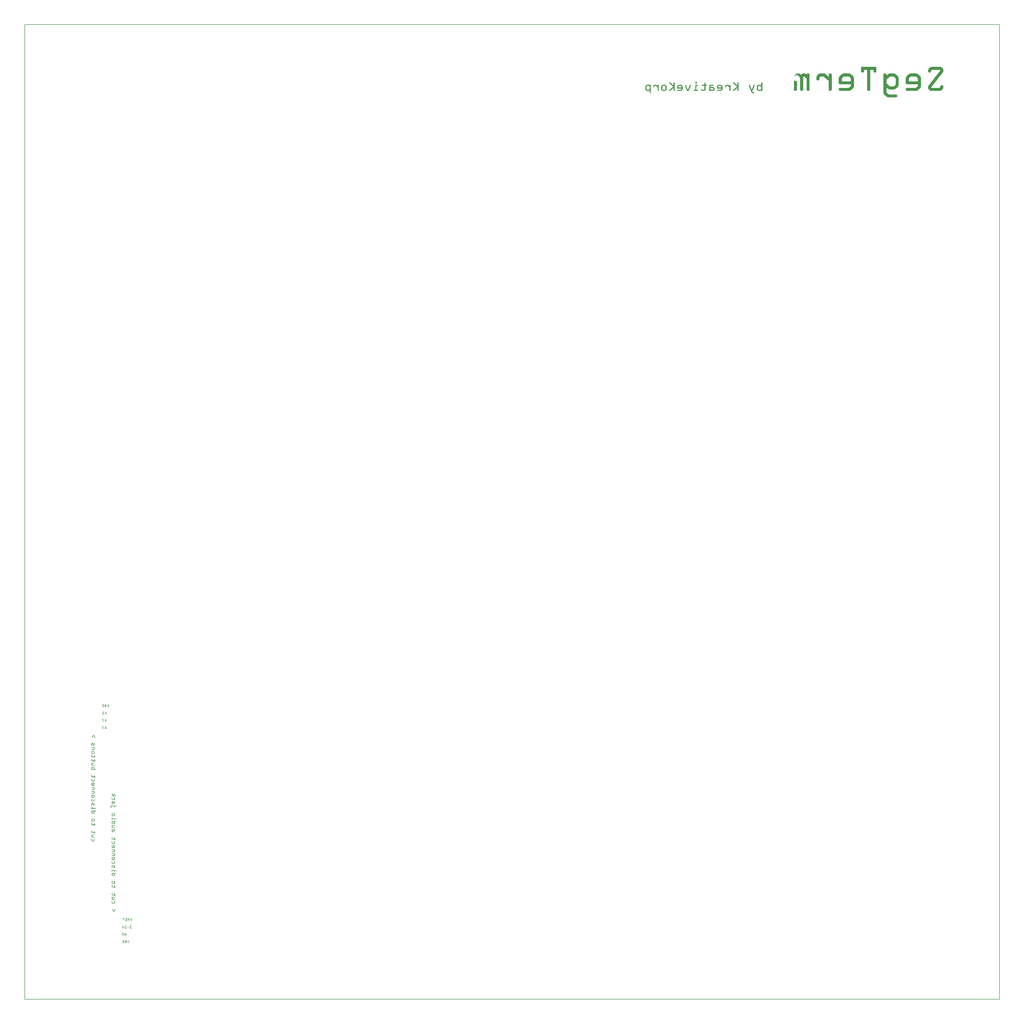
<source format=gbo>
G04 MADE WITH FRITZING*
G04 WWW.FRITZING.ORG*
G04 DOUBLE SIDED*
G04 HOLES PLATED*
G04 CONTOUR ON CENTER OF CONTOUR VECTOR*
%ASAXBY*%
%FSLAX23Y23*%
%MOIN*%
%OFA0B0*%
%SFA1.0B1.0*%
%ADD10R,13.385800X13.385800X13.369800X13.369800*%
%ADD11C,0.008000*%
%ADD12R,0.001000X0.001000*%
%LNSILK0*%
G90*
G70*
G54D11*
X4Y13382D02*
X13382Y13382D01*
X13382Y4D01*
X4Y4D01*
X4Y13382D01*
D02*
G54D12*
X11483Y12801D02*
X11693Y12801D01*
X12453Y12801D02*
X12570Y12801D01*
X11482Y12800D02*
X11693Y12800D01*
X12447Y12800D02*
X12576Y12800D01*
X11482Y12799D02*
X11693Y12799D01*
X12443Y12799D02*
X12579Y12799D01*
X11482Y12798D02*
X11693Y12798D01*
X12440Y12798D02*
X12582Y12798D01*
X11482Y12797D02*
X11693Y12797D01*
X12438Y12797D02*
X12584Y12797D01*
X11482Y12796D02*
X11693Y12796D01*
X12436Y12796D02*
X12586Y12796D01*
X11482Y12795D02*
X11693Y12795D01*
X12434Y12795D02*
X12588Y12795D01*
X11482Y12794D02*
X11693Y12794D01*
X12432Y12794D02*
X12590Y12794D01*
X11482Y12793D02*
X11693Y12793D01*
X12430Y12793D02*
X12591Y12793D01*
X11482Y12792D02*
X11693Y12792D01*
X12428Y12792D02*
X12593Y12792D01*
X11482Y12791D02*
X11693Y12791D01*
X12427Y12791D02*
X12594Y12791D01*
X11482Y12790D02*
X11693Y12790D01*
X12426Y12790D02*
X12595Y12790D01*
X11482Y12789D02*
X11693Y12789D01*
X12424Y12789D02*
X12596Y12789D01*
X11482Y12788D02*
X11693Y12788D01*
X12423Y12788D02*
X12597Y12788D01*
X11482Y12787D02*
X11693Y12787D01*
X12422Y12787D02*
X12598Y12787D01*
X11482Y12786D02*
X11693Y12786D01*
X12421Y12786D02*
X12599Y12786D01*
X11482Y12785D02*
X11693Y12785D01*
X12420Y12785D02*
X12600Y12785D01*
X11482Y12784D02*
X11693Y12784D01*
X12419Y12784D02*
X12601Y12784D01*
X11482Y12783D02*
X11693Y12783D01*
X12418Y12783D02*
X12602Y12783D01*
X11482Y12782D02*
X11693Y12782D01*
X12417Y12782D02*
X12603Y12782D01*
X11482Y12781D02*
X11693Y12781D01*
X12416Y12781D02*
X12603Y12781D01*
X11482Y12780D02*
X11693Y12780D01*
X12415Y12780D02*
X12604Y12780D01*
X11482Y12779D02*
X11693Y12779D01*
X12414Y12779D02*
X12605Y12779D01*
X11482Y12778D02*
X11693Y12778D01*
X12414Y12778D02*
X12605Y12778D01*
X11482Y12777D02*
X11693Y12777D01*
X12413Y12777D02*
X12606Y12777D01*
X11482Y12776D02*
X11693Y12776D01*
X12412Y12776D02*
X12607Y12776D01*
X11482Y12775D02*
X11693Y12775D01*
X12411Y12775D02*
X12607Y12775D01*
X11482Y12774D02*
X11693Y12774D01*
X12411Y12774D02*
X12608Y12774D01*
X11482Y12773D02*
X11693Y12773D01*
X12410Y12773D02*
X12608Y12773D01*
X11482Y12772D02*
X11693Y12772D01*
X12409Y12772D02*
X12609Y12772D01*
X11482Y12771D02*
X11693Y12771D01*
X12409Y12771D02*
X12609Y12771D01*
X11482Y12770D02*
X11693Y12770D01*
X12408Y12770D02*
X12609Y12770D01*
X11482Y12769D02*
X11693Y12769D01*
X12408Y12769D02*
X12610Y12769D01*
X11482Y12768D02*
X11693Y12768D01*
X12407Y12768D02*
X12610Y12768D01*
X11482Y12767D02*
X11693Y12767D01*
X12407Y12767D02*
X12610Y12767D01*
X11482Y12766D02*
X11693Y12766D01*
X12406Y12766D02*
X12611Y12766D01*
X11482Y12765D02*
X11693Y12765D01*
X12406Y12765D02*
X12611Y12765D01*
X11482Y12764D02*
X11693Y12764D01*
X12406Y12764D02*
X12611Y12764D01*
X11482Y12763D02*
X11693Y12763D01*
X12405Y12763D02*
X12611Y12763D01*
X11482Y12762D02*
X11693Y12762D01*
X12405Y12762D02*
X12611Y12762D01*
X11482Y12761D02*
X11693Y12761D01*
X12405Y12761D02*
X12612Y12761D01*
X11482Y12760D02*
X11693Y12760D01*
X12404Y12760D02*
X12612Y12760D01*
X11482Y12759D02*
X11693Y12759D01*
X12404Y12759D02*
X12612Y12759D01*
X11482Y12758D02*
X11524Y12758D01*
X11567Y12758D02*
X11609Y12758D01*
X11651Y12758D02*
X11693Y12758D01*
X12404Y12758D02*
X12455Y12758D01*
X12568Y12758D02*
X12612Y12758D01*
X11482Y12757D02*
X11524Y12757D01*
X11567Y12757D02*
X11609Y12757D01*
X11651Y12757D02*
X11693Y12757D01*
X12404Y12757D02*
X12452Y12757D01*
X12569Y12757D02*
X12612Y12757D01*
X11482Y12756D02*
X11524Y12756D01*
X11567Y12756D02*
X11609Y12756D01*
X11651Y12756D02*
X11693Y12756D01*
X12403Y12756D02*
X12451Y12756D01*
X12570Y12756D02*
X12612Y12756D01*
X11482Y12755D02*
X11524Y12755D01*
X11567Y12755D02*
X11609Y12755D01*
X11651Y12755D02*
X11693Y12755D01*
X12403Y12755D02*
X12449Y12755D01*
X12570Y12755D02*
X12612Y12755D01*
X11482Y12754D02*
X11524Y12754D01*
X11567Y12754D02*
X11609Y12754D01*
X11651Y12754D02*
X11693Y12754D01*
X12403Y12754D02*
X12448Y12754D01*
X12570Y12754D02*
X12612Y12754D01*
X11482Y12753D02*
X11524Y12753D01*
X11567Y12753D02*
X11609Y12753D01*
X11651Y12753D02*
X11693Y12753D01*
X12403Y12753D02*
X12447Y12753D01*
X12570Y12753D02*
X12612Y12753D01*
X11482Y12752D02*
X11524Y12752D01*
X11567Y12752D02*
X11609Y12752D01*
X11651Y12752D02*
X11693Y12752D01*
X12403Y12752D02*
X12447Y12752D01*
X12570Y12752D02*
X12612Y12752D01*
X11482Y12751D02*
X11524Y12751D01*
X11567Y12751D02*
X11609Y12751D01*
X11651Y12751D02*
X11693Y12751D01*
X12402Y12751D02*
X12446Y12751D01*
X12570Y12751D02*
X12612Y12751D01*
X11482Y12750D02*
X11524Y12750D01*
X11567Y12750D02*
X11609Y12750D01*
X11651Y12750D02*
X11693Y12750D01*
X12402Y12750D02*
X12445Y12750D01*
X12569Y12750D02*
X12612Y12750D01*
X11482Y12749D02*
X11524Y12749D01*
X11567Y12749D02*
X11609Y12749D01*
X11651Y12749D02*
X11693Y12749D01*
X12402Y12749D02*
X12445Y12749D01*
X12569Y12749D02*
X12612Y12749D01*
X11482Y12748D02*
X11524Y12748D01*
X11567Y12748D02*
X11609Y12748D01*
X11651Y12748D02*
X11693Y12748D01*
X12402Y12748D02*
X12444Y12748D01*
X12568Y12748D02*
X12612Y12748D01*
X11482Y12747D02*
X11524Y12747D01*
X11567Y12747D02*
X11609Y12747D01*
X11651Y12747D02*
X11693Y12747D01*
X12402Y12747D02*
X12444Y12747D01*
X12567Y12747D02*
X12612Y12747D01*
X11482Y12746D02*
X11524Y12746D01*
X11567Y12746D02*
X11609Y12746D01*
X11651Y12746D02*
X11693Y12746D01*
X12402Y12746D02*
X12444Y12746D01*
X12566Y12746D02*
X12612Y12746D01*
X11482Y12745D02*
X11524Y12745D01*
X11567Y12745D02*
X11609Y12745D01*
X11651Y12745D02*
X11693Y12745D01*
X12402Y12745D02*
X12444Y12745D01*
X12565Y12745D02*
X12612Y12745D01*
X11482Y12744D02*
X11524Y12744D01*
X11567Y12744D02*
X11609Y12744D01*
X11651Y12744D02*
X11693Y12744D01*
X12402Y12744D02*
X12444Y12744D01*
X12565Y12744D02*
X12611Y12744D01*
X11483Y12743D02*
X11524Y12743D01*
X11567Y12743D02*
X11609Y12743D01*
X11651Y12743D02*
X11693Y12743D01*
X12402Y12743D02*
X12444Y12743D01*
X12564Y12743D02*
X12611Y12743D01*
X11483Y12742D02*
X11524Y12742D01*
X11567Y12742D02*
X11609Y12742D01*
X11651Y12742D02*
X11692Y12742D01*
X12402Y12742D02*
X12444Y12742D01*
X12563Y12742D02*
X12611Y12742D01*
X11483Y12741D02*
X11524Y12741D01*
X11567Y12741D02*
X11609Y12741D01*
X11651Y12741D02*
X11692Y12741D01*
X12402Y12741D02*
X12444Y12741D01*
X12562Y12741D02*
X12611Y12741D01*
X11483Y12740D02*
X11524Y12740D01*
X11567Y12740D02*
X11609Y12740D01*
X11651Y12740D02*
X11692Y12740D01*
X12402Y12740D02*
X12443Y12740D01*
X12562Y12740D02*
X12610Y12740D01*
X11483Y12739D02*
X11524Y12739D01*
X11567Y12739D02*
X11609Y12739D01*
X11651Y12739D02*
X11692Y12739D01*
X12403Y12739D02*
X12443Y12739D01*
X12561Y12739D02*
X12610Y12739D01*
X11483Y12738D02*
X11523Y12738D01*
X11567Y12738D02*
X11609Y12738D01*
X11652Y12738D02*
X11692Y12738D01*
X12403Y12738D02*
X12443Y12738D01*
X12560Y12738D02*
X12610Y12738D01*
X11484Y12737D02*
X11523Y12737D01*
X11567Y12737D02*
X11609Y12737D01*
X11652Y12737D02*
X11691Y12737D01*
X12403Y12737D02*
X12443Y12737D01*
X12559Y12737D02*
X12610Y12737D01*
X11484Y12736D02*
X11523Y12736D01*
X11567Y12736D02*
X11609Y12736D01*
X11652Y12736D02*
X11691Y12736D01*
X12404Y12736D02*
X12442Y12736D01*
X12558Y12736D02*
X12609Y12736D01*
X11485Y12735D02*
X11522Y12735D01*
X11567Y12735D02*
X11609Y12735D01*
X11653Y12735D02*
X11691Y12735D01*
X12404Y12735D02*
X12442Y12735D01*
X12558Y12735D02*
X12609Y12735D01*
X11485Y12734D02*
X11522Y12734D01*
X11567Y12734D02*
X11609Y12734D01*
X11653Y12734D02*
X11690Y12734D01*
X12405Y12734D02*
X12441Y12734D01*
X12557Y12734D02*
X12608Y12734D01*
X11486Y12733D02*
X11521Y12733D01*
X11567Y12733D02*
X11609Y12733D01*
X11654Y12733D02*
X11690Y12733D01*
X12405Y12733D02*
X12441Y12733D01*
X12556Y12733D02*
X12608Y12733D01*
X11486Y12732D02*
X11521Y12732D01*
X11567Y12732D02*
X11609Y12732D01*
X11655Y12732D02*
X11689Y12732D01*
X12406Y12732D02*
X12440Y12732D01*
X12555Y12732D02*
X12607Y12732D01*
X11487Y12731D02*
X11520Y12731D01*
X11567Y12731D02*
X11609Y12731D01*
X11655Y12731D02*
X11688Y12731D01*
X12407Y12731D02*
X12439Y12731D01*
X12555Y12731D02*
X12607Y12731D01*
X11488Y12730D02*
X11519Y12730D01*
X11567Y12730D02*
X11609Y12730D01*
X11656Y12730D02*
X11687Y12730D01*
X12407Y12730D02*
X12439Y12730D01*
X12554Y12730D02*
X12607Y12730D01*
X11489Y12729D02*
X11518Y12729D01*
X11567Y12729D02*
X11609Y12729D01*
X11657Y12729D02*
X11687Y12729D01*
X12408Y12729D02*
X12438Y12729D01*
X12553Y12729D02*
X12606Y12729D01*
X11490Y12728D02*
X11517Y12728D01*
X11567Y12728D02*
X11609Y12728D01*
X11658Y12728D02*
X11685Y12728D01*
X12409Y12728D02*
X12437Y12728D01*
X12552Y12728D02*
X12605Y12728D01*
X11491Y12727D02*
X11516Y12727D01*
X11567Y12727D02*
X11609Y12727D01*
X11659Y12727D02*
X11684Y12727D01*
X12411Y12727D02*
X12436Y12727D01*
X12551Y12727D02*
X12605Y12727D01*
X11492Y12726D02*
X11515Y12726D01*
X11567Y12726D02*
X11609Y12726D01*
X11661Y12726D02*
X11683Y12726D01*
X12412Y12726D02*
X12434Y12726D01*
X12551Y12726D02*
X12604Y12726D01*
X11494Y12725D02*
X11513Y12725D01*
X11567Y12725D02*
X11609Y12725D01*
X11662Y12725D02*
X11681Y12725D01*
X12414Y12725D02*
X12433Y12725D01*
X12550Y12725D02*
X12604Y12725D01*
X11496Y12724D02*
X11511Y12724D01*
X11567Y12724D02*
X11609Y12724D01*
X11664Y12724D02*
X11679Y12724D01*
X12416Y12724D02*
X12431Y12724D01*
X12549Y12724D02*
X12603Y12724D01*
X11499Y12723D02*
X11508Y12723D01*
X11567Y12723D02*
X11609Y12723D01*
X11668Y12723D02*
X11676Y12723D01*
X12419Y12723D02*
X12427Y12723D01*
X12548Y12723D02*
X12602Y12723D01*
X11567Y12722D02*
X11609Y12722D01*
X12548Y12722D02*
X12601Y12722D01*
X11567Y12721D02*
X11609Y12721D01*
X12547Y12721D02*
X12601Y12721D01*
X11567Y12720D02*
X11609Y12720D01*
X12546Y12720D02*
X12600Y12720D01*
X11567Y12719D02*
X11609Y12719D01*
X12545Y12719D02*
X12599Y12719D01*
X11567Y12718D02*
X11609Y12718D01*
X12544Y12718D02*
X12598Y12718D01*
X11567Y12717D02*
X11609Y12717D01*
X12544Y12717D02*
X12597Y12717D01*
X11567Y12716D02*
X11609Y12716D01*
X12543Y12716D02*
X12597Y12716D01*
X11567Y12715D02*
X11609Y12715D01*
X12542Y12715D02*
X12596Y12715D01*
X11567Y12714D02*
X11609Y12714D01*
X12541Y12714D02*
X12595Y12714D01*
X11567Y12713D02*
X11609Y12713D01*
X12541Y12713D02*
X12594Y12713D01*
X11567Y12712D02*
X11609Y12712D01*
X12540Y12712D02*
X12594Y12712D01*
X10692Y12711D02*
X10705Y12711D01*
X10752Y12711D02*
X10760Y12711D01*
X10926Y12711D02*
X10979Y12711D01*
X11055Y12711D02*
X11063Y12711D01*
X11247Y12711D02*
X11315Y12711D01*
X11567Y12711D02*
X11609Y12711D01*
X11806Y12711D02*
X11814Y12711D01*
X11882Y12711D02*
X11928Y12711D01*
X12166Y12711D02*
X12234Y12711D01*
X12539Y12711D02*
X12593Y12711D01*
X10613Y12710D02*
X10621Y12710D01*
X10686Y12710D02*
X10710Y12710D01*
X10749Y12710D02*
X10763Y12710D01*
X10919Y12710D02*
X10983Y12710D01*
X11052Y12710D02*
X11066Y12710D01*
X11241Y12710D02*
X11321Y12710D01*
X11567Y12710D02*
X11609Y12710D01*
X11803Y12710D02*
X11817Y12710D01*
X11876Y12710D02*
X11934Y12710D01*
X12161Y12710D02*
X12241Y12710D01*
X12538Y12710D02*
X12592Y12710D01*
X10606Y12709D02*
X10627Y12709D01*
X10683Y12709D02*
X10714Y12709D01*
X10747Y12709D02*
X10765Y12709D01*
X10915Y12709D02*
X10985Y12709D01*
X11050Y12709D02*
X11068Y12709D01*
X11238Y12709D02*
X11325Y12709D01*
X11567Y12709D02*
X11609Y12709D01*
X11801Y12709D02*
X11819Y12709D01*
X11872Y12709D02*
X11938Y12709D01*
X12157Y12709D02*
X12245Y12709D01*
X12537Y12709D02*
X12591Y12709D01*
X10602Y12708D02*
X10631Y12708D01*
X10680Y12708D02*
X10716Y12708D01*
X10745Y12708D02*
X10767Y12708D01*
X10912Y12708D02*
X10986Y12708D01*
X11048Y12708D02*
X11070Y12708D01*
X11234Y12708D02*
X11328Y12708D01*
X11567Y12708D02*
X11609Y12708D01*
X11799Y12708D02*
X11821Y12708D01*
X11869Y12708D02*
X11941Y12708D01*
X12154Y12708D02*
X12248Y12708D01*
X12537Y12708D02*
X12590Y12708D01*
X10599Y12707D02*
X10634Y12707D01*
X10678Y12707D02*
X10719Y12707D01*
X10744Y12707D02*
X10768Y12707D01*
X10910Y12707D02*
X10988Y12707D01*
X11046Y12707D02*
X11071Y12707D01*
X11231Y12707D02*
X11331Y12707D01*
X11567Y12707D02*
X11609Y12707D01*
X11798Y12707D02*
X11822Y12707D01*
X11866Y12707D02*
X11944Y12707D01*
X12151Y12707D02*
X12250Y12707D01*
X12536Y12707D02*
X12590Y12707D01*
X10597Y12706D02*
X10636Y12706D01*
X10676Y12706D02*
X10721Y12706D01*
X10742Y12706D02*
X10769Y12706D01*
X10907Y12706D02*
X10989Y12706D01*
X11045Y12706D02*
X11072Y12706D01*
X11229Y12706D02*
X11333Y12706D01*
X11567Y12706D02*
X11609Y12706D01*
X11796Y12706D02*
X11824Y12706D01*
X11864Y12706D02*
X11946Y12706D01*
X12149Y12706D02*
X12253Y12706D01*
X12535Y12706D02*
X12589Y12706D01*
X10595Y12705D02*
X10638Y12705D01*
X10674Y12705D02*
X10723Y12705D01*
X10741Y12705D02*
X10770Y12705D01*
X10905Y12705D02*
X10990Y12705D01*
X11044Y12705D02*
X11074Y12705D01*
X11227Y12705D02*
X11335Y12705D01*
X11567Y12705D02*
X11609Y12705D01*
X11795Y12705D02*
X11825Y12705D01*
X11862Y12705D02*
X11948Y12705D01*
X12147Y12705D02*
X12255Y12705D01*
X12534Y12705D02*
X12588Y12705D01*
X10593Y12704D02*
X10640Y12704D01*
X10672Y12704D02*
X10725Y12704D01*
X10740Y12704D02*
X10771Y12704D01*
X10903Y12704D02*
X10991Y12704D01*
X11043Y12704D02*
X11074Y12704D01*
X11225Y12704D02*
X11337Y12704D01*
X11567Y12704D02*
X11609Y12704D01*
X11794Y12704D02*
X11826Y12704D01*
X11860Y12704D02*
X11950Y12704D01*
X12145Y12704D02*
X12257Y12704D01*
X12534Y12704D02*
X12587Y12704D01*
X10591Y12703D02*
X10642Y12703D01*
X10671Y12703D02*
X10726Y12703D01*
X10739Y12703D02*
X10772Y12703D01*
X10902Y12703D02*
X10992Y12703D01*
X11042Y12703D02*
X11075Y12703D01*
X11224Y12703D02*
X11339Y12703D01*
X11567Y12703D02*
X11609Y12703D01*
X11794Y12703D02*
X11826Y12703D01*
X11858Y12703D02*
X11952Y12703D01*
X12143Y12703D02*
X12259Y12703D01*
X12533Y12703D02*
X12587Y12703D01*
X10590Y12702D02*
X10644Y12702D01*
X10669Y12702D02*
X10728Y12702D01*
X10739Y12702D02*
X10773Y12702D01*
X10900Y12702D02*
X10993Y12702D01*
X11042Y12702D02*
X11076Y12702D01*
X11222Y12702D02*
X11341Y12702D01*
X11567Y12702D02*
X11609Y12702D01*
X11793Y12702D02*
X11827Y12702D01*
X11857Y12702D02*
X11954Y12702D01*
X12142Y12702D02*
X12260Y12702D01*
X12532Y12702D02*
X12586Y12702D01*
X10588Y12701D02*
X10645Y12701D01*
X10668Y12701D02*
X10729Y12701D01*
X10738Y12701D02*
X10773Y12701D01*
X10898Y12701D02*
X10995Y12701D01*
X11041Y12701D02*
X11077Y12701D01*
X11220Y12701D02*
X11342Y12701D01*
X11567Y12701D02*
X11609Y12701D01*
X11792Y12701D02*
X11828Y12701D01*
X11855Y12701D02*
X11955Y12701D01*
X12140Y12701D02*
X12262Y12701D01*
X12531Y12701D02*
X12585Y12701D01*
X10587Y12700D02*
X10646Y12700D01*
X10667Y12700D02*
X10731Y12700D01*
X10737Y12700D02*
X10774Y12700D01*
X10897Y12700D02*
X10996Y12700D01*
X11040Y12700D02*
X11077Y12700D01*
X11219Y12700D02*
X11344Y12700D01*
X11567Y12700D02*
X11609Y12700D01*
X11792Y12700D02*
X11828Y12700D01*
X11854Y12700D02*
X11957Y12700D01*
X12138Y12700D02*
X12263Y12700D01*
X12530Y12700D02*
X12584Y12700D01*
X10585Y12699D02*
X10648Y12699D01*
X10666Y12699D02*
X10732Y12699D01*
X10737Y12699D02*
X10774Y12699D01*
X10896Y12699D02*
X10997Y12699D01*
X11040Y12699D02*
X11078Y12699D01*
X11218Y12699D02*
X11345Y12699D01*
X11567Y12699D02*
X11609Y12699D01*
X11791Y12699D02*
X11829Y12699D01*
X11852Y12699D02*
X11958Y12699D01*
X12137Y12699D02*
X12264Y12699D01*
X12530Y12699D02*
X12584Y12699D01*
X10584Y12698D02*
X10649Y12698D01*
X10665Y12698D02*
X10733Y12698D01*
X10737Y12698D02*
X10775Y12698D01*
X10894Y12698D02*
X10998Y12698D01*
X11039Y12698D02*
X11078Y12698D01*
X11216Y12698D02*
X11346Y12698D01*
X11567Y12698D02*
X11609Y12698D01*
X11791Y12698D02*
X11829Y12698D01*
X11851Y12698D02*
X11959Y12698D01*
X12136Y12698D02*
X12266Y12698D01*
X12529Y12698D02*
X12583Y12698D01*
X10583Y12697D02*
X10650Y12697D01*
X10663Y12697D02*
X10734Y12697D01*
X10736Y12697D02*
X10775Y12697D01*
X10893Y12697D02*
X10999Y12697D01*
X11039Y12697D02*
X11078Y12697D01*
X11215Y12697D02*
X11347Y12697D01*
X11567Y12697D02*
X11609Y12697D01*
X11790Y12697D02*
X11830Y12697D01*
X11849Y12697D02*
X11960Y12697D01*
X12135Y12697D02*
X12267Y12697D01*
X12528Y12697D02*
X12582Y12697D01*
X10582Y12696D02*
X10651Y12696D01*
X10662Y12696D02*
X10776Y12696D01*
X10892Y12696D02*
X11000Y12696D01*
X11039Y12696D02*
X11079Y12696D01*
X11214Y12696D02*
X11349Y12696D01*
X11567Y12696D02*
X11609Y12696D01*
X11790Y12696D02*
X11830Y12696D01*
X11848Y12696D02*
X11962Y12696D01*
X12133Y12696D02*
X12268Y12696D01*
X12527Y12696D02*
X12581Y12696D01*
X10581Y12695D02*
X10653Y12695D01*
X10662Y12695D02*
X10776Y12695D01*
X10891Y12695D02*
X11002Y12695D01*
X11038Y12695D02*
X11079Y12695D01*
X11212Y12695D02*
X11350Y12695D01*
X11567Y12695D02*
X11609Y12695D01*
X11790Y12695D02*
X11830Y12695D01*
X11847Y12695D02*
X11963Y12695D01*
X12132Y12695D02*
X12269Y12695D01*
X12527Y12695D02*
X12580Y12695D01*
X10580Y12694D02*
X10654Y12694D01*
X10661Y12694D02*
X10776Y12694D01*
X10890Y12694D02*
X11003Y12694D01*
X11038Y12694D02*
X11079Y12694D01*
X11211Y12694D02*
X11351Y12694D01*
X11567Y12694D02*
X11609Y12694D01*
X11789Y12694D02*
X11830Y12694D01*
X11845Y12694D02*
X11964Y12694D01*
X12131Y12694D02*
X12270Y12694D01*
X12526Y12694D02*
X12580Y12694D01*
X10579Y12693D02*
X10655Y12693D01*
X10660Y12693D02*
X10776Y12693D01*
X10889Y12693D02*
X11004Y12693D01*
X11038Y12693D02*
X11079Y12693D01*
X11210Y12693D02*
X11352Y12693D01*
X11567Y12693D02*
X11609Y12693D01*
X11789Y12693D02*
X11831Y12693D01*
X11844Y12693D02*
X11965Y12693D01*
X12129Y12693D02*
X12272Y12693D01*
X12525Y12693D02*
X12579Y12693D01*
X10578Y12692D02*
X10656Y12692D01*
X10659Y12692D02*
X10776Y12692D01*
X10888Y12692D02*
X11005Y12692D01*
X11038Y12692D02*
X11079Y12692D01*
X11209Y12692D02*
X11353Y12692D01*
X11567Y12692D02*
X11609Y12692D01*
X11789Y12692D02*
X11831Y12692D01*
X11843Y12692D02*
X11966Y12692D01*
X12128Y12692D02*
X12273Y12692D01*
X12524Y12692D02*
X12578Y12692D01*
X10577Y12691D02*
X10776Y12691D01*
X10887Y12691D02*
X11006Y12691D01*
X11038Y12691D02*
X11080Y12691D01*
X11207Y12691D02*
X11354Y12691D01*
X11567Y12691D02*
X11609Y12691D01*
X11789Y12691D02*
X11831Y12691D01*
X11842Y12691D02*
X11968Y12691D01*
X12127Y12691D02*
X12274Y12691D01*
X12523Y12691D02*
X12577Y12691D01*
X10576Y12690D02*
X10776Y12690D01*
X10886Y12690D02*
X11007Y12690D01*
X11038Y12690D02*
X11080Y12690D01*
X11206Y12690D02*
X11356Y12690D01*
X11567Y12690D02*
X11609Y12690D01*
X11789Y12690D02*
X11831Y12690D01*
X11841Y12690D02*
X11969Y12690D01*
X12126Y12690D02*
X12275Y12690D01*
X12523Y12690D02*
X12577Y12690D01*
X10575Y12689D02*
X10776Y12689D01*
X10885Y12689D02*
X11009Y12689D01*
X11038Y12689D02*
X11080Y12689D01*
X11205Y12689D02*
X11357Y12689D01*
X11567Y12689D02*
X11609Y12689D01*
X11789Y12689D02*
X11831Y12689D01*
X11840Y12689D02*
X11970Y12689D01*
X12125Y12689D02*
X12276Y12689D01*
X12522Y12689D02*
X12576Y12689D01*
X10575Y12688D02*
X10776Y12688D01*
X10884Y12688D02*
X11010Y12688D01*
X11038Y12688D02*
X11080Y12688D01*
X11204Y12688D02*
X11358Y12688D01*
X11567Y12688D02*
X11609Y12688D01*
X11789Y12688D02*
X11831Y12688D01*
X11839Y12688D02*
X11971Y12688D01*
X12123Y12688D02*
X12277Y12688D01*
X12521Y12688D02*
X12575Y12688D01*
X10574Y12687D02*
X10590Y12687D01*
X10606Y12687D02*
X10776Y12687D01*
X10883Y12687D02*
X11011Y12687D01*
X11038Y12687D02*
X11080Y12687D01*
X11203Y12687D02*
X11359Y12687D01*
X11567Y12687D02*
X11609Y12687D01*
X11789Y12687D02*
X11831Y12687D01*
X11837Y12687D02*
X11972Y12687D01*
X12122Y12687D02*
X12279Y12687D01*
X12520Y12687D02*
X12574Y12687D01*
X10573Y12686D02*
X10586Y12686D01*
X10610Y12686D02*
X10776Y12686D01*
X10883Y12686D02*
X11012Y12686D01*
X11038Y12686D02*
X11080Y12686D01*
X11202Y12686D02*
X11360Y12686D01*
X11567Y12686D02*
X11609Y12686D01*
X11789Y12686D02*
X11831Y12686D01*
X11836Y12686D02*
X11973Y12686D01*
X12121Y12686D02*
X12280Y12686D01*
X12519Y12686D02*
X12573Y12686D01*
X10573Y12685D02*
X10583Y12685D01*
X10613Y12685D02*
X10776Y12685D01*
X10882Y12685D02*
X11013Y12685D01*
X11038Y12685D02*
X11080Y12685D01*
X11201Y12685D02*
X11361Y12685D01*
X11567Y12685D02*
X11609Y12685D01*
X11789Y12685D02*
X11831Y12685D01*
X11835Y12685D02*
X11975Y12685D01*
X12120Y12685D02*
X12281Y12685D01*
X12519Y12685D02*
X12573Y12685D01*
X10572Y12684D02*
X10581Y12684D01*
X10615Y12684D02*
X10776Y12684D01*
X10881Y12684D02*
X11014Y12684D01*
X11038Y12684D02*
X11080Y12684D01*
X11199Y12684D02*
X11363Y12684D01*
X11567Y12684D02*
X11609Y12684D01*
X11789Y12684D02*
X11831Y12684D01*
X11834Y12684D02*
X11976Y12684D01*
X12119Y12684D02*
X12282Y12684D01*
X12518Y12684D02*
X12572Y12684D01*
X10572Y12683D02*
X10579Y12683D01*
X10617Y12683D02*
X10776Y12683D01*
X10880Y12683D02*
X11016Y12683D01*
X11038Y12683D02*
X11080Y12683D01*
X11198Y12683D02*
X11364Y12683D01*
X11567Y12683D02*
X11609Y12683D01*
X11789Y12683D02*
X11831Y12683D01*
X11833Y12683D02*
X11977Y12683D01*
X12118Y12683D02*
X12283Y12683D01*
X12517Y12683D02*
X12571Y12683D01*
X10571Y12682D02*
X10577Y12682D01*
X10619Y12682D02*
X10776Y12682D01*
X10880Y12682D02*
X11017Y12682D01*
X11038Y12682D02*
X11080Y12682D01*
X11197Y12682D02*
X11365Y12682D01*
X11567Y12682D02*
X11609Y12682D01*
X11789Y12682D02*
X11978Y12682D01*
X12117Y12682D02*
X12284Y12682D01*
X12516Y12682D02*
X12570Y12682D01*
X10571Y12681D02*
X10576Y12681D01*
X10620Y12681D02*
X10776Y12681D01*
X10879Y12681D02*
X11018Y12681D01*
X11038Y12681D02*
X11080Y12681D01*
X11196Y12681D02*
X11366Y12681D01*
X11567Y12681D02*
X11609Y12681D01*
X11789Y12681D02*
X11979Y12681D01*
X12116Y12681D02*
X12286Y12681D01*
X12516Y12681D02*
X12570Y12681D01*
X10570Y12680D02*
X10574Y12680D01*
X10622Y12680D02*
X10776Y12680D01*
X10878Y12680D02*
X11019Y12680D01*
X11038Y12680D02*
X11080Y12680D01*
X11195Y12680D02*
X11367Y12680D01*
X11567Y12680D02*
X11609Y12680D01*
X11789Y12680D02*
X11980Y12680D01*
X12115Y12680D02*
X12287Y12680D01*
X12515Y12680D02*
X12569Y12680D01*
X10570Y12679D02*
X10573Y12679D01*
X10623Y12679D02*
X10776Y12679D01*
X10878Y12679D02*
X11020Y12679D01*
X11038Y12679D02*
X11080Y12679D01*
X11194Y12679D02*
X11368Y12679D01*
X11567Y12679D02*
X11609Y12679D01*
X11789Y12679D02*
X11981Y12679D01*
X12114Y12679D02*
X12288Y12679D01*
X12514Y12679D02*
X12568Y12679D01*
X10569Y12678D02*
X10572Y12678D01*
X10624Y12678D02*
X10776Y12678D01*
X10877Y12678D02*
X11021Y12678D01*
X11038Y12678D02*
X11080Y12678D01*
X11193Y12678D02*
X11369Y12678D01*
X11567Y12678D02*
X11609Y12678D01*
X11789Y12678D02*
X11982Y12678D01*
X12113Y12678D02*
X12289Y12678D01*
X12513Y12678D02*
X12567Y12678D01*
X10569Y12677D02*
X10571Y12677D01*
X10625Y12677D02*
X10776Y12677D01*
X10877Y12677D02*
X11023Y12677D01*
X11038Y12677D02*
X11080Y12677D01*
X11192Y12677D02*
X11370Y12677D01*
X11567Y12677D02*
X11609Y12677D01*
X11789Y12677D02*
X11983Y12677D01*
X12112Y12677D02*
X12289Y12677D01*
X12512Y12677D02*
X12566Y12677D01*
X10569Y12676D02*
X10570Y12676D01*
X10626Y12676D02*
X10776Y12676D01*
X10876Y12676D02*
X11024Y12676D01*
X11038Y12676D02*
X11080Y12676D01*
X11191Y12676D02*
X11371Y12676D01*
X11567Y12676D02*
X11609Y12676D01*
X11789Y12676D02*
X11984Y12676D01*
X12111Y12676D02*
X12290Y12676D01*
X12512Y12676D02*
X12566Y12676D01*
X10568Y12675D02*
X10568Y12675D01*
X10628Y12675D02*
X10776Y12675D01*
X10876Y12675D02*
X11025Y12675D01*
X11038Y12675D02*
X11080Y12675D01*
X11191Y12675D02*
X11371Y12675D01*
X11567Y12675D02*
X11609Y12675D01*
X11789Y12675D02*
X11985Y12675D01*
X12110Y12675D02*
X12291Y12675D01*
X12511Y12675D02*
X12565Y12675D01*
X10629Y12674D02*
X10776Y12674D01*
X10875Y12674D02*
X11026Y12674D01*
X11038Y12674D02*
X11080Y12674D01*
X11190Y12674D02*
X11372Y12674D01*
X11567Y12674D02*
X11609Y12674D01*
X11789Y12674D02*
X11985Y12674D01*
X12109Y12674D02*
X12292Y12674D01*
X12510Y12674D02*
X12564Y12674D01*
X10629Y12673D02*
X10776Y12673D01*
X10875Y12673D02*
X11027Y12673D01*
X11038Y12673D02*
X11080Y12673D01*
X11189Y12673D02*
X11373Y12673D01*
X11567Y12673D02*
X11609Y12673D01*
X11789Y12673D02*
X11986Y12673D01*
X12108Y12673D02*
X12292Y12673D01*
X12509Y12673D02*
X12563Y12673D01*
X10630Y12672D02*
X10776Y12672D01*
X10874Y12672D02*
X11028Y12672D01*
X11038Y12672D02*
X11080Y12672D01*
X11188Y12672D02*
X11374Y12672D01*
X11567Y12672D02*
X11609Y12672D01*
X11789Y12672D02*
X11987Y12672D01*
X12108Y12672D02*
X12293Y12672D01*
X12509Y12672D02*
X12563Y12672D01*
X10631Y12671D02*
X10776Y12671D01*
X10874Y12671D02*
X11030Y12671D01*
X11038Y12671D02*
X11080Y12671D01*
X11187Y12671D02*
X11374Y12671D01*
X11567Y12671D02*
X11609Y12671D01*
X11789Y12671D02*
X11988Y12671D01*
X12107Y12671D02*
X12294Y12671D01*
X12508Y12671D02*
X12562Y12671D01*
X10632Y12670D02*
X10776Y12670D01*
X10873Y12670D02*
X11031Y12670D01*
X11038Y12670D02*
X11080Y12670D01*
X11187Y12670D02*
X11375Y12670D01*
X11567Y12670D02*
X11609Y12670D01*
X11789Y12670D02*
X11989Y12670D01*
X12106Y12670D02*
X12294Y12670D01*
X12507Y12670D02*
X12561Y12670D01*
X10633Y12669D02*
X10776Y12669D01*
X10873Y12669D02*
X11032Y12669D01*
X11038Y12669D02*
X11080Y12669D01*
X11186Y12669D02*
X11375Y12669D01*
X11567Y12669D02*
X11609Y12669D01*
X11789Y12669D02*
X11989Y12669D01*
X12106Y12669D02*
X12295Y12669D01*
X12506Y12669D02*
X12560Y12669D01*
X10634Y12668D02*
X10694Y12668D01*
X10704Y12668D02*
X10776Y12668D01*
X10873Y12668D02*
X10927Y12668D01*
X10968Y12668D02*
X11033Y12668D01*
X11038Y12668D02*
X11080Y12668D01*
X11185Y12668D02*
X11249Y12668D01*
X11314Y12668D02*
X11376Y12668D01*
X11567Y12668D02*
X11609Y12668D01*
X11789Y12668D02*
X11883Y12668D01*
X11927Y12668D02*
X11990Y12668D01*
X12105Y12668D02*
X12168Y12668D01*
X12233Y12668D02*
X12296Y12668D01*
X12505Y12668D02*
X12559Y12668D01*
X10634Y12667D02*
X10692Y12667D01*
X10705Y12667D02*
X10776Y12667D01*
X10872Y12667D02*
X10924Y12667D01*
X10969Y12667D02*
X11034Y12667D01*
X11038Y12667D02*
X11080Y12667D01*
X11185Y12667D02*
X11246Y12667D01*
X11317Y12667D02*
X11377Y12667D01*
X11567Y12667D02*
X11609Y12667D01*
X11789Y12667D02*
X11880Y12667D01*
X11930Y12667D02*
X11991Y12667D01*
X12104Y12667D02*
X12165Y12667D01*
X12237Y12667D02*
X12296Y12667D01*
X12505Y12667D02*
X12559Y12667D01*
X10635Y12666D02*
X10691Y12666D01*
X10706Y12666D02*
X10776Y12666D01*
X10872Y12666D02*
X10922Y12666D01*
X10970Y12666D02*
X11035Y12666D01*
X11038Y12666D02*
X11080Y12666D01*
X11184Y12666D02*
X11243Y12666D01*
X11319Y12666D02*
X11377Y12666D01*
X11567Y12666D02*
X11609Y12666D01*
X11789Y12666D02*
X11878Y12666D01*
X11932Y12666D02*
X11991Y12666D01*
X12104Y12666D02*
X12163Y12666D01*
X12239Y12666D02*
X12297Y12666D01*
X12504Y12666D02*
X12558Y12666D01*
X10635Y12665D02*
X10690Y12665D01*
X10707Y12665D02*
X10776Y12665D01*
X10872Y12665D02*
X10920Y12665D01*
X10972Y12665D02*
X11080Y12665D01*
X11184Y12665D02*
X11241Y12665D01*
X11321Y12665D02*
X11378Y12665D01*
X11567Y12665D02*
X11609Y12665D01*
X11789Y12665D02*
X11877Y12665D01*
X11933Y12665D02*
X11992Y12665D01*
X12103Y12665D02*
X12161Y12665D01*
X12240Y12665D02*
X12297Y12665D01*
X12503Y12665D02*
X12557Y12665D01*
X10636Y12664D02*
X10690Y12664D01*
X10708Y12664D02*
X10776Y12664D01*
X10872Y12664D02*
X10919Y12664D01*
X10973Y12664D02*
X11080Y12664D01*
X11183Y12664D02*
X11240Y12664D01*
X11322Y12664D02*
X11378Y12664D01*
X11567Y12664D02*
X11609Y12664D01*
X11789Y12664D02*
X11875Y12664D01*
X11935Y12664D02*
X11992Y12664D01*
X12103Y12664D02*
X12159Y12664D01*
X12242Y12664D02*
X12298Y12664D01*
X12502Y12664D02*
X12556Y12664D01*
X10637Y12663D02*
X10690Y12663D01*
X10709Y12663D02*
X10776Y12663D01*
X10871Y12663D02*
X10918Y12663D01*
X10974Y12663D02*
X11080Y12663D01*
X11183Y12663D02*
X11238Y12663D01*
X11323Y12663D02*
X11379Y12663D01*
X11567Y12663D02*
X11609Y12663D01*
X11789Y12663D02*
X11874Y12663D01*
X11936Y12663D02*
X11993Y12663D01*
X12102Y12663D02*
X12158Y12663D01*
X12243Y12663D02*
X12298Y12663D01*
X12502Y12663D02*
X12556Y12663D01*
X10637Y12662D02*
X10689Y12662D01*
X10711Y12662D02*
X10776Y12662D01*
X10871Y12662D02*
X10917Y12662D01*
X10975Y12662D02*
X11080Y12662D01*
X11182Y12662D02*
X11237Y12662D01*
X11325Y12662D02*
X11379Y12662D01*
X11567Y12662D02*
X11609Y12662D01*
X11789Y12662D02*
X11873Y12662D01*
X11938Y12662D02*
X11993Y12662D01*
X12102Y12662D02*
X12156Y12662D01*
X12244Y12662D02*
X12299Y12662D01*
X12501Y12662D02*
X12555Y12662D01*
X10638Y12661D02*
X10689Y12661D01*
X10712Y12661D02*
X10776Y12661D01*
X10871Y12661D02*
X10916Y12661D01*
X10976Y12661D02*
X11080Y12661D01*
X11182Y12661D02*
X11235Y12661D01*
X11326Y12661D02*
X11380Y12661D01*
X11567Y12661D02*
X11609Y12661D01*
X11789Y12661D02*
X11872Y12661D01*
X11939Y12661D02*
X11994Y12661D01*
X12101Y12661D02*
X12155Y12661D01*
X12245Y12661D02*
X12299Y12661D01*
X12500Y12661D02*
X12554Y12661D01*
X10638Y12660D02*
X10689Y12660D01*
X10713Y12660D02*
X10776Y12660D01*
X10871Y12660D02*
X10915Y12660D01*
X10977Y12660D02*
X11080Y12660D01*
X11181Y12660D02*
X11234Y12660D01*
X11327Y12660D02*
X11380Y12660D01*
X11567Y12660D02*
X11609Y12660D01*
X11789Y12660D02*
X11871Y12660D01*
X11940Y12660D02*
X11994Y12660D01*
X12101Y12660D02*
X12154Y12660D01*
X12246Y12660D02*
X12300Y12660D01*
X12499Y12660D02*
X12553Y12660D01*
X10638Y12659D02*
X10689Y12659D01*
X10714Y12659D02*
X10776Y12659D01*
X10870Y12659D02*
X10915Y12659D01*
X10979Y12659D02*
X11080Y12659D01*
X11181Y12659D02*
X11233Y12659D01*
X11328Y12659D02*
X11381Y12659D01*
X11567Y12659D02*
X11609Y12659D01*
X11789Y12659D02*
X11870Y12659D01*
X11941Y12659D02*
X11995Y12659D01*
X12100Y12659D02*
X12152Y12659D01*
X12247Y12659D02*
X12300Y12659D01*
X12498Y12659D02*
X12552Y12659D01*
X10639Y12658D02*
X10689Y12658D01*
X10715Y12658D02*
X10776Y12658D01*
X10870Y12658D02*
X10914Y12658D01*
X10980Y12658D02*
X11080Y12658D01*
X11180Y12658D02*
X11232Y12658D01*
X11329Y12658D02*
X11381Y12658D01*
X11567Y12658D02*
X11609Y12658D01*
X11789Y12658D02*
X11868Y12658D01*
X11942Y12658D02*
X11995Y12658D01*
X12100Y12658D02*
X12151Y12658D01*
X12249Y12658D02*
X12301Y12658D01*
X12498Y12658D02*
X12552Y12658D01*
X10639Y12657D02*
X10689Y12657D01*
X10716Y12657D02*
X10776Y12657D01*
X10870Y12657D02*
X10914Y12657D01*
X10981Y12657D02*
X11080Y12657D01*
X11180Y12657D02*
X11230Y12657D01*
X11330Y12657D02*
X11382Y12657D01*
X11567Y12657D02*
X11609Y12657D01*
X11789Y12657D02*
X11867Y12657D01*
X11943Y12657D02*
X11996Y12657D01*
X12099Y12657D02*
X12150Y12657D01*
X12250Y12657D02*
X12301Y12657D01*
X12497Y12657D02*
X12551Y12657D01*
X10639Y12656D02*
X10689Y12656D01*
X10717Y12656D02*
X10776Y12656D01*
X10870Y12656D02*
X10913Y12656D01*
X10982Y12656D02*
X11080Y12656D01*
X11180Y12656D02*
X11229Y12656D01*
X11331Y12656D02*
X11382Y12656D01*
X11567Y12656D02*
X11609Y12656D01*
X11789Y12656D02*
X11866Y12656D01*
X11944Y12656D02*
X11996Y12656D01*
X12099Y12656D02*
X12149Y12656D01*
X12251Y12656D02*
X12302Y12656D01*
X12496Y12656D02*
X12550Y12656D01*
X10640Y12655D02*
X10689Y12655D01*
X10719Y12655D02*
X10776Y12655D01*
X10870Y12655D02*
X10913Y12655D01*
X10983Y12655D02*
X11080Y12655D01*
X11179Y12655D02*
X11228Y12655D01*
X11332Y12655D02*
X11383Y12655D01*
X11567Y12655D02*
X11609Y12655D01*
X11789Y12655D02*
X11865Y12655D01*
X11945Y12655D02*
X11996Y12655D01*
X12099Y12655D02*
X12148Y12655D01*
X12252Y12655D02*
X12302Y12655D01*
X12495Y12655D02*
X12549Y12655D01*
X10640Y12654D02*
X10689Y12654D01*
X10720Y12654D02*
X10776Y12654D01*
X10870Y12654D02*
X10912Y12654D01*
X10984Y12654D02*
X11080Y12654D01*
X11179Y12654D02*
X11227Y12654D01*
X11333Y12654D02*
X11383Y12654D01*
X11567Y12654D02*
X11609Y12654D01*
X11789Y12654D02*
X11864Y12654D01*
X11946Y12654D02*
X11997Y12654D01*
X12098Y12654D02*
X12147Y12654D01*
X12253Y12654D02*
X12302Y12654D01*
X12495Y12654D02*
X12549Y12654D01*
X10640Y12653D02*
X10689Y12653D01*
X10721Y12653D02*
X10776Y12653D01*
X10870Y12653D02*
X10912Y12653D01*
X10986Y12653D02*
X11080Y12653D01*
X11179Y12653D02*
X11226Y12653D01*
X11334Y12653D02*
X11383Y12653D01*
X11567Y12653D02*
X11609Y12653D01*
X11789Y12653D02*
X11863Y12653D01*
X11947Y12653D02*
X11997Y12653D01*
X12098Y12653D02*
X12146Y12653D01*
X12254Y12653D02*
X12303Y12653D01*
X12494Y12653D02*
X12548Y12653D01*
X10640Y12652D02*
X10689Y12652D01*
X10722Y12652D02*
X10776Y12652D01*
X10870Y12652D02*
X10912Y12652D01*
X10987Y12652D02*
X11080Y12652D01*
X11178Y12652D02*
X11225Y12652D01*
X11335Y12652D02*
X11383Y12652D01*
X11567Y12652D02*
X11609Y12652D01*
X11789Y12652D02*
X11861Y12652D01*
X11949Y12652D02*
X11997Y12652D01*
X12098Y12652D02*
X12145Y12652D01*
X12255Y12652D02*
X12303Y12652D01*
X12493Y12652D02*
X12547Y12652D01*
X10641Y12651D02*
X10689Y12651D01*
X10723Y12651D02*
X10776Y12651D01*
X10870Y12651D02*
X10912Y12651D01*
X10988Y12651D02*
X11080Y12651D01*
X11178Y12651D02*
X11225Y12651D01*
X11336Y12651D02*
X11384Y12651D01*
X11567Y12651D02*
X11609Y12651D01*
X11789Y12651D02*
X11860Y12651D01*
X11950Y12651D02*
X11997Y12651D01*
X12098Y12651D02*
X12144Y12651D01*
X12256Y12651D02*
X12303Y12651D01*
X12492Y12651D02*
X12546Y12651D01*
X10641Y12650D02*
X10689Y12650D01*
X10724Y12650D02*
X10776Y12650D01*
X10870Y12650D02*
X10911Y12650D01*
X10989Y12650D02*
X11080Y12650D01*
X11178Y12650D02*
X11224Y12650D01*
X11338Y12650D02*
X11384Y12650D01*
X11567Y12650D02*
X11609Y12650D01*
X11789Y12650D02*
X11859Y12650D01*
X11951Y12650D02*
X11998Y12650D01*
X12097Y12650D02*
X12143Y12650D01*
X12257Y12650D02*
X12304Y12650D01*
X12491Y12650D02*
X12545Y12650D01*
X10642Y12649D02*
X10689Y12649D01*
X10726Y12649D02*
X10776Y12649D01*
X10870Y12649D02*
X10911Y12649D01*
X10990Y12649D02*
X11080Y12649D01*
X11178Y12649D02*
X11223Y12649D01*
X11338Y12649D02*
X11384Y12649D01*
X11567Y12649D02*
X11609Y12649D01*
X11789Y12649D02*
X11858Y12649D01*
X11952Y12649D02*
X11998Y12649D01*
X12097Y12649D02*
X12143Y12649D01*
X12258Y12649D02*
X12304Y12649D01*
X12491Y12649D02*
X12545Y12649D01*
X10643Y12648D02*
X10689Y12648D01*
X10727Y12648D02*
X10776Y12648D01*
X10869Y12648D02*
X10911Y12648D01*
X10991Y12648D02*
X11080Y12648D01*
X11177Y12648D02*
X11222Y12648D01*
X11339Y12648D02*
X11385Y12648D01*
X11567Y12648D02*
X11609Y12648D01*
X11789Y12648D02*
X11857Y12648D01*
X11953Y12648D02*
X11998Y12648D01*
X12097Y12648D02*
X12142Y12648D01*
X12259Y12648D02*
X12304Y12648D01*
X12490Y12648D02*
X12544Y12648D01*
X10644Y12647D02*
X10689Y12647D01*
X10728Y12647D02*
X10776Y12647D01*
X10869Y12647D02*
X10911Y12647D01*
X10993Y12647D02*
X11080Y12647D01*
X11177Y12647D02*
X11222Y12647D01*
X11340Y12647D02*
X11385Y12647D01*
X11567Y12647D02*
X11609Y12647D01*
X11789Y12647D02*
X11856Y12647D01*
X11953Y12647D02*
X11998Y12647D01*
X12097Y12647D02*
X12141Y12647D01*
X12260Y12647D02*
X12304Y12647D01*
X12489Y12647D02*
X12543Y12647D01*
X10645Y12646D02*
X10689Y12646D01*
X10729Y12646D02*
X10776Y12646D01*
X10869Y12646D02*
X10911Y12646D01*
X10994Y12646D02*
X11080Y12646D01*
X11177Y12646D02*
X11221Y12646D01*
X11341Y12646D02*
X11385Y12646D01*
X11567Y12646D02*
X11609Y12646D01*
X11789Y12646D02*
X11855Y12646D01*
X11954Y12646D02*
X11998Y12646D01*
X12097Y12646D02*
X12141Y12646D01*
X12261Y12646D02*
X12305Y12646D01*
X12488Y12646D02*
X12542Y12646D01*
X10646Y12645D02*
X10689Y12645D01*
X10730Y12645D02*
X10776Y12645D01*
X10869Y12645D02*
X10911Y12645D01*
X10995Y12645D02*
X11080Y12645D01*
X11177Y12645D02*
X11221Y12645D01*
X11342Y12645D02*
X11385Y12645D01*
X11567Y12645D02*
X11609Y12645D01*
X11789Y12645D02*
X11853Y12645D01*
X11955Y12645D02*
X11998Y12645D01*
X12096Y12645D02*
X12140Y12645D01*
X12261Y12645D02*
X12305Y12645D01*
X12488Y12645D02*
X12542Y12645D01*
X10647Y12644D02*
X10689Y12644D01*
X10731Y12644D02*
X10776Y12644D01*
X10869Y12644D02*
X10911Y12644D01*
X10996Y12644D02*
X11080Y12644D01*
X11177Y12644D02*
X11220Y12644D01*
X11342Y12644D02*
X11385Y12644D01*
X11567Y12644D02*
X11609Y12644D01*
X11789Y12644D02*
X11852Y12644D01*
X11955Y12644D02*
X11999Y12644D01*
X12096Y12644D02*
X12140Y12644D01*
X12262Y12644D02*
X12305Y12644D01*
X12487Y12644D02*
X12541Y12644D01*
X10647Y12643D02*
X10689Y12643D01*
X10732Y12643D02*
X10776Y12643D01*
X10869Y12643D02*
X10911Y12643D01*
X10997Y12643D02*
X11080Y12643D01*
X11177Y12643D02*
X11220Y12643D01*
X11343Y12643D02*
X11386Y12643D01*
X11567Y12643D02*
X11609Y12643D01*
X11789Y12643D02*
X11851Y12643D01*
X11956Y12643D02*
X11999Y12643D01*
X12096Y12643D02*
X12139Y12643D01*
X12262Y12643D02*
X12305Y12643D01*
X12486Y12643D02*
X12540Y12643D01*
X10647Y12642D02*
X10689Y12642D01*
X10734Y12642D02*
X10776Y12642D01*
X10869Y12642D02*
X10911Y12642D01*
X10998Y12642D02*
X11080Y12642D01*
X11176Y12642D02*
X11219Y12642D01*
X11343Y12642D02*
X11386Y12642D01*
X11567Y12642D02*
X11609Y12642D01*
X11789Y12642D02*
X11850Y12642D01*
X11956Y12642D02*
X11999Y12642D01*
X12096Y12642D02*
X12139Y12642D01*
X12263Y12642D02*
X12305Y12642D01*
X12485Y12642D02*
X12539Y12642D01*
X10647Y12641D02*
X10689Y12641D01*
X10735Y12641D02*
X10776Y12641D01*
X10869Y12641D02*
X10911Y12641D01*
X10999Y12641D02*
X11080Y12641D01*
X11176Y12641D02*
X11219Y12641D01*
X11343Y12641D02*
X11386Y12641D01*
X11567Y12641D02*
X11609Y12641D01*
X11789Y12641D02*
X11849Y12641D01*
X11957Y12641D02*
X11999Y12641D01*
X12096Y12641D02*
X12138Y12641D01*
X12263Y12641D02*
X12305Y12641D01*
X12484Y12641D02*
X12539Y12641D01*
X10647Y12640D02*
X10689Y12640D01*
X10735Y12640D02*
X10776Y12640D01*
X10869Y12640D02*
X10911Y12640D01*
X11001Y12640D02*
X11080Y12640D01*
X11176Y12640D02*
X11219Y12640D01*
X11344Y12640D02*
X11386Y12640D01*
X11567Y12640D02*
X11609Y12640D01*
X11789Y12640D02*
X11848Y12640D01*
X11957Y12640D02*
X11999Y12640D01*
X12096Y12640D02*
X12138Y12640D01*
X12263Y12640D02*
X12305Y12640D01*
X12484Y12640D02*
X12538Y12640D01*
X10647Y12639D02*
X10689Y12639D01*
X10735Y12639D02*
X10776Y12639D01*
X10869Y12639D02*
X10911Y12639D01*
X11002Y12639D02*
X11080Y12639D01*
X11176Y12639D02*
X11218Y12639D01*
X11344Y12639D02*
X11386Y12639D01*
X11567Y12639D02*
X11609Y12639D01*
X11789Y12639D02*
X11846Y12639D01*
X11957Y12639D02*
X11999Y12639D01*
X12096Y12639D02*
X12138Y12639D01*
X12263Y12639D02*
X12306Y12639D01*
X12483Y12639D02*
X12537Y12639D01*
X10647Y12638D02*
X10689Y12638D01*
X10735Y12638D02*
X10776Y12638D01*
X10869Y12638D02*
X10911Y12638D01*
X11003Y12638D02*
X11080Y12638D01*
X11176Y12638D02*
X11218Y12638D01*
X11344Y12638D02*
X11386Y12638D01*
X11567Y12638D02*
X11609Y12638D01*
X11789Y12638D02*
X11845Y12638D01*
X11957Y12638D02*
X11999Y12638D01*
X12096Y12638D02*
X12138Y12638D01*
X12264Y12638D02*
X12306Y12638D01*
X12482Y12638D02*
X12536Y12638D01*
X10647Y12637D02*
X10689Y12637D01*
X10735Y12637D02*
X10776Y12637D01*
X10869Y12637D02*
X10911Y12637D01*
X11004Y12637D02*
X11080Y12637D01*
X11176Y12637D02*
X11218Y12637D01*
X11344Y12637D02*
X11386Y12637D01*
X11567Y12637D02*
X11609Y12637D01*
X11789Y12637D02*
X11844Y12637D01*
X11958Y12637D02*
X11999Y12637D01*
X12096Y12637D02*
X12137Y12637D01*
X12264Y12637D02*
X12306Y12637D01*
X12481Y12637D02*
X12535Y12637D01*
X10647Y12636D02*
X10689Y12636D01*
X10735Y12636D02*
X10776Y12636D01*
X10869Y12636D02*
X10911Y12636D01*
X11005Y12636D02*
X11080Y12636D01*
X11176Y12636D02*
X11218Y12636D01*
X11344Y12636D02*
X11386Y12636D01*
X11567Y12636D02*
X11609Y12636D01*
X11789Y12636D02*
X11843Y12636D01*
X11958Y12636D02*
X11999Y12636D01*
X12096Y12636D02*
X12137Y12636D01*
X12264Y12636D02*
X12306Y12636D01*
X12481Y12636D02*
X12535Y12636D01*
X10647Y12635D02*
X10689Y12635D01*
X10735Y12635D02*
X10776Y12635D01*
X10869Y12635D02*
X10911Y12635D01*
X11006Y12635D02*
X11080Y12635D01*
X11176Y12635D02*
X11218Y12635D01*
X11344Y12635D02*
X11386Y12635D01*
X11567Y12635D02*
X11609Y12635D01*
X11789Y12635D02*
X11842Y12635D01*
X11958Y12635D02*
X11999Y12635D01*
X12096Y12635D02*
X12137Y12635D01*
X12264Y12635D02*
X12306Y12635D01*
X12480Y12635D02*
X12534Y12635D01*
X10647Y12634D02*
X10689Y12634D01*
X10735Y12634D02*
X10776Y12634D01*
X10870Y12634D02*
X10911Y12634D01*
X11008Y12634D02*
X11080Y12634D01*
X11176Y12634D02*
X11218Y12634D01*
X11344Y12634D02*
X11386Y12634D01*
X11567Y12634D02*
X11609Y12634D01*
X11789Y12634D02*
X11841Y12634D01*
X11958Y12634D02*
X11999Y12634D01*
X12096Y12634D02*
X12137Y12634D01*
X12264Y12634D02*
X12306Y12634D01*
X12479Y12634D02*
X12533Y12634D01*
X10647Y12633D02*
X10689Y12633D01*
X10735Y12633D02*
X10776Y12633D01*
X10870Y12633D02*
X10911Y12633D01*
X11009Y12633D02*
X11080Y12633D01*
X11176Y12633D02*
X11218Y12633D01*
X11344Y12633D02*
X11386Y12633D01*
X11567Y12633D02*
X11609Y12633D01*
X11789Y12633D02*
X11839Y12633D01*
X11958Y12633D02*
X11999Y12633D01*
X12096Y12633D02*
X12137Y12633D01*
X12264Y12633D02*
X12306Y12633D01*
X12478Y12633D02*
X12532Y12633D01*
X10647Y12632D02*
X10689Y12632D01*
X10735Y12632D02*
X10776Y12632D01*
X10870Y12632D02*
X10911Y12632D01*
X11010Y12632D02*
X11080Y12632D01*
X11176Y12632D02*
X11218Y12632D01*
X11344Y12632D02*
X11386Y12632D01*
X11567Y12632D02*
X11609Y12632D01*
X11789Y12632D02*
X11838Y12632D01*
X11958Y12632D02*
X11999Y12632D01*
X12096Y12632D02*
X12137Y12632D01*
X12264Y12632D02*
X12306Y12632D01*
X12477Y12632D02*
X12532Y12632D01*
X10647Y12631D02*
X10689Y12631D01*
X10735Y12631D02*
X10776Y12631D01*
X10870Y12631D02*
X10911Y12631D01*
X11011Y12631D02*
X11080Y12631D01*
X11176Y12631D02*
X11218Y12631D01*
X11344Y12631D02*
X11386Y12631D01*
X11567Y12631D02*
X11609Y12631D01*
X11789Y12631D02*
X11837Y12631D01*
X11958Y12631D02*
X11999Y12631D01*
X12096Y12631D02*
X12137Y12631D01*
X12264Y12631D02*
X12306Y12631D01*
X12477Y12631D02*
X12531Y12631D01*
X10647Y12630D02*
X10689Y12630D01*
X10735Y12630D02*
X10776Y12630D01*
X10870Y12630D02*
X10910Y12630D01*
X11012Y12630D02*
X11080Y12630D01*
X11176Y12630D02*
X11218Y12630D01*
X11344Y12630D02*
X11386Y12630D01*
X11567Y12630D02*
X11609Y12630D01*
X11789Y12630D02*
X11836Y12630D01*
X11958Y12630D02*
X11999Y12630D01*
X12096Y12630D02*
X12137Y12630D01*
X12264Y12630D02*
X12306Y12630D01*
X12476Y12630D02*
X12530Y12630D01*
X10647Y12629D02*
X10689Y12629D01*
X10735Y12629D02*
X10776Y12629D01*
X10871Y12629D02*
X10910Y12629D01*
X11013Y12629D02*
X11080Y12629D01*
X11176Y12629D02*
X11218Y12629D01*
X11344Y12629D02*
X11386Y12629D01*
X11567Y12629D02*
X11609Y12629D01*
X11789Y12629D02*
X11835Y12629D01*
X11958Y12629D02*
X11999Y12629D01*
X12096Y12629D02*
X12137Y12629D01*
X12264Y12629D02*
X12306Y12629D01*
X12475Y12629D02*
X12529Y12629D01*
X10647Y12628D02*
X10689Y12628D01*
X10735Y12628D02*
X10776Y12628D01*
X10871Y12628D02*
X10910Y12628D01*
X11015Y12628D02*
X11080Y12628D01*
X11176Y12628D02*
X11218Y12628D01*
X11344Y12628D02*
X11386Y12628D01*
X11567Y12628D02*
X11609Y12628D01*
X11789Y12628D02*
X11835Y12628D01*
X11958Y12628D02*
X11999Y12628D01*
X12096Y12628D02*
X12137Y12628D01*
X12264Y12628D02*
X12306Y12628D01*
X12474Y12628D02*
X12528Y12628D01*
X10647Y12627D02*
X10689Y12627D01*
X10735Y12627D02*
X10776Y12627D01*
X10871Y12627D02*
X10909Y12627D01*
X11016Y12627D02*
X11080Y12627D01*
X11176Y12627D02*
X11218Y12627D01*
X11344Y12627D02*
X11386Y12627D01*
X11567Y12627D02*
X11609Y12627D01*
X11789Y12627D02*
X11834Y12627D01*
X11958Y12627D02*
X11999Y12627D01*
X12096Y12627D02*
X12137Y12627D01*
X12264Y12627D02*
X12306Y12627D01*
X12474Y12627D02*
X12528Y12627D01*
X10647Y12626D02*
X10689Y12626D01*
X10735Y12626D02*
X10776Y12626D01*
X10872Y12626D02*
X10909Y12626D01*
X11017Y12626D02*
X11080Y12626D01*
X11176Y12626D02*
X11218Y12626D01*
X11344Y12626D02*
X11386Y12626D01*
X11567Y12626D02*
X11609Y12626D01*
X11789Y12626D02*
X11833Y12626D01*
X11958Y12626D02*
X11999Y12626D01*
X12096Y12626D02*
X12137Y12626D01*
X12264Y12626D02*
X12306Y12626D01*
X12473Y12626D02*
X12527Y12626D01*
X10647Y12625D02*
X10689Y12625D01*
X10735Y12625D02*
X10776Y12625D01*
X10873Y12625D02*
X10908Y12625D01*
X11018Y12625D02*
X11080Y12625D01*
X11176Y12625D02*
X11218Y12625D01*
X11344Y12625D02*
X11386Y12625D01*
X11567Y12625D02*
X11609Y12625D01*
X11789Y12625D02*
X11833Y12625D01*
X11958Y12625D02*
X11999Y12625D01*
X12096Y12625D02*
X12137Y12625D01*
X12264Y12625D02*
X12306Y12625D01*
X12472Y12625D02*
X12526Y12625D01*
X10647Y12624D02*
X10689Y12624D01*
X10735Y12624D02*
X10776Y12624D01*
X10873Y12624D02*
X10908Y12624D01*
X11019Y12624D02*
X11080Y12624D01*
X11176Y12624D02*
X11218Y12624D01*
X11344Y12624D02*
X11386Y12624D01*
X11567Y12624D02*
X11609Y12624D01*
X11789Y12624D02*
X11832Y12624D01*
X11958Y12624D02*
X11999Y12624D01*
X12096Y12624D02*
X12137Y12624D01*
X12264Y12624D02*
X12306Y12624D01*
X12471Y12624D02*
X12525Y12624D01*
X10647Y12623D02*
X10689Y12623D01*
X10735Y12623D02*
X10776Y12623D01*
X10874Y12623D02*
X10907Y12623D01*
X11020Y12623D02*
X11080Y12623D01*
X11176Y12623D02*
X11218Y12623D01*
X11344Y12623D02*
X11386Y12623D01*
X11567Y12623D02*
X11609Y12623D01*
X11789Y12623D02*
X11832Y12623D01*
X11958Y12623D02*
X11999Y12623D01*
X12096Y12623D02*
X12137Y12623D01*
X12264Y12623D02*
X12306Y12623D01*
X12470Y12623D02*
X12525Y12623D01*
X10647Y12622D02*
X10689Y12622D01*
X10735Y12622D02*
X10776Y12622D01*
X10875Y12622D02*
X10906Y12622D01*
X11022Y12622D02*
X11080Y12622D01*
X11176Y12622D02*
X11218Y12622D01*
X11344Y12622D02*
X11386Y12622D01*
X11567Y12622D02*
X11609Y12622D01*
X11789Y12622D02*
X11832Y12622D01*
X11958Y12622D02*
X11999Y12622D01*
X12096Y12622D02*
X12137Y12622D01*
X12264Y12622D02*
X12306Y12622D01*
X12470Y12622D02*
X12524Y12622D01*
X10647Y12621D02*
X10689Y12621D01*
X10735Y12621D02*
X10776Y12621D01*
X10876Y12621D02*
X10905Y12621D01*
X11023Y12621D02*
X11080Y12621D01*
X11176Y12621D02*
X11218Y12621D01*
X11344Y12621D02*
X11386Y12621D01*
X11567Y12621D02*
X11609Y12621D01*
X11789Y12621D02*
X11831Y12621D01*
X11958Y12621D02*
X11999Y12621D01*
X12096Y12621D02*
X12137Y12621D01*
X12264Y12621D02*
X12306Y12621D01*
X12469Y12621D02*
X12523Y12621D01*
X10647Y12620D02*
X10689Y12620D01*
X10735Y12620D02*
X10776Y12620D01*
X10877Y12620D02*
X10904Y12620D01*
X11024Y12620D02*
X11080Y12620D01*
X11176Y12620D02*
X11218Y12620D01*
X11344Y12620D02*
X11386Y12620D01*
X11567Y12620D02*
X11609Y12620D01*
X11789Y12620D02*
X11831Y12620D01*
X11958Y12620D02*
X11999Y12620D01*
X12096Y12620D02*
X12137Y12620D01*
X12264Y12620D02*
X12306Y12620D01*
X12468Y12620D02*
X12522Y12620D01*
X10565Y12619D02*
X10565Y12619D01*
X10647Y12619D02*
X10689Y12619D01*
X10735Y12619D02*
X10776Y12619D01*
X10878Y12619D02*
X10903Y12619D01*
X11025Y12619D02*
X11080Y12619D01*
X11176Y12619D02*
X11218Y12619D01*
X11344Y12619D02*
X11386Y12619D01*
X11567Y12619D02*
X11609Y12619D01*
X11789Y12619D02*
X11831Y12619D01*
X11958Y12619D02*
X11999Y12619D01*
X12096Y12619D02*
X12137Y12619D01*
X12264Y12619D02*
X12306Y12619D01*
X12467Y12619D02*
X12521Y12619D01*
X10565Y12618D02*
X10566Y12618D01*
X10647Y12618D02*
X10689Y12618D01*
X10735Y12618D02*
X10776Y12618D01*
X10880Y12618D02*
X10901Y12618D01*
X11026Y12618D02*
X11080Y12618D01*
X11176Y12618D02*
X11218Y12618D01*
X11344Y12618D02*
X11386Y12618D01*
X11567Y12618D02*
X11609Y12618D01*
X11789Y12618D02*
X11831Y12618D01*
X11958Y12618D02*
X11999Y12618D01*
X12096Y12618D02*
X12137Y12618D01*
X12264Y12618D02*
X12306Y12618D01*
X12467Y12618D02*
X12521Y12618D01*
X10565Y12617D02*
X10567Y12617D01*
X10647Y12617D02*
X10689Y12617D01*
X10735Y12617D02*
X10776Y12617D01*
X10882Y12617D02*
X10900Y12617D01*
X11027Y12617D02*
X11080Y12617D01*
X11176Y12617D02*
X11218Y12617D01*
X11344Y12617D02*
X11386Y12617D01*
X11567Y12617D02*
X11609Y12617D01*
X11789Y12617D02*
X11831Y12617D01*
X11958Y12617D02*
X11999Y12617D01*
X12096Y12617D02*
X12137Y12617D01*
X12264Y12617D02*
X12306Y12617D01*
X12466Y12617D02*
X12520Y12617D01*
X10565Y12616D02*
X10568Y12616D01*
X10647Y12616D02*
X10689Y12616D01*
X10735Y12616D02*
X10776Y12616D01*
X10884Y12616D02*
X10897Y12616D01*
X11029Y12616D02*
X11080Y12616D01*
X11176Y12616D02*
X11218Y12616D01*
X11344Y12616D02*
X11386Y12616D01*
X11567Y12616D02*
X11609Y12616D01*
X11789Y12616D02*
X11831Y12616D01*
X11958Y12616D02*
X11999Y12616D01*
X12096Y12616D02*
X12137Y12616D01*
X12264Y12616D02*
X12306Y12616D01*
X12465Y12616D02*
X12519Y12616D01*
X10565Y12615D02*
X10569Y12615D01*
X10647Y12615D02*
X10689Y12615D01*
X10735Y12615D02*
X10776Y12615D01*
X10889Y12615D02*
X10892Y12615D01*
X11030Y12615D02*
X11080Y12615D01*
X11176Y12615D02*
X11218Y12615D01*
X11344Y12615D02*
X11386Y12615D01*
X11567Y12615D02*
X11609Y12615D01*
X11789Y12615D02*
X11831Y12615D01*
X11958Y12615D02*
X11999Y12615D01*
X12096Y12615D02*
X12137Y12615D01*
X12264Y12615D02*
X12306Y12615D01*
X12464Y12615D02*
X12518Y12615D01*
X10565Y12614D02*
X10570Y12614D01*
X10647Y12614D02*
X10689Y12614D01*
X10735Y12614D02*
X10776Y12614D01*
X11031Y12614D02*
X11080Y12614D01*
X11176Y12614D02*
X11218Y12614D01*
X11344Y12614D02*
X11386Y12614D01*
X11567Y12614D02*
X11609Y12614D01*
X11789Y12614D02*
X11831Y12614D01*
X11958Y12614D02*
X11999Y12614D01*
X12096Y12614D02*
X12137Y12614D01*
X12264Y12614D02*
X12306Y12614D01*
X12463Y12614D02*
X12518Y12614D01*
X10565Y12613D02*
X10571Y12613D01*
X10647Y12613D02*
X10689Y12613D01*
X10735Y12613D02*
X10776Y12613D01*
X11032Y12613D02*
X11080Y12613D01*
X11176Y12613D02*
X11218Y12613D01*
X11344Y12613D02*
X11386Y12613D01*
X11567Y12613D02*
X11609Y12613D01*
X11789Y12613D02*
X11831Y12613D01*
X11958Y12613D02*
X11999Y12613D01*
X12096Y12613D02*
X12137Y12613D01*
X12264Y12613D02*
X12306Y12613D01*
X12463Y12613D02*
X12517Y12613D01*
X10564Y12612D02*
X10572Y12612D01*
X10647Y12612D02*
X10689Y12612D01*
X10735Y12612D02*
X10776Y12612D01*
X11033Y12612D02*
X11080Y12612D01*
X11176Y12612D02*
X11218Y12612D01*
X11344Y12612D02*
X11386Y12612D01*
X11567Y12612D02*
X11609Y12612D01*
X11789Y12612D02*
X11831Y12612D01*
X11958Y12612D02*
X11999Y12612D01*
X12096Y12612D02*
X12137Y12612D01*
X12264Y12612D02*
X12306Y12612D01*
X12462Y12612D02*
X12516Y12612D01*
X10564Y12611D02*
X10574Y12611D01*
X10647Y12611D02*
X10689Y12611D01*
X10735Y12611D02*
X10776Y12611D01*
X11034Y12611D02*
X11080Y12611D01*
X11176Y12611D02*
X11218Y12611D01*
X11344Y12611D02*
X11386Y12611D01*
X11567Y12611D02*
X11609Y12611D01*
X11789Y12611D02*
X11831Y12611D01*
X11958Y12611D02*
X11999Y12611D01*
X12096Y12611D02*
X12137Y12611D01*
X12264Y12611D02*
X12306Y12611D01*
X12461Y12611D02*
X12515Y12611D01*
X10564Y12610D02*
X10575Y12610D01*
X10647Y12610D02*
X10689Y12610D01*
X10735Y12610D02*
X10776Y12610D01*
X11035Y12610D02*
X11080Y12610D01*
X11176Y12610D02*
X11218Y12610D01*
X11344Y12610D02*
X11386Y12610D01*
X11567Y12610D02*
X11609Y12610D01*
X11789Y12610D02*
X11831Y12610D01*
X11958Y12610D02*
X11999Y12610D01*
X12096Y12610D02*
X12137Y12610D01*
X12264Y12610D02*
X12306Y12610D01*
X12460Y12610D02*
X12514Y12610D01*
X10564Y12609D02*
X10577Y12609D01*
X10647Y12609D02*
X10689Y12609D01*
X10735Y12609D02*
X10776Y12609D01*
X11037Y12609D02*
X11080Y12609D01*
X11176Y12609D02*
X11218Y12609D01*
X11344Y12609D02*
X11386Y12609D01*
X11567Y12609D02*
X11609Y12609D01*
X11789Y12609D02*
X11831Y12609D01*
X11958Y12609D02*
X11999Y12609D01*
X12096Y12609D02*
X12137Y12609D01*
X12264Y12609D02*
X12306Y12609D01*
X12460Y12609D02*
X12514Y12609D01*
X10564Y12608D02*
X10578Y12608D01*
X10647Y12608D02*
X10689Y12608D01*
X10735Y12608D02*
X10776Y12608D01*
X11038Y12608D02*
X11080Y12608D01*
X11176Y12608D02*
X11218Y12608D01*
X11344Y12608D02*
X11386Y12608D01*
X11567Y12608D02*
X11609Y12608D01*
X11789Y12608D02*
X11831Y12608D01*
X11958Y12608D02*
X11999Y12608D01*
X12096Y12608D02*
X12137Y12608D01*
X12264Y12608D02*
X12306Y12608D01*
X12459Y12608D02*
X12513Y12608D01*
X10564Y12607D02*
X10580Y12607D01*
X10647Y12607D02*
X10689Y12607D01*
X10735Y12607D02*
X10776Y12607D01*
X11038Y12607D02*
X11080Y12607D01*
X11176Y12607D02*
X11218Y12607D01*
X11344Y12607D02*
X11386Y12607D01*
X11567Y12607D02*
X11609Y12607D01*
X11789Y12607D02*
X11831Y12607D01*
X11958Y12607D02*
X11999Y12607D01*
X12096Y12607D02*
X12137Y12607D01*
X12264Y12607D02*
X12306Y12607D01*
X12458Y12607D02*
X12512Y12607D01*
X10564Y12606D02*
X10582Y12606D01*
X10647Y12606D02*
X10689Y12606D01*
X10735Y12606D02*
X10776Y12606D01*
X11038Y12606D02*
X11080Y12606D01*
X11176Y12606D02*
X11218Y12606D01*
X11344Y12606D02*
X11386Y12606D01*
X11567Y12606D02*
X11609Y12606D01*
X11789Y12606D02*
X11831Y12606D01*
X11958Y12606D02*
X11999Y12606D01*
X12096Y12606D02*
X12137Y12606D01*
X12264Y12606D02*
X12306Y12606D01*
X12457Y12606D02*
X12511Y12606D01*
X10564Y12605D02*
X10585Y12605D01*
X10647Y12605D02*
X10689Y12605D01*
X10735Y12605D02*
X10776Y12605D01*
X11038Y12605D02*
X11080Y12605D01*
X11176Y12605D02*
X11218Y12605D01*
X11344Y12605D02*
X11386Y12605D01*
X11567Y12605D02*
X11609Y12605D01*
X11789Y12605D02*
X11831Y12605D01*
X11958Y12605D02*
X11999Y12605D01*
X12096Y12605D02*
X12137Y12605D01*
X12264Y12605D02*
X12306Y12605D01*
X12456Y12605D02*
X12511Y12605D01*
X10564Y12604D02*
X10588Y12604D01*
X10647Y12604D02*
X10689Y12604D01*
X10735Y12604D02*
X10776Y12604D01*
X11038Y12604D02*
X11080Y12604D01*
X11176Y12604D02*
X11218Y12604D01*
X11344Y12604D02*
X11386Y12604D01*
X11567Y12604D02*
X11609Y12604D01*
X11789Y12604D02*
X11831Y12604D01*
X11958Y12604D02*
X11999Y12604D01*
X12096Y12604D02*
X12137Y12604D01*
X12264Y12604D02*
X12306Y12604D01*
X12456Y12604D02*
X12510Y12604D01*
X10564Y12603D02*
X10592Y12603D01*
X10604Y12603D02*
X10606Y12603D01*
X10647Y12603D02*
X10689Y12603D01*
X10735Y12603D02*
X10776Y12603D01*
X11038Y12603D02*
X11080Y12603D01*
X11176Y12603D02*
X11386Y12603D01*
X11567Y12603D02*
X11609Y12603D01*
X11789Y12603D02*
X11831Y12603D01*
X11958Y12603D02*
X11999Y12603D01*
X12096Y12603D02*
X12306Y12603D01*
X12455Y12603D02*
X12509Y12603D01*
X10564Y12602D02*
X10606Y12602D01*
X10647Y12602D02*
X10689Y12602D01*
X10735Y12602D02*
X10776Y12602D01*
X11038Y12602D02*
X11080Y12602D01*
X11176Y12602D02*
X11386Y12602D01*
X11567Y12602D02*
X11609Y12602D01*
X11789Y12602D02*
X11831Y12602D01*
X11958Y12602D02*
X11999Y12602D01*
X12096Y12602D02*
X12306Y12602D01*
X12454Y12602D02*
X12508Y12602D01*
X10564Y12601D02*
X10606Y12601D01*
X10647Y12601D02*
X10689Y12601D01*
X10735Y12601D02*
X10776Y12601D01*
X11038Y12601D02*
X11080Y12601D01*
X11176Y12601D02*
X11386Y12601D01*
X11567Y12601D02*
X11609Y12601D01*
X11789Y12601D02*
X11831Y12601D01*
X11958Y12601D02*
X11999Y12601D01*
X12096Y12601D02*
X12306Y12601D01*
X12453Y12601D02*
X12507Y12601D01*
X10564Y12600D02*
X10606Y12600D01*
X10647Y12600D02*
X10689Y12600D01*
X10735Y12600D02*
X10776Y12600D01*
X11038Y12600D02*
X11080Y12600D01*
X11176Y12600D02*
X11386Y12600D01*
X11567Y12600D02*
X11609Y12600D01*
X11789Y12600D02*
X11831Y12600D01*
X11958Y12600D02*
X11999Y12600D01*
X12096Y12600D02*
X12306Y12600D01*
X12453Y12600D02*
X12507Y12600D01*
X10564Y12599D02*
X10606Y12599D01*
X10647Y12599D02*
X10689Y12599D01*
X10735Y12599D02*
X10776Y12599D01*
X11038Y12599D02*
X11080Y12599D01*
X11176Y12599D02*
X11386Y12599D01*
X11567Y12599D02*
X11609Y12599D01*
X11789Y12599D02*
X11831Y12599D01*
X11958Y12599D02*
X11999Y12599D01*
X12096Y12599D02*
X12306Y12599D01*
X12452Y12599D02*
X12506Y12599D01*
X10564Y12598D02*
X10606Y12598D01*
X10647Y12598D02*
X10689Y12598D01*
X10735Y12598D02*
X10776Y12598D01*
X11038Y12598D02*
X11080Y12598D01*
X11176Y12598D02*
X11386Y12598D01*
X11567Y12598D02*
X11609Y12598D01*
X11789Y12598D02*
X11831Y12598D01*
X11958Y12598D02*
X11999Y12598D01*
X12096Y12598D02*
X12306Y12598D01*
X12451Y12598D02*
X12505Y12598D01*
X10564Y12597D02*
X10606Y12597D01*
X10647Y12597D02*
X10689Y12597D01*
X10735Y12597D02*
X10776Y12597D01*
X11038Y12597D02*
X11080Y12597D01*
X11176Y12597D02*
X11386Y12597D01*
X11567Y12597D02*
X11609Y12597D01*
X11789Y12597D02*
X11831Y12597D01*
X11958Y12597D02*
X11999Y12597D01*
X12096Y12597D02*
X12306Y12597D01*
X12450Y12597D02*
X12504Y12597D01*
X10564Y12596D02*
X10605Y12596D01*
X10647Y12596D02*
X10689Y12596D01*
X10735Y12596D02*
X10776Y12596D01*
X11038Y12596D02*
X11080Y12596D01*
X11176Y12596D02*
X11386Y12596D01*
X11567Y12596D02*
X11609Y12596D01*
X11789Y12596D02*
X11831Y12596D01*
X11958Y12596D02*
X11999Y12596D01*
X12096Y12596D02*
X12306Y12596D01*
X12449Y12596D02*
X12504Y12596D01*
X10564Y12595D02*
X10605Y12595D01*
X10647Y12595D02*
X10689Y12595D01*
X10735Y12595D02*
X10776Y12595D01*
X11038Y12595D02*
X11080Y12595D01*
X11176Y12595D02*
X11386Y12595D01*
X11567Y12595D02*
X11609Y12595D01*
X11789Y12595D02*
X11831Y12595D01*
X11958Y12595D02*
X11999Y12595D01*
X12096Y12595D02*
X12306Y12595D01*
X12449Y12595D02*
X12503Y12595D01*
X9213Y12594D02*
X9226Y12594D01*
X10564Y12594D02*
X10605Y12594D01*
X10647Y12594D02*
X10689Y12594D01*
X10735Y12594D02*
X10776Y12594D01*
X11038Y12594D02*
X11080Y12594D01*
X11176Y12594D02*
X11386Y12594D01*
X11567Y12594D02*
X11609Y12594D01*
X11789Y12594D02*
X11831Y12594D01*
X11958Y12594D02*
X11999Y12594D01*
X12096Y12594D02*
X12306Y12594D01*
X12448Y12594D02*
X12502Y12594D01*
X9211Y12593D02*
X9227Y12593D01*
X10564Y12593D02*
X10605Y12593D01*
X10647Y12593D02*
X10689Y12593D01*
X10735Y12593D02*
X10776Y12593D01*
X11038Y12593D02*
X11080Y12593D01*
X11176Y12593D02*
X11386Y12593D01*
X11567Y12593D02*
X11609Y12593D01*
X11789Y12593D02*
X11831Y12593D01*
X11958Y12593D02*
X11999Y12593D01*
X12096Y12593D02*
X12306Y12593D01*
X12447Y12593D02*
X12501Y12593D01*
X9210Y12592D02*
X9228Y12592D01*
X10564Y12592D02*
X10605Y12592D01*
X10647Y12592D02*
X10689Y12592D01*
X10735Y12592D02*
X10776Y12592D01*
X11038Y12592D02*
X11080Y12592D01*
X11176Y12592D02*
X11386Y12592D01*
X11567Y12592D02*
X11609Y12592D01*
X11789Y12592D02*
X11831Y12592D01*
X11958Y12592D02*
X11999Y12592D01*
X12096Y12592D02*
X12306Y12592D01*
X12446Y12592D02*
X12500Y12592D01*
X9209Y12591D02*
X9229Y12591D01*
X10564Y12591D02*
X10605Y12591D01*
X10647Y12591D02*
X10689Y12591D01*
X10735Y12591D02*
X10776Y12591D01*
X11038Y12591D02*
X11080Y12591D01*
X11176Y12591D02*
X11386Y12591D01*
X11567Y12591D02*
X11609Y12591D01*
X11789Y12591D02*
X11831Y12591D01*
X11958Y12591D02*
X11999Y12591D01*
X12096Y12591D02*
X12306Y12591D01*
X12446Y12591D02*
X12500Y12591D01*
X9209Y12590D02*
X9230Y12590D01*
X10564Y12590D02*
X10605Y12590D01*
X10647Y12590D02*
X10689Y12590D01*
X10735Y12590D02*
X10776Y12590D01*
X11038Y12590D02*
X11080Y12590D01*
X11176Y12590D02*
X11386Y12590D01*
X11567Y12590D02*
X11609Y12590D01*
X11789Y12590D02*
X11831Y12590D01*
X11958Y12590D02*
X11999Y12590D01*
X12096Y12590D02*
X12306Y12590D01*
X12445Y12590D02*
X12499Y12590D01*
X9209Y12589D02*
X9230Y12589D01*
X10564Y12589D02*
X10605Y12589D01*
X10647Y12589D02*
X10689Y12589D01*
X10735Y12589D02*
X10776Y12589D01*
X11038Y12589D02*
X11080Y12589D01*
X11176Y12589D02*
X11386Y12589D01*
X11567Y12589D02*
X11609Y12589D01*
X11789Y12589D02*
X11831Y12589D01*
X11958Y12589D02*
X11999Y12589D01*
X12096Y12589D02*
X12306Y12589D01*
X12444Y12589D02*
X12498Y12589D01*
X8855Y12588D02*
X8859Y12588D01*
X8915Y12588D02*
X8919Y12588D01*
X9208Y12588D02*
X9230Y12588D01*
X9731Y12588D02*
X9735Y12588D01*
X9791Y12588D02*
X9795Y12588D01*
X10120Y12588D02*
X10123Y12588D01*
X10564Y12588D02*
X10605Y12588D01*
X10647Y12588D02*
X10689Y12588D01*
X10735Y12588D02*
X10776Y12588D01*
X11038Y12588D02*
X11080Y12588D01*
X11176Y12588D02*
X11386Y12588D01*
X11567Y12588D02*
X11609Y12588D01*
X11789Y12588D02*
X11831Y12588D01*
X11958Y12588D02*
X11999Y12588D01*
X12096Y12588D02*
X12306Y12588D01*
X12443Y12588D02*
X12497Y12588D01*
X8853Y12587D02*
X8861Y12587D01*
X8913Y12587D02*
X8921Y12587D01*
X9208Y12587D02*
X9230Y12587D01*
X9729Y12587D02*
X9737Y12587D01*
X9789Y12587D02*
X9797Y12587D01*
X10117Y12587D02*
X10125Y12587D01*
X10564Y12587D02*
X10605Y12587D01*
X10647Y12587D02*
X10689Y12587D01*
X10735Y12587D02*
X10776Y12587D01*
X11038Y12587D02*
X11080Y12587D01*
X11176Y12587D02*
X11386Y12587D01*
X11567Y12587D02*
X11609Y12587D01*
X11789Y12587D02*
X11831Y12587D01*
X11958Y12587D02*
X11999Y12587D01*
X12096Y12587D02*
X12306Y12587D01*
X12442Y12587D02*
X12497Y12587D01*
X8852Y12586D02*
X8862Y12586D01*
X8912Y12586D02*
X8922Y12586D01*
X9208Y12586D02*
X9230Y12586D01*
X9728Y12586D02*
X9738Y12586D01*
X9788Y12586D02*
X9798Y12586D01*
X10116Y12586D02*
X10126Y12586D01*
X10564Y12586D02*
X10605Y12586D01*
X10647Y12586D02*
X10689Y12586D01*
X10735Y12586D02*
X10776Y12586D01*
X11038Y12586D02*
X11080Y12586D01*
X11176Y12586D02*
X11386Y12586D01*
X11567Y12586D02*
X11609Y12586D01*
X11789Y12586D02*
X11831Y12586D01*
X11958Y12586D02*
X11999Y12586D01*
X12096Y12586D02*
X12306Y12586D01*
X12442Y12586D02*
X12496Y12586D01*
X8851Y12585D02*
X8863Y12585D01*
X8911Y12585D02*
X8923Y12585D01*
X9208Y12585D02*
X9230Y12585D01*
X9727Y12585D02*
X9739Y12585D01*
X9787Y12585D02*
X9799Y12585D01*
X10115Y12585D02*
X10127Y12585D01*
X10563Y12585D02*
X10605Y12585D01*
X10647Y12585D02*
X10689Y12585D01*
X10735Y12585D02*
X10776Y12585D01*
X11038Y12585D02*
X11080Y12585D01*
X11176Y12585D02*
X11386Y12585D01*
X11567Y12585D02*
X11609Y12585D01*
X11789Y12585D02*
X11831Y12585D01*
X11958Y12585D02*
X11999Y12585D01*
X12096Y12585D02*
X12306Y12585D01*
X12441Y12585D02*
X12495Y12585D01*
X8851Y12584D02*
X8865Y12584D01*
X8911Y12584D02*
X8923Y12584D01*
X9208Y12584D02*
X9230Y12584D01*
X9726Y12584D02*
X9740Y12584D01*
X9786Y12584D02*
X9799Y12584D01*
X10115Y12584D02*
X10128Y12584D01*
X10563Y12584D02*
X10605Y12584D01*
X10647Y12584D02*
X10689Y12584D01*
X10735Y12584D02*
X10776Y12584D01*
X11038Y12584D02*
X11080Y12584D01*
X11176Y12584D02*
X11386Y12584D01*
X11567Y12584D02*
X11609Y12584D01*
X11789Y12584D02*
X11831Y12584D01*
X11958Y12584D02*
X11999Y12584D01*
X12096Y12584D02*
X12306Y12584D01*
X12440Y12584D02*
X12494Y12584D01*
X8850Y12583D02*
X8866Y12583D01*
X8910Y12583D02*
X8924Y12583D01*
X9208Y12583D02*
X9230Y12583D01*
X9726Y12583D02*
X9741Y12583D01*
X9786Y12583D02*
X9800Y12583D01*
X10114Y12583D02*
X10128Y12583D01*
X10563Y12583D02*
X10605Y12583D01*
X10647Y12583D02*
X10689Y12583D01*
X10735Y12583D02*
X10776Y12583D01*
X11038Y12583D02*
X11080Y12583D01*
X11176Y12583D02*
X11386Y12583D01*
X11567Y12583D02*
X11609Y12583D01*
X11789Y12583D02*
X11831Y12583D01*
X11958Y12583D02*
X11999Y12583D01*
X12096Y12583D02*
X12306Y12583D01*
X12439Y12583D02*
X12494Y12583D01*
X8850Y12582D02*
X8867Y12582D01*
X8910Y12582D02*
X8924Y12582D01*
X9208Y12582D02*
X9230Y12582D01*
X9726Y12582D02*
X9743Y12582D01*
X9786Y12582D02*
X9800Y12582D01*
X10114Y12582D02*
X10128Y12582D01*
X10563Y12582D02*
X10605Y12582D01*
X10647Y12582D02*
X10689Y12582D01*
X10735Y12582D02*
X10776Y12582D01*
X11038Y12582D02*
X11080Y12582D01*
X11176Y12582D02*
X11386Y12582D01*
X11567Y12582D02*
X11609Y12582D01*
X11789Y12582D02*
X11831Y12582D01*
X11958Y12582D02*
X11999Y12582D01*
X12096Y12582D02*
X12306Y12582D01*
X12439Y12582D02*
X12493Y12582D01*
X8850Y12581D02*
X8868Y12581D01*
X8910Y12581D02*
X8924Y12581D01*
X9208Y12581D02*
X9230Y12581D01*
X9337Y12581D02*
X9343Y12581D01*
X9726Y12581D02*
X9744Y12581D01*
X9786Y12581D02*
X9800Y12581D01*
X10114Y12581D02*
X10128Y12581D01*
X10563Y12581D02*
X10605Y12581D01*
X10647Y12581D02*
X10689Y12581D01*
X10735Y12581D02*
X10776Y12581D01*
X11038Y12581D02*
X11080Y12581D01*
X11176Y12581D02*
X11386Y12581D01*
X11567Y12581D02*
X11609Y12581D01*
X11789Y12581D02*
X11831Y12581D01*
X11958Y12581D02*
X11999Y12581D01*
X12096Y12581D02*
X12306Y12581D01*
X12438Y12581D02*
X12492Y12581D01*
X8850Y12580D02*
X8869Y12580D01*
X8910Y12580D02*
X8924Y12580D01*
X9208Y12580D02*
X9230Y12580D01*
X9335Y12580D02*
X9345Y12580D01*
X9726Y12580D02*
X9745Y12580D01*
X9786Y12580D02*
X9800Y12580D01*
X10114Y12580D02*
X10128Y12580D01*
X10563Y12580D02*
X10605Y12580D01*
X10647Y12580D02*
X10689Y12580D01*
X10735Y12580D02*
X10776Y12580D01*
X11038Y12580D02*
X11080Y12580D01*
X11176Y12580D02*
X11386Y12580D01*
X11567Y12580D02*
X11609Y12580D01*
X11789Y12580D02*
X11831Y12580D01*
X11958Y12580D02*
X11999Y12580D01*
X12096Y12580D02*
X12306Y12580D01*
X12437Y12580D02*
X12491Y12580D01*
X8850Y12579D02*
X8870Y12579D01*
X8910Y12579D02*
X8924Y12579D01*
X9209Y12579D02*
X9230Y12579D01*
X9334Y12579D02*
X9346Y12579D01*
X9726Y12579D02*
X9746Y12579D01*
X9786Y12579D02*
X9800Y12579D01*
X10114Y12579D02*
X10128Y12579D01*
X10563Y12579D02*
X10605Y12579D01*
X10647Y12579D02*
X10689Y12579D01*
X10735Y12579D02*
X10776Y12579D01*
X11038Y12579D02*
X11080Y12579D01*
X11176Y12579D02*
X11386Y12579D01*
X11567Y12579D02*
X11609Y12579D01*
X11789Y12579D02*
X11831Y12579D01*
X11958Y12579D02*
X11999Y12579D01*
X12096Y12579D02*
X12306Y12579D01*
X12436Y12579D02*
X12490Y12579D01*
X8850Y12578D02*
X8872Y12578D01*
X8910Y12578D02*
X8924Y12578D01*
X9209Y12578D02*
X9230Y12578D01*
X9334Y12578D02*
X9346Y12578D01*
X9726Y12578D02*
X9747Y12578D01*
X9786Y12578D02*
X9800Y12578D01*
X10114Y12578D02*
X10128Y12578D01*
X10563Y12578D02*
X10605Y12578D01*
X10647Y12578D02*
X10689Y12578D01*
X10735Y12578D02*
X10776Y12578D01*
X11038Y12578D02*
X11080Y12578D01*
X11176Y12578D02*
X11386Y12578D01*
X11567Y12578D02*
X11609Y12578D01*
X11789Y12578D02*
X11831Y12578D01*
X11958Y12578D02*
X11999Y12578D01*
X12096Y12578D02*
X12306Y12578D01*
X12435Y12578D02*
X12490Y12578D01*
X8851Y12577D02*
X8873Y12577D01*
X8910Y12577D02*
X8924Y12577D01*
X9209Y12577D02*
X9229Y12577D01*
X9333Y12577D02*
X9347Y12577D01*
X9727Y12577D02*
X9748Y12577D01*
X9786Y12577D02*
X9800Y12577D01*
X10114Y12577D02*
X10128Y12577D01*
X10563Y12577D02*
X10605Y12577D01*
X10647Y12577D02*
X10689Y12577D01*
X10735Y12577D02*
X10776Y12577D01*
X11038Y12577D02*
X11080Y12577D01*
X11177Y12577D02*
X11386Y12577D01*
X11567Y12577D02*
X11609Y12577D01*
X11789Y12577D02*
X11832Y12577D01*
X11958Y12577D02*
X11999Y12577D01*
X12096Y12577D02*
X12306Y12577D01*
X12435Y12577D02*
X12489Y12577D01*
X8851Y12576D02*
X8874Y12576D01*
X8910Y12576D02*
X8924Y12576D01*
X9210Y12576D02*
X9229Y12576D01*
X9333Y12576D02*
X9347Y12576D01*
X9727Y12576D02*
X9750Y12576D01*
X9786Y12576D02*
X9800Y12576D01*
X10114Y12576D02*
X10128Y12576D01*
X10563Y12576D02*
X10605Y12576D01*
X10647Y12576D02*
X10689Y12576D01*
X10735Y12576D02*
X10776Y12576D01*
X11038Y12576D02*
X11080Y12576D01*
X11177Y12576D02*
X11386Y12576D01*
X11567Y12576D02*
X11609Y12576D01*
X11789Y12576D02*
X11832Y12576D01*
X11958Y12576D02*
X11999Y12576D01*
X12096Y12576D02*
X12306Y12576D01*
X12434Y12576D02*
X12488Y12576D01*
X8852Y12575D02*
X8875Y12575D01*
X8910Y12575D02*
X8924Y12575D01*
X9211Y12575D02*
X9228Y12575D01*
X9333Y12575D02*
X9347Y12575D01*
X9728Y12575D02*
X9751Y12575D01*
X9786Y12575D02*
X9800Y12575D01*
X10114Y12575D02*
X10128Y12575D01*
X10563Y12575D02*
X10605Y12575D01*
X10647Y12575D02*
X10689Y12575D01*
X10735Y12575D02*
X10776Y12575D01*
X11038Y12575D02*
X11080Y12575D01*
X11177Y12575D02*
X11386Y12575D01*
X11567Y12575D02*
X11609Y12575D01*
X11789Y12575D02*
X11833Y12575D01*
X11958Y12575D02*
X11999Y12575D01*
X12097Y12575D02*
X12306Y12575D01*
X12433Y12575D02*
X12487Y12575D01*
X8854Y12574D02*
X8876Y12574D01*
X8910Y12574D02*
X8924Y12574D01*
X9212Y12574D02*
X9226Y12574D01*
X9333Y12574D02*
X9347Y12574D01*
X9729Y12574D02*
X9752Y12574D01*
X9786Y12574D02*
X9800Y12574D01*
X10114Y12574D02*
X10128Y12574D01*
X10563Y12574D02*
X10605Y12574D01*
X10647Y12574D02*
X10689Y12574D01*
X10735Y12574D02*
X10776Y12574D01*
X11038Y12574D02*
X11080Y12574D01*
X11178Y12574D02*
X11386Y12574D01*
X11567Y12574D02*
X11609Y12574D01*
X11789Y12574D02*
X11833Y12574D01*
X11958Y12574D02*
X11999Y12574D01*
X12097Y12574D02*
X12306Y12574D01*
X12432Y12574D02*
X12487Y12574D01*
X8855Y12573D02*
X8877Y12573D01*
X8910Y12573D02*
X8924Y12573D01*
X9333Y12573D02*
X9347Y12573D01*
X9731Y12573D02*
X9753Y12573D01*
X9786Y12573D02*
X9800Y12573D01*
X10114Y12573D02*
X10128Y12573D01*
X10563Y12573D02*
X10605Y12573D01*
X10647Y12573D02*
X10689Y12573D01*
X10735Y12573D02*
X10776Y12573D01*
X11038Y12573D02*
X11080Y12573D01*
X11178Y12573D02*
X11386Y12573D01*
X11567Y12573D02*
X11609Y12573D01*
X11789Y12573D02*
X11834Y12573D01*
X11958Y12573D02*
X11999Y12573D01*
X12098Y12573D02*
X12306Y12573D01*
X12432Y12573D02*
X12486Y12573D01*
X8856Y12572D02*
X8879Y12572D01*
X8910Y12572D02*
X8924Y12572D01*
X9333Y12572D02*
X9347Y12572D01*
X9732Y12572D02*
X9754Y12572D01*
X9786Y12572D02*
X9800Y12572D01*
X10114Y12572D02*
X10128Y12572D01*
X10563Y12572D02*
X10605Y12572D01*
X10647Y12572D02*
X10689Y12572D01*
X10735Y12572D02*
X10776Y12572D01*
X11038Y12572D02*
X11080Y12572D01*
X11179Y12572D02*
X11386Y12572D01*
X11567Y12572D02*
X11609Y12572D01*
X11789Y12572D02*
X11834Y12572D01*
X11958Y12572D02*
X11999Y12572D01*
X12098Y12572D02*
X12306Y12572D01*
X12431Y12572D02*
X12485Y12572D01*
X8857Y12571D02*
X8880Y12571D01*
X8910Y12571D02*
X8924Y12571D01*
X9333Y12571D02*
X9347Y12571D01*
X9733Y12571D02*
X9755Y12571D01*
X9786Y12571D02*
X9800Y12571D01*
X10114Y12571D02*
X10128Y12571D01*
X10563Y12571D02*
X10605Y12571D01*
X10647Y12571D02*
X10689Y12571D01*
X10735Y12571D02*
X10776Y12571D01*
X11038Y12571D02*
X11080Y12571D01*
X11179Y12571D02*
X11386Y12571D01*
X11567Y12571D02*
X11609Y12571D01*
X11789Y12571D02*
X11835Y12571D01*
X11958Y12571D02*
X11999Y12571D01*
X12099Y12571D02*
X12306Y12571D01*
X12430Y12571D02*
X12484Y12571D01*
X8858Y12570D02*
X8881Y12570D01*
X8910Y12570D02*
X8924Y12570D01*
X9333Y12570D02*
X9347Y12570D01*
X9734Y12570D02*
X9757Y12570D01*
X9786Y12570D02*
X9800Y12570D01*
X10114Y12570D02*
X10128Y12570D01*
X10563Y12570D02*
X10605Y12570D01*
X10647Y12570D02*
X10689Y12570D01*
X10735Y12570D02*
X10776Y12570D01*
X11038Y12570D02*
X11080Y12570D01*
X11180Y12570D02*
X11386Y12570D01*
X11567Y12570D02*
X11609Y12570D01*
X11789Y12570D02*
X11836Y12570D01*
X11958Y12570D02*
X11999Y12570D01*
X12099Y12570D02*
X12306Y12570D01*
X12429Y12570D02*
X12483Y12570D01*
X8859Y12569D02*
X8882Y12569D01*
X8910Y12569D02*
X8924Y12569D01*
X9333Y12569D02*
X9347Y12569D01*
X9735Y12569D02*
X9758Y12569D01*
X9786Y12569D02*
X9800Y12569D01*
X10114Y12569D02*
X10128Y12569D01*
X10563Y12569D02*
X10605Y12569D01*
X10647Y12569D02*
X10689Y12569D01*
X10735Y12569D02*
X10776Y12569D01*
X11038Y12569D02*
X11080Y12569D01*
X11181Y12569D02*
X11386Y12569D01*
X11567Y12569D02*
X11609Y12569D01*
X11789Y12569D02*
X11837Y12569D01*
X11958Y12569D02*
X11999Y12569D01*
X12100Y12569D02*
X12306Y12569D01*
X12428Y12569D02*
X12483Y12569D01*
X8861Y12568D02*
X8883Y12568D01*
X8910Y12568D02*
X8924Y12568D01*
X9333Y12568D02*
X9347Y12568D01*
X9736Y12568D02*
X9759Y12568D01*
X9786Y12568D02*
X9800Y12568D01*
X10114Y12568D02*
X10128Y12568D01*
X10563Y12568D02*
X10604Y12568D01*
X10647Y12568D02*
X10689Y12568D01*
X10735Y12568D02*
X10776Y12568D01*
X11038Y12568D02*
X11080Y12568D01*
X11181Y12568D02*
X11386Y12568D01*
X11567Y12568D02*
X11609Y12568D01*
X11789Y12568D02*
X11838Y12568D01*
X11958Y12568D02*
X11999Y12568D01*
X12101Y12568D02*
X12306Y12568D01*
X12428Y12568D02*
X12482Y12568D01*
X8862Y12567D02*
X8884Y12567D01*
X8910Y12567D02*
X8924Y12567D01*
X9333Y12567D02*
X9347Y12567D01*
X9738Y12567D02*
X9760Y12567D01*
X9786Y12567D02*
X9800Y12567D01*
X10114Y12567D02*
X10128Y12567D01*
X10563Y12567D02*
X10604Y12567D01*
X10647Y12567D02*
X10689Y12567D01*
X10735Y12567D02*
X10776Y12567D01*
X11038Y12567D02*
X11080Y12567D01*
X11182Y12567D02*
X11386Y12567D01*
X11567Y12567D02*
X11609Y12567D01*
X11789Y12567D02*
X11839Y12567D01*
X11958Y12567D02*
X11999Y12567D01*
X12102Y12567D02*
X12306Y12567D01*
X12427Y12567D02*
X12481Y12567D01*
X8863Y12566D02*
X8886Y12566D01*
X8910Y12566D02*
X8924Y12566D01*
X9333Y12566D02*
X9347Y12566D01*
X9739Y12566D02*
X9761Y12566D01*
X9786Y12566D02*
X9800Y12566D01*
X10114Y12566D02*
X10128Y12566D01*
X10563Y12566D02*
X10604Y12566D01*
X10647Y12566D02*
X10689Y12566D01*
X10735Y12566D02*
X10776Y12566D01*
X11038Y12566D02*
X11080Y12566D01*
X11183Y12566D02*
X11386Y12566D01*
X11567Y12566D02*
X11609Y12566D01*
X11789Y12566D02*
X11840Y12566D01*
X11958Y12566D02*
X11999Y12566D01*
X12103Y12566D02*
X12306Y12566D01*
X12426Y12566D02*
X12480Y12566D01*
X8864Y12565D02*
X8887Y12565D01*
X8910Y12565D02*
X8924Y12565D01*
X9333Y12565D02*
X9347Y12565D01*
X9740Y12565D02*
X9762Y12565D01*
X9786Y12565D02*
X9800Y12565D01*
X10114Y12565D02*
X10128Y12565D01*
X10563Y12565D02*
X10604Y12565D01*
X10647Y12565D02*
X10689Y12565D01*
X10735Y12565D02*
X10776Y12565D01*
X11038Y12565D02*
X11080Y12565D01*
X11185Y12565D02*
X11386Y12565D01*
X11567Y12565D02*
X11609Y12565D01*
X11789Y12565D02*
X11842Y12565D01*
X11958Y12565D02*
X11999Y12565D01*
X12104Y12565D02*
X12306Y12565D01*
X12425Y12565D02*
X12480Y12565D01*
X8865Y12564D02*
X8888Y12564D01*
X8910Y12564D02*
X8924Y12564D01*
X9333Y12564D02*
X9347Y12564D01*
X9741Y12564D02*
X9764Y12564D01*
X9786Y12564D02*
X9800Y12564D01*
X10114Y12564D02*
X10128Y12564D01*
X10563Y12564D02*
X10604Y12564D01*
X10647Y12564D02*
X10689Y12564D01*
X10735Y12564D02*
X10776Y12564D01*
X11038Y12564D02*
X11080Y12564D01*
X11186Y12564D02*
X11386Y12564D01*
X11567Y12564D02*
X11609Y12564D01*
X11789Y12564D02*
X11843Y12564D01*
X11958Y12564D02*
X11999Y12564D01*
X12105Y12564D02*
X12306Y12564D01*
X12425Y12564D02*
X12479Y12564D01*
X8866Y12563D02*
X8889Y12563D01*
X8910Y12563D02*
X8924Y12563D01*
X9333Y12563D02*
X9347Y12563D01*
X9742Y12563D02*
X9765Y12563D01*
X9786Y12563D02*
X9800Y12563D01*
X10114Y12563D02*
X10128Y12563D01*
X10563Y12563D02*
X10604Y12563D01*
X10647Y12563D02*
X10689Y12563D01*
X10735Y12563D02*
X10776Y12563D01*
X11038Y12563D02*
X11080Y12563D01*
X11188Y12563D02*
X11386Y12563D01*
X11567Y12563D02*
X11609Y12563D01*
X11789Y12563D02*
X11844Y12563D01*
X11958Y12563D02*
X11999Y12563D01*
X12107Y12563D02*
X12306Y12563D01*
X12424Y12563D02*
X12478Y12563D01*
X8868Y12562D02*
X8890Y12562D01*
X8910Y12562D02*
X8924Y12562D01*
X9333Y12562D02*
X9347Y12562D01*
X9743Y12562D02*
X9766Y12562D01*
X9786Y12562D02*
X9800Y12562D01*
X10114Y12562D02*
X10128Y12562D01*
X10563Y12562D02*
X10604Y12562D01*
X10647Y12562D02*
X10689Y12562D01*
X10735Y12562D02*
X10776Y12562D01*
X11038Y12562D02*
X11080Y12562D01*
X11190Y12562D02*
X11386Y12562D01*
X11567Y12562D02*
X11609Y12562D01*
X11789Y12562D02*
X11845Y12562D01*
X11957Y12562D02*
X11999Y12562D01*
X12109Y12562D02*
X12306Y12562D01*
X12423Y12562D02*
X12477Y12562D01*
X8869Y12561D02*
X8891Y12561D01*
X8910Y12561D02*
X8924Y12561D01*
X9333Y12561D02*
X9347Y12561D01*
X9745Y12561D02*
X9767Y12561D01*
X9786Y12561D02*
X9800Y12561D01*
X10114Y12561D02*
X10128Y12561D01*
X10563Y12561D02*
X10604Y12561D01*
X10647Y12561D02*
X10689Y12561D01*
X10735Y12561D02*
X10776Y12561D01*
X11038Y12561D02*
X11080Y12561D01*
X11193Y12561D02*
X11386Y12561D01*
X11567Y12561D02*
X11609Y12561D01*
X11789Y12561D02*
X11846Y12561D01*
X11957Y12561D02*
X11999Y12561D01*
X12113Y12561D02*
X12306Y12561D01*
X12422Y12561D02*
X12476Y12561D01*
X8870Y12560D02*
X8893Y12560D01*
X8910Y12560D02*
X8924Y12560D01*
X9333Y12560D02*
X9347Y12560D01*
X9746Y12560D02*
X9768Y12560D01*
X9786Y12560D02*
X9800Y12560D01*
X10114Y12560D02*
X10128Y12560D01*
X10563Y12560D02*
X10604Y12560D01*
X10647Y12560D02*
X10689Y12560D01*
X10735Y12560D02*
X10776Y12560D01*
X11038Y12560D02*
X11080Y12560D01*
X11344Y12560D02*
X11386Y12560D01*
X11567Y12560D02*
X11609Y12560D01*
X11789Y12560D02*
X11847Y12560D01*
X11957Y12560D02*
X11999Y12560D01*
X12264Y12560D02*
X12306Y12560D01*
X12421Y12560D02*
X12476Y12560D01*
X8553Y12559D02*
X8564Y12559D01*
X8587Y12559D02*
X8591Y12559D01*
X8871Y12559D02*
X8894Y12559D01*
X8910Y12559D02*
X8924Y12559D01*
X9333Y12559D02*
X9347Y12559D01*
X9747Y12559D02*
X9769Y12559D01*
X9786Y12559D02*
X9800Y12559D01*
X10114Y12559D02*
X10128Y12559D01*
X10562Y12559D02*
X10604Y12559D01*
X10647Y12559D02*
X10689Y12559D01*
X10735Y12559D02*
X10776Y12559D01*
X11038Y12559D02*
X11080Y12559D01*
X11344Y12559D02*
X11386Y12559D01*
X11567Y12559D02*
X11609Y12559D01*
X11789Y12559D02*
X11849Y12559D01*
X11957Y12559D02*
X11999Y12559D01*
X12264Y12559D02*
X12306Y12559D01*
X12421Y12559D02*
X12475Y12559D01*
X8550Y12558D02*
X8568Y12558D01*
X8585Y12558D02*
X8593Y12558D01*
X8872Y12558D02*
X8895Y12558D01*
X8910Y12558D02*
X8924Y12558D01*
X9333Y12558D02*
X9347Y12558D01*
X9748Y12558D02*
X9771Y12558D01*
X9786Y12558D02*
X9800Y12558D01*
X10114Y12558D02*
X10128Y12558D01*
X10562Y12558D02*
X10604Y12558D01*
X10647Y12558D02*
X10689Y12558D01*
X10735Y12558D02*
X10776Y12558D01*
X11038Y12558D02*
X11080Y12558D01*
X11344Y12558D02*
X11386Y12558D01*
X11567Y12558D02*
X11609Y12558D01*
X11789Y12558D02*
X11850Y12558D01*
X11956Y12558D02*
X11999Y12558D01*
X12264Y12558D02*
X12306Y12558D01*
X12420Y12558D02*
X12474Y12558D01*
X8547Y12557D02*
X8570Y12557D01*
X8584Y12557D02*
X8594Y12557D01*
X8873Y12557D02*
X8896Y12557D01*
X8910Y12557D02*
X8924Y12557D01*
X9333Y12557D02*
X9347Y12557D01*
X9749Y12557D02*
X9772Y12557D01*
X9786Y12557D02*
X9800Y12557D01*
X10114Y12557D02*
X10128Y12557D01*
X10562Y12557D02*
X10604Y12557D01*
X10647Y12557D02*
X10689Y12557D01*
X10735Y12557D02*
X10776Y12557D01*
X11038Y12557D02*
X11080Y12557D01*
X11344Y12557D02*
X11386Y12557D01*
X11567Y12557D02*
X11609Y12557D01*
X11789Y12557D02*
X11851Y12557D01*
X11956Y12557D02*
X11999Y12557D01*
X12264Y12557D02*
X12306Y12557D01*
X12419Y12557D02*
X12473Y12557D01*
X8545Y12556D02*
X8571Y12556D01*
X8583Y12556D02*
X8595Y12556D01*
X8650Y12556D02*
X8670Y12556D01*
X8697Y12556D02*
X8700Y12556D01*
X8765Y12556D02*
X8790Y12556D01*
X8875Y12556D02*
X8897Y12556D01*
X8910Y12556D02*
X8924Y12556D01*
X8984Y12556D02*
X9009Y12556D01*
X9075Y12556D02*
X9077Y12556D01*
X9135Y12556D02*
X9138Y12556D01*
X9214Y12556D02*
X9239Y12556D01*
X9301Y12556D02*
X9356Y12556D01*
X9418Y12556D02*
X9451Y12556D01*
X9531Y12556D02*
X9556Y12556D01*
X9635Y12556D02*
X9655Y12556D01*
X9682Y12556D02*
X9685Y12556D01*
X9750Y12556D02*
X9773Y12556D01*
X9786Y12556D02*
X9800Y12556D01*
X9950Y12556D02*
X9953Y12556D01*
X10010Y12556D02*
X10013Y12556D01*
X10078Y12556D02*
X10096Y12556D01*
X10114Y12556D02*
X10128Y12556D01*
X10562Y12556D02*
X10604Y12556D01*
X10647Y12556D02*
X10689Y12556D01*
X10735Y12556D02*
X10776Y12556D01*
X11038Y12556D02*
X11080Y12556D01*
X11344Y12556D02*
X11386Y12556D01*
X11567Y12556D02*
X11609Y12556D01*
X11789Y12556D02*
X11852Y12556D01*
X11956Y12556D02*
X11998Y12556D01*
X12264Y12556D02*
X12306Y12556D01*
X12418Y12556D02*
X12473Y12556D01*
X8544Y12555D02*
X8573Y12555D01*
X8582Y12555D02*
X8595Y12555D01*
X8646Y12555D02*
X8672Y12555D01*
X8695Y12555D02*
X8702Y12555D01*
X8761Y12555D02*
X8794Y12555D01*
X8876Y12555D02*
X8898Y12555D01*
X8910Y12555D02*
X8924Y12555D01*
X8980Y12555D02*
X9013Y12555D01*
X9072Y12555D02*
X9080Y12555D01*
X9132Y12555D02*
X9140Y12555D01*
X9212Y12555D02*
X9242Y12555D01*
X9299Y12555D02*
X9359Y12555D01*
X9414Y12555D02*
X9453Y12555D01*
X9527Y12555D02*
X9560Y12555D01*
X9632Y12555D02*
X9657Y12555D01*
X9680Y12555D02*
X9687Y12555D01*
X9752Y12555D02*
X9774Y12555D01*
X9786Y12555D02*
X9800Y12555D01*
X9948Y12555D02*
X9955Y12555D01*
X10008Y12555D02*
X10015Y12555D01*
X10075Y12555D02*
X10100Y12555D01*
X10114Y12555D02*
X10128Y12555D01*
X10562Y12555D02*
X10604Y12555D01*
X10647Y12555D02*
X10689Y12555D01*
X10735Y12555D02*
X10776Y12555D01*
X11038Y12555D02*
X11080Y12555D01*
X11344Y12555D02*
X11386Y12555D01*
X11567Y12555D02*
X11609Y12555D01*
X11789Y12555D02*
X11853Y12555D01*
X11955Y12555D02*
X11998Y12555D01*
X12264Y12555D02*
X12306Y12555D01*
X12418Y12555D02*
X12472Y12555D01*
X8542Y12554D02*
X8574Y12554D01*
X8582Y12554D02*
X8596Y12554D01*
X8644Y12554D02*
X8673Y12554D01*
X8693Y12554D02*
X8703Y12554D01*
X8759Y12554D02*
X8796Y12554D01*
X8877Y12554D02*
X8900Y12554D01*
X8910Y12554D02*
X8924Y12554D01*
X8978Y12554D02*
X9015Y12554D01*
X9071Y12554D02*
X9081Y12554D01*
X9131Y12554D02*
X9141Y12554D01*
X9211Y12554D02*
X9243Y12554D01*
X9298Y12554D02*
X9360Y12554D01*
X9412Y12554D02*
X9454Y12554D01*
X9525Y12554D02*
X9563Y12554D01*
X9629Y12554D02*
X9658Y12554D01*
X9679Y12554D02*
X9688Y12554D01*
X9753Y12554D02*
X9775Y12554D01*
X9786Y12554D02*
X9800Y12554D01*
X9947Y12554D02*
X9957Y12554D01*
X10007Y12554D02*
X10017Y12554D01*
X10073Y12554D02*
X10102Y12554D01*
X10114Y12554D02*
X10128Y12554D01*
X10562Y12554D02*
X10604Y12554D01*
X10647Y12554D02*
X10689Y12554D01*
X10735Y12554D02*
X10776Y12554D01*
X11038Y12554D02*
X11080Y12554D01*
X11344Y12554D02*
X11386Y12554D01*
X11567Y12554D02*
X11609Y12554D01*
X11789Y12554D02*
X11854Y12554D01*
X11955Y12554D02*
X11998Y12554D01*
X12264Y12554D02*
X12306Y12554D01*
X12417Y12554D02*
X12471Y12554D01*
X8541Y12553D02*
X8575Y12553D01*
X8582Y12553D02*
X8596Y12553D01*
X8642Y12553D02*
X8674Y12553D01*
X8692Y12553D02*
X8704Y12553D01*
X8757Y12553D02*
X8798Y12553D01*
X8878Y12553D02*
X8901Y12553D01*
X8910Y12553D02*
X8924Y12553D01*
X8976Y12553D02*
X9017Y12553D01*
X9070Y12553D02*
X9082Y12553D01*
X9130Y12553D02*
X9142Y12553D01*
X9210Y12553D02*
X9244Y12553D01*
X9297Y12553D02*
X9361Y12553D01*
X9410Y12553D02*
X9455Y12553D01*
X9523Y12553D02*
X9565Y12553D01*
X9627Y12553D02*
X9660Y12553D01*
X9678Y12553D02*
X9689Y12553D01*
X9754Y12553D02*
X9776Y12553D01*
X9786Y12553D02*
X9800Y12553D01*
X9946Y12553D02*
X9957Y12553D01*
X10006Y12553D02*
X10017Y12553D01*
X10071Y12553D02*
X10104Y12553D01*
X10114Y12553D02*
X10128Y12553D01*
X10562Y12553D02*
X10604Y12553D01*
X10647Y12553D02*
X10689Y12553D01*
X10735Y12553D02*
X10776Y12553D01*
X11038Y12553D02*
X11080Y12553D01*
X11344Y12553D02*
X11386Y12553D01*
X11567Y12553D02*
X11609Y12553D01*
X11789Y12553D02*
X11856Y12553D01*
X11954Y12553D02*
X11998Y12553D01*
X12264Y12553D02*
X12306Y12553D01*
X12416Y12553D02*
X12470Y12553D01*
X8540Y12552D02*
X8576Y12552D01*
X8582Y12552D02*
X8596Y12552D01*
X8641Y12552D02*
X8676Y12552D01*
X8692Y12552D02*
X8704Y12552D01*
X8756Y12552D02*
X8800Y12552D01*
X8879Y12552D02*
X8902Y12552D01*
X8910Y12552D02*
X8924Y12552D01*
X8974Y12552D02*
X9019Y12552D01*
X9070Y12552D02*
X9082Y12552D01*
X9130Y12552D02*
X9142Y12552D01*
X9209Y12552D02*
X9244Y12552D01*
X9296Y12552D02*
X9361Y12552D01*
X9409Y12552D02*
X9456Y12552D01*
X9522Y12552D02*
X9566Y12552D01*
X9626Y12552D02*
X9661Y12552D01*
X9677Y12552D02*
X9690Y12552D01*
X9755Y12552D02*
X9778Y12552D01*
X9786Y12552D02*
X9800Y12552D01*
X9945Y12552D02*
X9958Y12552D01*
X10005Y12552D02*
X10018Y12552D01*
X10069Y12552D02*
X10106Y12552D01*
X10114Y12552D02*
X10128Y12552D01*
X10562Y12552D02*
X10604Y12552D01*
X10647Y12552D02*
X10689Y12552D01*
X10735Y12552D02*
X10776Y12552D01*
X11038Y12552D02*
X11080Y12552D01*
X11344Y12552D02*
X11386Y12552D01*
X11567Y12552D02*
X11609Y12552D01*
X11789Y12552D02*
X11857Y12552D01*
X11953Y12552D02*
X11998Y12552D01*
X12264Y12552D02*
X12306Y12552D01*
X12415Y12552D02*
X12469Y12552D01*
X8539Y12551D02*
X8577Y12551D01*
X8582Y12551D02*
X8596Y12551D01*
X8639Y12551D02*
X8677Y12551D01*
X8691Y12551D02*
X8705Y12551D01*
X8754Y12551D02*
X8801Y12551D01*
X8880Y12551D02*
X8903Y12551D01*
X8910Y12551D02*
X8924Y12551D01*
X8973Y12551D02*
X9020Y12551D01*
X9069Y12551D02*
X9083Y12551D01*
X9129Y12551D02*
X9143Y12551D01*
X9209Y12551D02*
X9245Y12551D01*
X9296Y12551D02*
X9362Y12551D01*
X9407Y12551D02*
X9456Y12551D01*
X9520Y12551D02*
X9567Y12551D01*
X9625Y12551D02*
X9662Y12551D01*
X9677Y12551D02*
X9690Y12551D01*
X9756Y12551D02*
X9779Y12551D01*
X9786Y12551D02*
X9800Y12551D01*
X9945Y12551D02*
X9959Y12551D01*
X10005Y12551D02*
X10019Y12551D01*
X10068Y12551D02*
X10108Y12551D01*
X10114Y12551D02*
X10128Y12551D01*
X10562Y12551D02*
X10604Y12551D01*
X10647Y12551D02*
X10689Y12551D01*
X10735Y12551D02*
X10776Y12551D01*
X11038Y12551D02*
X11080Y12551D01*
X11344Y12551D02*
X11386Y12551D01*
X11567Y12551D02*
X11609Y12551D01*
X11789Y12551D02*
X11858Y12551D01*
X11953Y12551D02*
X11998Y12551D01*
X12264Y12551D02*
X12306Y12551D01*
X12414Y12551D02*
X12469Y12551D01*
X8538Y12550D02*
X8578Y12550D01*
X8582Y12550D02*
X8596Y12550D01*
X8638Y12550D02*
X8678Y12550D01*
X8691Y12550D02*
X8705Y12550D01*
X8753Y12550D02*
X8802Y12550D01*
X8882Y12550D02*
X8904Y12550D01*
X8910Y12550D02*
X8924Y12550D01*
X8972Y12550D02*
X9021Y12550D01*
X9069Y12550D02*
X9083Y12550D01*
X9129Y12550D02*
X9143Y12550D01*
X9209Y12550D02*
X9245Y12550D01*
X9296Y12550D02*
X9362Y12550D01*
X9406Y12550D02*
X9456Y12550D01*
X9519Y12550D02*
X9569Y12550D01*
X9623Y12550D02*
X9663Y12550D01*
X9676Y12550D02*
X9690Y12550D01*
X9757Y12550D02*
X9780Y12550D01*
X9786Y12550D02*
X9800Y12550D01*
X9945Y12550D02*
X9959Y12550D01*
X10005Y12550D02*
X10019Y12550D01*
X10067Y12550D02*
X10109Y12550D01*
X10114Y12550D02*
X10128Y12550D01*
X10562Y12550D02*
X10604Y12550D01*
X10647Y12550D02*
X10689Y12550D01*
X10735Y12550D02*
X10776Y12550D01*
X11038Y12550D02*
X11080Y12550D01*
X11344Y12550D02*
X11386Y12550D01*
X11567Y12550D02*
X11609Y12550D01*
X11789Y12550D02*
X11859Y12550D01*
X11952Y12550D02*
X11997Y12550D01*
X12264Y12550D02*
X12306Y12550D01*
X12414Y12550D02*
X12468Y12550D01*
X8537Y12549D02*
X8579Y12549D01*
X8582Y12549D02*
X8596Y12549D01*
X8637Y12549D02*
X8679Y12549D01*
X8691Y12549D02*
X8705Y12549D01*
X8752Y12549D02*
X8803Y12549D01*
X8883Y12549D02*
X8905Y12549D01*
X8910Y12549D02*
X8924Y12549D01*
X8971Y12549D02*
X9022Y12549D01*
X9069Y12549D02*
X9083Y12549D01*
X9129Y12549D02*
X9143Y12549D01*
X9208Y12549D02*
X9245Y12549D01*
X9295Y12549D02*
X9362Y12549D01*
X9405Y12549D02*
X9457Y12549D01*
X9518Y12549D02*
X9570Y12549D01*
X9622Y12549D02*
X9664Y12549D01*
X9676Y12549D02*
X9690Y12549D01*
X9759Y12549D02*
X9781Y12549D01*
X9786Y12549D02*
X9800Y12549D01*
X9945Y12549D02*
X9959Y12549D01*
X10005Y12549D02*
X10019Y12549D01*
X10065Y12549D02*
X10110Y12549D01*
X10114Y12549D02*
X10128Y12549D01*
X10562Y12549D02*
X10604Y12549D01*
X10647Y12549D02*
X10689Y12549D01*
X10735Y12549D02*
X10776Y12549D01*
X11038Y12549D02*
X11080Y12549D01*
X11344Y12549D02*
X11386Y12549D01*
X11567Y12549D02*
X11609Y12549D01*
X11789Y12549D02*
X11860Y12549D01*
X11951Y12549D02*
X11997Y12549D01*
X12264Y12549D02*
X12306Y12549D01*
X12413Y12549D02*
X12467Y12549D01*
X12587Y12549D02*
X12596Y12549D01*
X8535Y12548D02*
X8596Y12548D01*
X8636Y12548D02*
X8680Y12548D01*
X8691Y12548D02*
X8705Y12548D01*
X8751Y12548D02*
X8805Y12548D01*
X8884Y12548D02*
X8907Y12548D01*
X8910Y12548D02*
X8924Y12548D01*
X8969Y12548D02*
X9023Y12548D01*
X9069Y12548D02*
X9083Y12548D01*
X9129Y12548D02*
X9143Y12548D01*
X9208Y12548D02*
X9245Y12548D01*
X9295Y12548D02*
X9362Y12548D01*
X9404Y12548D02*
X9457Y12548D01*
X9517Y12548D02*
X9571Y12548D01*
X9622Y12548D02*
X9665Y12548D01*
X9676Y12548D02*
X9691Y12548D01*
X9760Y12548D02*
X9782Y12548D01*
X9786Y12548D02*
X9800Y12548D01*
X9945Y12548D02*
X9959Y12548D01*
X10005Y12548D02*
X10019Y12548D01*
X10064Y12548D02*
X10111Y12548D01*
X10114Y12548D02*
X10128Y12548D01*
X10562Y12548D02*
X10604Y12548D01*
X10647Y12548D02*
X10689Y12548D01*
X10735Y12548D02*
X10776Y12548D01*
X11038Y12548D02*
X11080Y12548D01*
X11344Y12548D02*
X11386Y12548D01*
X11567Y12548D02*
X11609Y12548D01*
X11789Y12548D02*
X11861Y12548D01*
X11950Y12548D02*
X11997Y12548D01*
X12264Y12548D02*
X12306Y12548D01*
X12412Y12548D02*
X12466Y12548D01*
X12584Y12548D02*
X12599Y12548D01*
X8534Y12547D02*
X8596Y12547D01*
X8636Y12547D02*
X8681Y12547D01*
X8691Y12547D02*
X8705Y12547D01*
X8749Y12547D02*
X8806Y12547D01*
X8885Y12547D02*
X8908Y12547D01*
X8910Y12547D02*
X8924Y12547D01*
X8968Y12547D02*
X9025Y12547D01*
X9069Y12547D02*
X9083Y12547D01*
X9129Y12547D02*
X9143Y12547D01*
X9208Y12547D02*
X9245Y12547D01*
X9296Y12547D02*
X9362Y12547D01*
X9404Y12547D02*
X9456Y12547D01*
X9516Y12547D02*
X9572Y12547D01*
X9621Y12547D02*
X9667Y12547D01*
X9676Y12547D02*
X9691Y12547D01*
X9761Y12547D02*
X9783Y12547D01*
X9786Y12547D02*
X9800Y12547D01*
X9945Y12547D02*
X9959Y12547D01*
X10005Y12547D02*
X10019Y12547D01*
X10063Y12547D02*
X10128Y12547D01*
X10562Y12547D02*
X10604Y12547D01*
X10647Y12547D02*
X10689Y12547D01*
X10735Y12547D02*
X10776Y12547D01*
X11038Y12547D02*
X11080Y12547D01*
X11344Y12547D02*
X11386Y12547D01*
X11567Y12547D02*
X11609Y12547D01*
X11789Y12547D02*
X11863Y12547D01*
X11949Y12547D02*
X11997Y12547D01*
X12264Y12547D02*
X12306Y12547D01*
X12411Y12547D02*
X12466Y12547D01*
X12582Y12547D02*
X12601Y12547D01*
X8533Y12546D02*
X8596Y12546D01*
X8635Y12546D02*
X8683Y12546D01*
X8691Y12546D02*
X8705Y12546D01*
X8748Y12546D02*
X8807Y12546D01*
X8886Y12546D02*
X8924Y12546D01*
X8967Y12546D02*
X9026Y12546D01*
X9069Y12546D02*
X9083Y12546D01*
X9129Y12546D02*
X9143Y12546D01*
X9208Y12546D02*
X9245Y12546D01*
X9296Y12546D02*
X9362Y12546D01*
X9403Y12546D02*
X9456Y12546D01*
X9515Y12546D02*
X9573Y12546D01*
X9620Y12546D02*
X9668Y12546D01*
X9676Y12546D02*
X9691Y12546D01*
X9762Y12546D02*
X9800Y12546D01*
X9945Y12546D02*
X9959Y12546D01*
X10005Y12546D02*
X10019Y12546D01*
X10062Y12546D02*
X10128Y12546D01*
X10562Y12546D02*
X10604Y12546D01*
X10647Y12546D02*
X10689Y12546D01*
X10735Y12546D02*
X10776Y12546D01*
X11038Y12546D02*
X11080Y12546D01*
X11344Y12546D02*
X11386Y12546D01*
X11567Y12546D02*
X11609Y12546D01*
X11789Y12546D02*
X11864Y12546D01*
X11949Y12546D02*
X11996Y12546D01*
X12264Y12546D02*
X12306Y12546D01*
X12411Y12546D02*
X12465Y12546D01*
X12580Y12546D02*
X12603Y12546D01*
X8532Y12545D02*
X8596Y12545D01*
X8634Y12545D02*
X8684Y12545D01*
X8691Y12545D02*
X8705Y12545D01*
X8747Y12545D02*
X8808Y12545D01*
X8888Y12545D02*
X8924Y12545D01*
X8966Y12545D02*
X9027Y12545D01*
X9069Y12545D02*
X9083Y12545D01*
X9129Y12545D02*
X9143Y12545D01*
X9208Y12545D02*
X9244Y12545D01*
X9296Y12545D02*
X9361Y12545D01*
X9402Y12545D02*
X9456Y12545D01*
X9514Y12545D02*
X9574Y12545D01*
X9619Y12545D02*
X9669Y12545D01*
X9676Y12545D02*
X9691Y12545D01*
X9763Y12545D02*
X9800Y12545D01*
X9945Y12545D02*
X9959Y12545D01*
X10005Y12545D02*
X10019Y12545D01*
X10061Y12545D02*
X10128Y12545D01*
X10562Y12545D02*
X10604Y12545D01*
X10647Y12545D02*
X10689Y12545D01*
X10735Y12545D02*
X10776Y12545D01*
X11038Y12545D02*
X11080Y12545D01*
X11344Y12545D02*
X11386Y12545D01*
X11567Y12545D02*
X11609Y12545D01*
X11789Y12545D02*
X11865Y12545D01*
X11948Y12545D02*
X11996Y12545D01*
X12264Y12545D02*
X12306Y12545D01*
X12410Y12545D02*
X12464Y12545D01*
X12579Y12545D02*
X12604Y12545D01*
X8531Y12544D02*
X8555Y12544D01*
X8562Y12544D02*
X8596Y12544D01*
X8634Y12544D02*
X8685Y12544D01*
X8691Y12544D02*
X8705Y12544D01*
X8746Y12544D02*
X8809Y12544D01*
X8889Y12544D02*
X8924Y12544D01*
X8965Y12544D02*
X9028Y12544D01*
X9069Y12544D02*
X9083Y12544D01*
X9129Y12544D02*
X9143Y12544D01*
X9208Y12544D02*
X9244Y12544D01*
X9297Y12544D02*
X9361Y12544D01*
X9402Y12544D02*
X9455Y12544D01*
X9513Y12544D02*
X9575Y12544D01*
X9619Y12544D02*
X9670Y12544D01*
X9676Y12544D02*
X9691Y12544D01*
X9764Y12544D02*
X9800Y12544D01*
X9945Y12544D02*
X9959Y12544D01*
X10005Y12544D02*
X10019Y12544D01*
X10060Y12544D02*
X10128Y12544D01*
X10562Y12544D02*
X10604Y12544D01*
X10647Y12544D02*
X10689Y12544D01*
X10735Y12544D02*
X10776Y12544D01*
X11038Y12544D02*
X11080Y12544D01*
X11344Y12544D02*
X11386Y12544D01*
X11567Y12544D02*
X11609Y12544D01*
X11789Y12544D02*
X11866Y12544D01*
X11947Y12544D02*
X11996Y12544D01*
X12264Y12544D02*
X12305Y12544D01*
X12409Y12544D02*
X12463Y12544D01*
X12578Y12544D02*
X12605Y12544D01*
X8530Y12543D02*
X8552Y12543D01*
X8565Y12543D02*
X8596Y12543D01*
X8633Y12543D02*
X8686Y12543D01*
X8691Y12543D02*
X8705Y12543D01*
X8745Y12543D02*
X8810Y12543D01*
X8890Y12543D02*
X8924Y12543D01*
X8964Y12543D02*
X9029Y12543D01*
X9069Y12543D02*
X9083Y12543D01*
X9129Y12543D02*
X9143Y12543D01*
X9208Y12543D02*
X9243Y12543D01*
X9298Y12543D02*
X9360Y12543D01*
X9401Y12543D02*
X9454Y12543D01*
X9512Y12543D02*
X9576Y12543D01*
X9618Y12543D02*
X9671Y12543D01*
X9676Y12543D02*
X9691Y12543D01*
X9766Y12543D02*
X9800Y12543D01*
X9945Y12543D02*
X9959Y12543D01*
X10005Y12543D02*
X10019Y12543D01*
X10059Y12543D02*
X10128Y12543D01*
X10562Y12543D02*
X10604Y12543D01*
X10647Y12543D02*
X10689Y12543D01*
X10735Y12543D02*
X10776Y12543D01*
X11038Y12543D02*
X11080Y12543D01*
X11344Y12543D02*
X11386Y12543D01*
X11567Y12543D02*
X11609Y12543D01*
X11789Y12543D02*
X11867Y12543D01*
X11946Y12543D02*
X11995Y12543D01*
X12263Y12543D02*
X12305Y12543D01*
X12409Y12543D02*
X12462Y12543D01*
X12577Y12543D02*
X12606Y12543D01*
X8529Y12542D02*
X8551Y12542D01*
X8566Y12542D02*
X8596Y12542D01*
X8633Y12542D02*
X8687Y12542D01*
X8691Y12542D02*
X8705Y12542D01*
X8745Y12542D02*
X8810Y12542D01*
X8891Y12542D02*
X8924Y12542D01*
X8964Y12542D02*
X9029Y12542D01*
X9069Y12542D02*
X9083Y12542D01*
X9129Y12542D02*
X9143Y12542D01*
X9208Y12542D02*
X9241Y12542D01*
X9299Y12542D02*
X9358Y12542D01*
X9401Y12542D02*
X9453Y12542D01*
X9511Y12542D02*
X9577Y12542D01*
X9618Y12542D02*
X9672Y12542D01*
X9676Y12542D02*
X9691Y12542D01*
X9767Y12542D02*
X9800Y12542D01*
X9945Y12542D02*
X9959Y12542D01*
X10005Y12542D02*
X10019Y12542D01*
X10058Y12542D02*
X10128Y12542D01*
X10562Y12542D02*
X10604Y12542D01*
X10647Y12542D02*
X10689Y12542D01*
X10735Y12542D02*
X10776Y12542D01*
X11038Y12542D02*
X11080Y12542D01*
X11344Y12542D02*
X11386Y12542D01*
X11567Y12542D02*
X11609Y12542D01*
X11789Y12542D02*
X11868Y12542D01*
X11944Y12542D02*
X11995Y12542D01*
X12263Y12542D02*
X12305Y12542D01*
X12408Y12542D02*
X12462Y12542D01*
X12576Y12542D02*
X12607Y12542D01*
X8528Y12541D02*
X8550Y12541D01*
X8567Y12541D02*
X8596Y12541D01*
X8632Y12541D02*
X8688Y12541D01*
X8691Y12541D02*
X8705Y12541D01*
X8744Y12541D02*
X8811Y12541D01*
X8892Y12541D02*
X8924Y12541D01*
X8963Y12541D02*
X9030Y12541D01*
X9069Y12541D02*
X9083Y12541D01*
X9129Y12541D02*
X9143Y12541D01*
X9208Y12541D02*
X9238Y12541D01*
X9303Y12541D02*
X9355Y12541D01*
X9400Y12541D02*
X9449Y12541D01*
X9510Y12541D02*
X9577Y12541D01*
X9617Y12541D02*
X9674Y12541D01*
X9676Y12541D02*
X9691Y12541D01*
X9768Y12541D02*
X9800Y12541D01*
X9945Y12541D02*
X9959Y12541D01*
X10005Y12541D02*
X10019Y12541D01*
X10057Y12541D02*
X10128Y12541D01*
X10562Y12541D02*
X10604Y12541D01*
X10647Y12541D02*
X10689Y12541D01*
X10735Y12541D02*
X10776Y12541D01*
X11038Y12541D02*
X11080Y12541D01*
X11343Y12541D02*
X11386Y12541D01*
X11567Y12541D02*
X11609Y12541D01*
X11789Y12541D02*
X11870Y12541D01*
X11943Y12541D02*
X11994Y12541D01*
X12263Y12541D02*
X12305Y12541D01*
X12407Y12541D02*
X12461Y12541D01*
X12575Y12541D02*
X12608Y12541D01*
X8527Y12540D02*
X8549Y12540D01*
X8568Y12540D02*
X8596Y12540D01*
X8632Y12540D02*
X8649Y12540D01*
X8667Y12540D02*
X8705Y12540D01*
X8743Y12540D02*
X8764Y12540D01*
X8791Y12540D02*
X8812Y12540D01*
X8893Y12540D02*
X8924Y12540D01*
X8962Y12540D02*
X8983Y12540D01*
X9010Y12540D02*
X9031Y12540D01*
X9069Y12540D02*
X9083Y12540D01*
X9129Y12540D02*
X9143Y12540D01*
X9208Y12540D02*
X9223Y12540D01*
X9333Y12540D02*
X9347Y12540D01*
X9400Y12540D02*
X9417Y12540D01*
X9510Y12540D02*
X9530Y12540D01*
X9558Y12540D02*
X9578Y12540D01*
X9617Y12540D02*
X9634Y12540D01*
X9652Y12540D02*
X9691Y12540D01*
X9769Y12540D02*
X9800Y12540D01*
X9945Y12540D02*
X9959Y12540D01*
X10005Y12540D02*
X10019Y12540D01*
X10057Y12540D02*
X10078Y12540D01*
X10097Y12540D02*
X10128Y12540D01*
X10562Y12540D02*
X10604Y12540D01*
X10647Y12540D02*
X10689Y12540D01*
X10735Y12540D02*
X10776Y12540D01*
X11038Y12540D02*
X11080Y12540D01*
X11343Y12540D02*
X11386Y12540D01*
X11567Y12540D02*
X11609Y12540D01*
X11789Y12540D02*
X11871Y12540D01*
X11942Y12540D02*
X11994Y12540D01*
X12262Y12540D02*
X12305Y12540D01*
X12407Y12540D02*
X12460Y12540D01*
X12574Y12540D02*
X12609Y12540D01*
X8526Y12539D02*
X8548Y12539D01*
X8569Y12539D02*
X8596Y12539D01*
X8632Y12539D02*
X8648Y12539D01*
X8668Y12539D02*
X8705Y12539D01*
X8743Y12539D02*
X8762Y12539D01*
X8793Y12539D02*
X8812Y12539D01*
X8895Y12539D02*
X8924Y12539D01*
X8962Y12539D02*
X8981Y12539D01*
X9012Y12539D02*
X9031Y12539D01*
X9069Y12539D02*
X9083Y12539D01*
X9129Y12539D02*
X9143Y12539D01*
X9208Y12539D02*
X9223Y12539D01*
X9333Y12539D02*
X9347Y12539D01*
X9400Y12539D02*
X9416Y12539D01*
X9509Y12539D02*
X9528Y12539D01*
X9559Y12539D02*
X9578Y12539D01*
X9617Y12539D02*
X9633Y12539D01*
X9653Y12539D02*
X9691Y12539D01*
X9770Y12539D02*
X9800Y12539D01*
X9945Y12539D02*
X9959Y12539D01*
X10005Y12539D02*
X10019Y12539D01*
X10056Y12539D02*
X10076Y12539D01*
X10099Y12539D02*
X10128Y12539D01*
X10562Y12539D02*
X10603Y12539D01*
X10647Y12539D02*
X10689Y12539D01*
X10735Y12539D02*
X10776Y12539D01*
X11038Y12539D02*
X11080Y12539D01*
X11342Y12539D02*
X11386Y12539D01*
X11567Y12539D02*
X11609Y12539D01*
X11789Y12539D02*
X11872Y12539D01*
X11941Y12539D02*
X11994Y12539D01*
X12262Y12539D02*
X12305Y12539D01*
X12406Y12539D02*
X12459Y12539D01*
X12573Y12539D02*
X12609Y12539D01*
X8526Y12538D02*
X8546Y12538D01*
X8570Y12538D02*
X8596Y12538D01*
X8631Y12538D02*
X8647Y12538D01*
X8669Y12538D02*
X8705Y12538D01*
X8742Y12538D02*
X8761Y12538D01*
X8794Y12538D02*
X8813Y12538D01*
X8896Y12538D02*
X8924Y12538D01*
X8961Y12538D02*
X8980Y12538D01*
X9013Y12538D02*
X9032Y12538D01*
X9069Y12538D02*
X9083Y12538D01*
X9129Y12538D02*
X9143Y12538D01*
X9208Y12538D02*
X9223Y12538D01*
X9333Y12538D02*
X9347Y12538D01*
X9400Y12538D02*
X9415Y12538D01*
X9509Y12538D02*
X9527Y12538D01*
X9560Y12538D02*
X9579Y12538D01*
X9617Y12538D02*
X9632Y12538D01*
X9655Y12538D02*
X9691Y12538D01*
X9771Y12538D02*
X9800Y12538D01*
X9945Y12538D02*
X9959Y12538D01*
X10005Y12538D02*
X10019Y12538D01*
X10056Y12538D02*
X10075Y12538D01*
X10100Y12538D02*
X10128Y12538D01*
X10562Y12538D02*
X10603Y12538D01*
X10647Y12538D02*
X10689Y12538D01*
X10735Y12538D02*
X10776Y12538D01*
X11038Y12538D02*
X11080Y12538D01*
X11342Y12538D02*
X11385Y12538D01*
X11567Y12538D02*
X11609Y12538D01*
X11789Y12538D02*
X11873Y12538D01*
X11939Y12538D02*
X11993Y12538D01*
X12261Y12538D02*
X12305Y12538D01*
X12406Y12538D02*
X12459Y12538D01*
X12573Y12538D02*
X12610Y12538D01*
X8525Y12537D02*
X8545Y12537D01*
X8571Y12537D02*
X8596Y12537D01*
X8631Y12537D02*
X8646Y12537D01*
X8670Y12537D02*
X8705Y12537D01*
X8742Y12537D02*
X8759Y12537D01*
X8795Y12537D02*
X8813Y12537D01*
X8897Y12537D02*
X8924Y12537D01*
X8961Y12537D02*
X8978Y12537D01*
X9014Y12537D02*
X9032Y12537D01*
X9069Y12537D02*
X9083Y12537D01*
X9129Y12537D02*
X9143Y12537D01*
X9208Y12537D02*
X9223Y12537D01*
X9333Y12537D02*
X9347Y12537D01*
X9399Y12537D02*
X9415Y12537D01*
X9508Y12537D02*
X9526Y12537D01*
X9561Y12537D02*
X9579Y12537D01*
X9616Y12537D02*
X9631Y12537D01*
X9656Y12537D02*
X9691Y12537D01*
X9773Y12537D02*
X9800Y12537D01*
X9945Y12537D02*
X9959Y12537D01*
X10004Y12537D02*
X10019Y12537D01*
X10055Y12537D02*
X10074Y12537D01*
X10101Y12537D02*
X10128Y12537D01*
X10562Y12537D02*
X10603Y12537D01*
X10647Y12537D02*
X10689Y12537D01*
X10735Y12537D02*
X10776Y12537D01*
X11038Y12537D02*
X11080Y12537D01*
X11341Y12537D02*
X11385Y12537D01*
X11567Y12537D02*
X11609Y12537D01*
X11789Y12537D02*
X11874Y12537D01*
X11938Y12537D02*
X11993Y12537D01*
X12261Y12537D02*
X12305Y12537D01*
X12406Y12537D02*
X12458Y12537D01*
X12572Y12537D02*
X12610Y12537D01*
X8524Y12536D02*
X8544Y12536D01*
X8572Y12536D02*
X8596Y12536D01*
X8631Y12536D02*
X8646Y12536D01*
X8672Y12536D02*
X8705Y12536D01*
X8741Y12536D02*
X8758Y12536D01*
X8796Y12536D02*
X8814Y12536D01*
X8898Y12536D02*
X8924Y12536D01*
X8960Y12536D02*
X8977Y12536D01*
X9015Y12536D02*
X9032Y12536D01*
X9069Y12536D02*
X9084Y12536D01*
X9128Y12536D02*
X9143Y12536D01*
X9208Y12536D02*
X9223Y12536D01*
X9333Y12536D02*
X9347Y12536D01*
X9399Y12536D02*
X9414Y12536D01*
X9508Y12536D02*
X9525Y12536D01*
X9563Y12536D02*
X9580Y12536D01*
X9616Y12536D02*
X9631Y12536D01*
X9657Y12536D02*
X9691Y12536D01*
X9774Y12536D02*
X9800Y12536D01*
X9945Y12536D02*
X9960Y12536D01*
X10004Y12536D02*
X10019Y12536D01*
X10055Y12536D02*
X10073Y12536D01*
X10102Y12536D02*
X10128Y12536D01*
X10562Y12536D02*
X10603Y12536D01*
X10647Y12536D02*
X10689Y12536D01*
X10735Y12536D02*
X10776Y12536D01*
X11038Y12536D02*
X11080Y12536D01*
X11341Y12536D02*
X11385Y12536D01*
X11567Y12536D02*
X11609Y12536D01*
X11789Y12536D02*
X11875Y12536D01*
X11936Y12536D02*
X11992Y12536D01*
X12260Y12536D02*
X12305Y12536D01*
X12405Y12536D02*
X12457Y12536D01*
X12572Y12536D02*
X12611Y12536D01*
X8524Y12535D02*
X8543Y12535D01*
X8573Y12535D02*
X8596Y12535D01*
X8631Y12535D02*
X8645Y12535D01*
X8673Y12535D02*
X8705Y12535D01*
X8741Y12535D02*
X8757Y12535D01*
X8797Y12535D02*
X8814Y12535D01*
X8899Y12535D02*
X8924Y12535D01*
X8960Y12535D02*
X8976Y12535D01*
X9016Y12535D02*
X9033Y12535D01*
X9069Y12535D02*
X9084Y12535D01*
X9128Y12535D02*
X9143Y12535D01*
X9208Y12535D02*
X9223Y12535D01*
X9333Y12535D02*
X9347Y12535D01*
X9399Y12535D02*
X9414Y12535D01*
X9507Y12535D02*
X9524Y12535D01*
X9564Y12535D02*
X9580Y12535D01*
X9616Y12535D02*
X9631Y12535D01*
X9658Y12535D02*
X9691Y12535D01*
X9775Y12535D02*
X9800Y12535D01*
X9945Y12535D02*
X9960Y12535D01*
X10004Y12535D02*
X10019Y12535D01*
X10055Y12535D02*
X10072Y12535D01*
X10103Y12535D02*
X10128Y12535D01*
X10562Y12535D02*
X10603Y12535D01*
X10647Y12535D02*
X10689Y12535D01*
X10735Y12535D02*
X10776Y12535D01*
X11038Y12535D02*
X11080Y12535D01*
X11340Y12535D02*
X11385Y12535D01*
X11567Y12535D02*
X11609Y12535D01*
X11789Y12535D02*
X11877Y12535D01*
X11935Y12535D02*
X11992Y12535D01*
X12260Y12535D02*
X12305Y12535D01*
X12405Y12535D02*
X12456Y12535D01*
X12572Y12535D02*
X12611Y12535D01*
X8523Y12534D02*
X8542Y12534D01*
X8574Y12534D02*
X8596Y12534D01*
X8631Y12534D02*
X8645Y12534D01*
X8674Y12534D02*
X8705Y12534D01*
X8741Y12534D02*
X8757Y12534D01*
X8798Y12534D02*
X8814Y12534D01*
X8900Y12534D02*
X8924Y12534D01*
X8960Y12534D02*
X8976Y12534D01*
X9017Y12534D02*
X9033Y12534D01*
X9069Y12534D02*
X9085Y12534D01*
X9127Y12534D02*
X9143Y12534D01*
X9208Y12534D02*
X9223Y12534D01*
X9333Y12534D02*
X9347Y12534D01*
X9399Y12534D02*
X9414Y12534D01*
X9507Y12534D02*
X9523Y12534D01*
X9565Y12534D02*
X9580Y12534D01*
X9616Y12534D02*
X9630Y12534D01*
X9659Y12534D02*
X9691Y12534D01*
X9776Y12534D02*
X9800Y12534D01*
X9945Y12534D02*
X9960Y12534D01*
X10003Y12534D02*
X10019Y12534D01*
X10055Y12534D02*
X10070Y12534D01*
X10104Y12534D02*
X10128Y12534D01*
X10562Y12534D02*
X10603Y12534D01*
X10647Y12534D02*
X10689Y12534D01*
X10735Y12534D02*
X10776Y12534D01*
X11038Y12534D02*
X11080Y12534D01*
X11339Y12534D02*
X11385Y12534D01*
X11567Y12534D02*
X11609Y12534D01*
X11789Y12534D02*
X11878Y12534D01*
X11933Y12534D02*
X11991Y12534D01*
X12259Y12534D02*
X12304Y12534D01*
X12404Y12534D02*
X12455Y12534D01*
X12571Y12534D02*
X12611Y12534D01*
X8523Y12533D02*
X8541Y12533D01*
X8575Y12533D02*
X8596Y12533D01*
X8631Y12533D02*
X8645Y12533D01*
X8675Y12533D02*
X8705Y12533D01*
X8741Y12533D02*
X8756Y12533D01*
X8799Y12533D02*
X8814Y12533D01*
X8902Y12533D02*
X8924Y12533D01*
X8960Y12533D02*
X8975Y12533D01*
X9018Y12533D02*
X9033Y12533D01*
X9069Y12533D02*
X9085Y12533D01*
X9127Y12533D02*
X9143Y12533D01*
X9208Y12533D02*
X9223Y12533D01*
X9333Y12533D02*
X9347Y12533D01*
X9399Y12533D02*
X9414Y12533D01*
X9507Y12533D02*
X9522Y12533D01*
X9565Y12533D02*
X9581Y12533D01*
X9616Y12533D02*
X9630Y12533D01*
X9660Y12533D02*
X9691Y12533D01*
X9777Y12533D02*
X9800Y12533D01*
X9945Y12533D02*
X9961Y12533D01*
X10003Y12533D02*
X10018Y12533D01*
X10054Y12533D02*
X10070Y12533D01*
X10106Y12533D02*
X10128Y12533D01*
X10562Y12533D02*
X10603Y12533D01*
X10647Y12533D02*
X10689Y12533D01*
X10735Y12533D02*
X10776Y12533D01*
X11038Y12533D02*
X11080Y12533D01*
X11339Y12533D02*
X11385Y12533D01*
X11567Y12533D02*
X11609Y12533D01*
X11789Y12533D02*
X11880Y12533D01*
X11930Y12533D02*
X11990Y12533D01*
X12258Y12533D02*
X12304Y12533D01*
X12404Y12533D02*
X12455Y12533D01*
X12571Y12533D02*
X12612Y12533D01*
X8522Y12532D02*
X8539Y12532D01*
X8576Y12532D02*
X8596Y12532D01*
X8631Y12532D02*
X8645Y12532D01*
X8676Y12532D02*
X8705Y12532D01*
X8741Y12532D02*
X8755Y12532D01*
X8800Y12532D02*
X8815Y12532D01*
X8903Y12532D02*
X8924Y12532D01*
X8960Y12532D02*
X8974Y12532D01*
X9019Y12532D02*
X9033Y12532D01*
X9070Y12532D02*
X9085Y12532D01*
X9127Y12532D02*
X9142Y12532D01*
X9208Y12532D02*
X9223Y12532D01*
X9333Y12532D02*
X9347Y12532D01*
X9399Y12532D02*
X9414Y12532D01*
X9507Y12532D02*
X9522Y12532D01*
X9566Y12532D02*
X9581Y12532D01*
X9616Y12532D02*
X9630Y12532D01*
X9661Y12532D02*
X9691Y12532D01*
X9778Y12532D02*
X9800Y12532D01*
X9946Y12532D02*
X9961Y12532D01*
X10002Y12532D02*
X10018Y12532D01*
X10054Y12532D02*
X10069Y12532D01*
X10107Y12532D02*
X10128Y12532D01*
X10561Y12532D02*
X10603Y12532D01*
X10647Y12532D02*
X10689Y12532D01*
X10735Y12532D02*
X10776Y12532D01*
X11038Y12532D02*
X11080Y12532D01*
X11338Y12532D02*
X11384Y12532D01*
X11567Y12532D02*
X11609Y12532D01*
X11789Y12532D02*
X11883Y12532D01*
X11927Y12532D02*
X11990Y12532D01*
X12257Y12532D02*
X12304Y12532D01*
X12404Y12532D02*
X12454Y12532D01*
X12571Y12532D02*
X12612Y12532D01*
X8522Y12531D02*
X8538Y12531D01*
X8577Y12531D02*
X8596Y12531D01*
X8631Y12531D02*
X8645Y12531D01*
X8677Y12531D02*
X8705Y12531D01*
X8740Y12531D02*
X8755Y12531D01*
X8800Y12531D02*
X8815Y12531D01*
X8904Y12531D02*
X8924Y12531D01*
X8959Y12531D02*
X8974Y12531D01*
X9019Y12531D02*
X9034Y12531D01*
X9070Y12531D02*
X9086Y12531D01*
X9126Y12531D02*
X9142Y12531D01*
X9208Y12531D02*
X9223Y12531D01*
X9333Y12531D02*
X9347Y12531D01*
X9399Y12531D02*
X9413Y12531D01*
X9507Y12531D02*
X9521Y12531D01*
X9566Y12531D02*
X9581Y12531D01*
X9616Y12531D02*
X9630Y12531D01*
X9663Y12531D02*
X9691Y12531D01*
X9780Y12531D02*
X9800Y12531D01*
X9946Y12531D02*
X9962Y12531D01*
X10002Y12531D02*
X10018Y12531D01*
X10054Y12531D02*
X10069Y12531D01*
X10108Y12531D02*
X10128Y12531D01*
X10561Y12531D02*
X10603Y12531D01*
X10647Y12531D02*
X10689Y12531D01*
X10735Y12531D02*
X10776Y12531D01*
X11038Y12531D02*
X11080Y12531D01*
X11337Y12531D02*
X11384Y12531D01*
X11567Y12531D02*
X11609Y12531D01*
X11789Y12531D02*
X11989Y12531D01*
X12256Y12531D02*
X12304Y12531D01*
X12403Y12531D02*
X12453Y12531D01*
X12571Y12531D02*
X12612Y12531D01*
X8522Y12530D02*
X8537Y12530D01*
X8578Y12530D02*
X8596Y12530D01*
X8631Y12530D02*
X8645Y12530D01*
X8679Y12530D02*
X8705Y12530D01*
X8740Y12530D02*
X8755Y12530D01*
X8800Y12530D02*
X8815Y12530D01*
X8905Y12530D02*
X8924Y12530D01*
X8959Y12530D02*
X8974Y12530D01*
X9019Y12530D02*
X9034Y12530D01*
X9071Y12530D02*
X9086Y12530D01*
X9126Y12530D02*
X9141Y12530D01*
X9208Y12530D02*
X9223Y12530D01*
X9333Y12530D02*
X9347Y12530D01*
X9399Y12530D02*
X9413Y12530D01*
X9507Y12530D02*
X9521Y12530D01*
X9567Y12530D02*
X9581Y12530D01*
X9616Y12530D02*
X9630Y12530D01*
X9664Y12530D02*
X9691Y12530D01*
X9781Y12530D02*
X9800Y12530D01*
X9946Y12530D02*
X9962Y12530D01*
X10001Y12530D02*
X10017Y12530D01*
X10054Y12530D02*
X10068Y12530D01*
X10109Y12530D02*
X10128Y12530D01*
X10561Y12530D02*
X10603Y12530D01*
X10647Y12530D02*
X10689Y12530D01*
X10735Y12530D02*
X10776Y12530D01*
X11038Y12530D02*
X11080Y12530D01*
X11336Y12530D02*
X11384Y12530D01*
X11567Y12530D02*
X11609Y12530D01*
X11789Y12530D02*
X11988Y12530D01*
X12255Y12530D02*
X12303Y12530D01*
X12403Y12530D02*
X12452Y12530D01*
X12570Y12530D02*
X12612Y12530D01*
X8522Y12529D02*
X8537Y12529D01*
X8579Y12529D02*
X8596Y12529D01*
X8631Y12529D02*
X8645Y12529D01*
X8680Y12529D02*
X8705Y12529D01*
X8740Y12529D02*
X8755Y12529D01*
X8800Y12529D02*
X8815Y12529D01*
X8905Y12529D02*
X8924Y12529D01*
X8959Y12529D02*
X8974Y12529D01*
X9019Y12529D02*
X9034Y12529D01*
X9071Y12529D02*
X9087Y12529D01*
X9125Y12529D02*
X9141Y12529D01*
X9208Y12529D02*
X9223Y12529D01*
X9333Y12529D02*
X9347Y12529D01*
X9399Y12529D02*
X9413Y12529D01*
X9507Y12529D02*
X9521Y12529D01*
X9567Y12529D02*
X9581Y12529D01*
X9616Y12529D02*
X9630Y12529D01*
X9665Y12529D02*
X9691Y12529D01*
X9781Y12529D02*
X9800Y12529D01*
X9947Y12529D02*
X9963Y12529D01*
X10001Y12529D02*
X10017Y12529D01*
X10054Y12529D02*
X10068Y12529D01*
X10110Y12529D02*
X10128Y12529D01*
X10561Y12529D02*
X10603Y12529D01*
X10647Y12529D02*
X10689Y12529D01*
X10735Y12529D02*
X10776Y12529D01*
X11038Y12529D02*
X11080Y12529D01*
X11335Y12529D02*
X11384Y12529D01*
X11567Y12529D02*
X11609Y12529D01*
X11789Y12529D02*
X11988Y12529D01*
X12254Y12529D02*
X12303Y12529D01*
X12403Y12529D02*
X12452Y12529D01*
X12570Y12529D02*
X12612Y12529D01*
X8522Y12528D02*
X8536Y12528D01*
X8580Y12528D02*
X8596Y12528D01*
X8631Y12528D02*
X8645Y12528D01*
X8681Y12528D02*
X8705Y12528D01*
X8740Y12528D02*
X8755Y12528D01*
X8800Y12528D02*
X8815Y12528D01*
X8904Y12528D02*
X8924Y12528D01*
X8959Y12528D02*
X8974Y12528D01*
X9019Y12528D02*
X9034Y12528D01*
X9072Y12528D02*
X9087Y12528D01*
X9125Y12528D02*
X9141Y12528D01*
X9208Y12528D02*
X9223Y12528D01*
X9333Y12528D02*
X9347Y12528D01*
X9399Y12528D02*
X9413Y12528D01*
X9507Y12528D02*
X9521Y12528D01*
X9567Y12528D02*
X9581Y12528D01*
X9616Y12528D02*
X9630Y12528D01*
X9666Y12528D02*
X9691Y12528D01*
X9780Y12528D02*
X9800Y12528D01*
X9947Y12528D02*
X9963Y12528D01*
X10001Y12528D02*
X10016Y12528D01*
X10054Y12528D02*
X10068Y12528D01*
X10111Y12528D02*
X10128Y12528D01*
X10561Y12528D02*
X10603Y12528D01*
X10647Y12528D02*
X10689Y12528D01*
X10735Y12528D02*
X10776Y12528D01*
X11038Y12528D02*
X11080Y12528D01*
X11334Y12528D02*
X11383Y12528D01*
X11567Y12528D02*
X11609Y12528D01*
X11789Y12528D02*
X11987Y12528D01*
X12253Y12528D02*
X12303Y12528D01*
X12403Y12528D02*
X12451Y12528D01*
X12570Y12528D02*
X12612Y12528D01*
X8522Y12527D02*
X8536Y12527D01*
X8581Y12527D02*
X8596Y12527D01*
X8631Y12527D02*
X8645Y12527D01*
X8682Y12527D02*
X8705Y12527D01*
X8740Y12527D02*
X8755Y12527D01*
X8800Y12527D02*
X8815Y12527D01*
X8903Y12527D02*
X8924Y12527D01*
X8959Y12527D02*
X8974Y12527D01*
X9019Y12527D02*
X9034Y12527D01*
X9072Y12527D02*
X9088Y12527D01*
X9124Y12527D02*
X9140Y12527D01*
X9208Y12527D02*
X9223Y12527D01*
X9333Y12527D02*
X9347Y12527D01*
X9399Y12527D02*
X9413Y12527D01*
X9507Y12527D02*
X9521Y12527D01*
X9567Y12527D02*
X9581Y12527D01*
X9616Y12527D02*
X9630Y12527D01*
X9667Y12527D02*
X9691Y12527D01*
X9779Y12527D02*
X9800Y12527D01*
X9948Y12527D02*
X9964Y12527D01*
X10000Y12527D02*
X10016Y12527D01*
X10054Y12527D02*
X10068Y12527D01*
X10113Y12527D02*
X10128Y12527D01*
X10561Y12527D02*
X10603Y12527D01*
X10647Y12527D02*
X10689Y12527D01*
X10735Y12527D02*
X10776Y12527D01*
X11038Y12527D02*
X11080Y12527D01*
X11332Y12527D02*
X11383Y12527D01*
X11567Y12527D02*
X11609Y12527D01*
X11789Y12527D02*
X11986Y12527D01*
X12252Y12527D02*
X12303Y12527D01*
X12403Y12527D02*
X12450Y12527D01*
X12570Y12527D02*
X12612Y12527D01*
X8521Y12526D02*
X8536Y12526D01*
X8581Y12526D02*
X8596Y12526D01*
X8632Y12526D02*
X8644Y12526D01*
X8683Y12526D02*
X8705Y12526D01*
X8740Y12526D02*
X8755Y12526D01*
X8800Y12526D02*
X8815Y12526D01*
X8902Y12526D02*
X8924Y12526D01*
X8959Y12526D02*
X8974Y12526D01*
X9019Y12526D02*
X9034Y12526D01*
X9072Y12526D02*
X9088Y12526D01*
X9124Y12526D02*
X9140Y12526D01*
X9208Y12526D02*
X9223Y12526D01*
X9333Y12526D02*
X9347Y12526D01*
X9399Y12526D02*
X9413Y12526D01*
X9507Y12526D02*
X9521Y12526D01*
X9567Y12526D02*
X9581Y12526D01*
X9617Y12526D02*
X9630Y12526D01*
X9668Y12526D02*
X9691Y12526D01*
X9778Y12526D02*
X9800Y12526D01*
X9948Y12526D02*
X9964Y12526D01*
X10000Y12526D02*
X10015Y12526D01*
X10054Y12526D02*
X10068Y12526D01*
X10113Y12526D02*
X10128Y12526D01*
X10561Y12526D02*
X10603Y12526D01*
X10647Y12526D02*
X10689Y12526D01*
X10735Y12526D02*
X10776Y12526D01*
X11038Y12526D02*
X11080Y12526D01*
X11331Y12526D02*
X11383Y12526D01*
X11567Y12526D02*
X11609Y12526D01*
X11789Y12526D02*
X11985Y12526D01*
X12251Y12526D02*
X12302Y12526D01*
X12403Y12526D02*
X12449Y12526D01*
X12570Y12526D02*
X12612Y12526D01*
X8521Y12525D02*
X8536Y12525D01*
X8581Y12525D02*
X8596Y12525D01*
X8632Y12525D02*
X8644Y12525D01*
X8684Y12525D02*
X8705Y12525D01*
X8740Y12525D02*
X8755Y12525D01*
X8800Y12525D02*
X8815Y12525D01*
X8901Y12525D02*
X8924Y12525D01*
X8959Y12525D02*
X8974Y12525D01*
X9019Y12525D02*
X9034Y12525D01*
X9073Y12525D02*
X9088Y12525D01*
X9124Y12525D02*
X9139Y12525D01*
X9208Y12525D02*
X9223Y12525D01*
X9333Y12525D02*
X9347Y12525D01*
X9399Y12525D02*
X9413Y12525D01*
X9507Y12525D02*
X9521Y12525D01*
X9567Y12525D02*
X9581Y12525D01*
X9617Y12525D02*
X9629Y12525D01*
X9670Y12525D02*
X9691Y12525D01*
X9777Y12525D02*
X9800Y12525D01*
X9949Y12525D02*
X9964Y12525D01*
X9999Y12525D02*
X10015Y12525D01*
X10054Y12525D02*
X10068Y12525D01*
X10114Y12525D02*
X10128Y12525D01*
X10561Y12525D02*
X10603Y12525D01*
X10647Y12525D02*
X10689Y12525D01*
X10735Y12525D02*
X10776Y12525D01*
X11038Y12525D02*
X11080Y12525D01*
X11330Y12525D02*
X11382Y12525D01*
X11567Y12525D02*
X11609Y12525D01*
X11789Y12525D02*
X11985Y12525D01*
X12249Y12525D02*
X12302Y12525D01*
X12402Y12525D02*
X12449Y12525D01*
X12570Y12525D02*
X12612Y12525D01*
X8521Y12524D02*
X8536Y12524D01*
X8581Y12524D02*
X8596Y12524D01*
X8633Y12524D02*
X8643Y12524D01*
X8686Y12524D02*
X8705Y12524D01*
X8740Y12524D02*
X8755Y12524D01*
X8800Y12524D02*
X8815Y12524D01*
X8900Y12524D02*
X8924Y12524D01*
X8959Y12524D02*
X8974Y12524D01*
X9019Y12524D02*
X9034Y12524D01*
X9073Y12524D02*
X9089Y12524D01*
X9123Y12524D02*
X9139Y12524D01*
X9208Y12524D02*
X9223Y12524D01*
X9333Y12524D02*
X9347Y12524D01*
X9399Y12524D02*
X9413Y12524D01*
X9419Y12524D02*
X9452Y12524D01*
X9507Y12524D02*
X9521Y12524D01*
X9567Y12524D02*
X9581Y12524D01*
X9618Y12524D02*
X9628Y12524D01*
X9671Y12524D02*
X9691Y12524D01*
X9775Y12524D02*
X9800Y12524D01*
X9949Y12524D02*
X9965Y12524D01*
X9999Y12524D02*
X10015Y12524D01*
X10054Y12524D02*
X10068Y12524D01*
X10114Y12524D02*
X10128Y12524D01*
X10561Y12524D02*
X10603Y12524D01*
X10647Y12524D02*
X10689Y12524D01*
X10735Y12524D02*
X10776Y12524D01*
X11038Y12524D02*
X11080Y12524D01*
X11329Y12524D02*
X11382Y12524D01*
X11567Y12524D02*
X11609Y12524D01*
X11789Y12524D02*
X11984Y12524D01*
X12248Y12524D02*
X12302Y12524D01*
X12402Y12524D02*
X12448Y12524D01*
X12570Y12524D02*
X12612Y12524D01*
X8521Y12523D02*
X8536Y12523D01*
X8582Y12523D02*
X8596Y12523D01*
X8634Y12523D02*
X8642Y12523D01*
X8687Y12523D02*
X8705Y12523D01*
X8740Y12523D02*
X8755Y12523D01*
X8800Y12523D02*
X8815Y12523D01*
X8898Y12523D02*
X8924Y12523D01*
X8959Y12523D02*
X8974Y12523D01*
X9019Y12523D02*
X9034Y12523D01*
X9074Y12523D02*
X9089Y12523D01*
X9123Y12523D02*
X9138Y12523D01*
X9208Y12523D02*
X9223Y12523D01*
X9333Y12523D02*
X9347Y12523D01*
X9399Y12523D02*
X9456Y12523D01*
X9507Y12523D02*
X9521Y12523D01*
X9567Y12523D02*
X9581Y12523D01*
X9620Y12523D02*
X9627Y12523D01*
X9672Y12523D02*
X9691Y12523D01*
X9774Y12523D02*
X9800Y12523D01*
X9949Y12523D02*
X9965Y12523D01*
X9998Y12523D02*
X10014Y12523D01*
X10054Y12523D02*
X10068Y12523D01*
X10114Y12523D02*
X10128Y12523D01*
X10561Y12523D02*
X10603Y12523D01*
X10647Y12523D02*
X10689Y12523D01*
X10735Y12523D02*
X10776Y12523D01*
X11038Y12523D02*
X11080Y12523D01*
X11328Y12523D02*
X11382Y12523D01*
X11567Y12523D02*
X11609Y12523D01*
X11789Y12523D02*
X11983Y12523D01*
X12247Y12523D02*
X12301Y12523D01*
X12402Y12523D02*
X12447Y12523D01*
X12570Y12523D02*
X12612Y12523D01*
X8521Y12522D02*
X8536Y12522D01*
X8582Y12522D02*
X8596Y12522D01*
X8637Y12522D02*
X8640Y12522D01*
X8688Y12522D02*
X8705Y12522D01*
X8740Y12522D02*
X8755Y12522D01*
X8800Y12522D02*
X8815Y12522D01*
X8897Y12522D02*
X8924Y12522D01*
X8959Y12522D02*
X8974Y12522D01*
X9019Y12522D02*
X9034Y12522D01*
X9074Y12522D02*
X9090Y12522D01*
X9122Y12522D02*
X9138Y12522D01*
X9208Y12522D02*
X9223Y12522D01*
X9333Y12522D02*
X9347Y12522D01*
X9399Y12522D02*
X9459Y12522D01*
X9507Y12522D02*
X9521Y12522D01*
X9567Y12522D02*
X9581Y12522D01*
X9622Y12522D02*
X9625Y12522D01*
X9673Y12522D02*
X9691Y12522D01*
X9773Y12522D02*
X9800Y12522D01*
X9950Y12522D02*
X9966Y12522D01*
X9998Y12522D02*
X10014Y12522D01*
X10054Y12522D02*
X10068Y12522D01*
X10114Y12522D02*
X10128Y12522D01*
X10561Y12522D02*
X10603Y12522D01*
X10647Y12522D02*
X10689Y12522D01*
X10735Y12522D02*
X10776Y12522D01*
X11038Y12522D02*
X11080Y12522D01*
X11326Y12522D02*
X11381Y12522D01*
X11567Y12522D02*
X11609Y12522D01*
X11789Y12522D02*
X11982Y12522D01*
X12246Y12522D02*
X12301Y12522D01*
X12402Y12522D02*
X12446Y12522D01*
X12569Y12522D02*
X12612Y12522D01*
X8521Y12521D02*
X8536Y12521D01*
X8582Y12521D02*
X8596Y12521D01*
X8689Y12521D02*
X8705Y12521D01*
X8740Y12521D02*
X8755Y12521D01*
X8800Y12521D02*
X8815Y12521D01*
X8896Y12521D02*
X8924Y12521D01*
X8959Y12521D02*
X8974Y12521D01*
X9019Y12521D02*
X9034Y12521D01*
X9075Y12521D02*
X9090Y12521D01*
X9122Y12521D02*
X9137Y12521D01*
X9208Y12521D02*
X9223Y12521D01*
X9333Y12521D02*
X9347Y12521D01*
X9399Y12521D02*
X9460Y12521D01*
X9507Y12521D02*
X9521Y12521D01*
X9567Y12521D02*
X9581Y12521D01*
X9674Y12521D02*
X9691Y12521D01*
X9772Y12521D02*
X9800Y12521D01*
X9950Y12521D02*
X9966Y12521D01*
X9997Y12521D02*
X10013Y12521D01*
X10054Y12521D02*
X10068Y12521D01*
X10114Y12521D02*
X10128Y12521D01*
X10561Y12521D02*
X10603Y12521D01*
X10647Y12521D02*
X10689Y12521D01*
X10735Y12521D02*
X10776Y12521D01*
X11038Y12521D02*
X11080Y12521D01*
X11325Y12521D02*
X11381Y12521D01*
X11567Y12521D02*
X11609Y12521D01*
X11789Y12521D02*
X11981Y12521D01*
X12244Y12521D02*
X12300Y12521D01*
X12402Y12521D02*
X12445Y12521D01*
X12569Y12521D02*
X12612Y12521D01*
X8521Y12520D02*
X8536Y12520D01*
X8582Y12520D02*
X8596Y12520D01*
X8690Y12520D02*
X8705Y12520D01*
X8740Y12520D02*
X8755Y12520D01*
X8800Y12520D02*
X8815Y12520D01*
X8895Y12520D02*
X8924Y12520D01*
X8959Y12520D02*
X8974Y12520D01*
X9019Y12520D02*
X9034Y12520D01*
X9075Y12520D02*
X9091Y12520D01*
X9121Y12520D02*
X9137Y12520D01*
X9208Y12520D02*
X9223Y12520D01*
X9333Y12520D02*
X9347Y12520D01*
X9399Y12520D02*
X9462Y12520D01*
X9507Y12520D02*
X9521Y12520D01*
X9567Y12520D02*
X9581Y12520D01*
X9675Y12520D02*
X9691Y12520D01*
X9771Y12520D02*
X9800Y12520D01*
X9951Y12520D02*
X9967Y12520D01*
X9997Y12520D02*
X10013Y12520D01*
X10054Y12520D02*
X10068Y12520D01*
X10114Y12520D02*
X10128Y12520D01*
X10561Y12520D02*
X10603Y12520D01*
X10647Y12520D02*
X10689Y12520D01*
X10735Y12520D02*
X10776Y12520D01*
X11038Y12520D02*
X11080Y12520D01*
X11324Y12520D02*
X11380Y12520D01*
X11567Y12520D02*
X11609Y12520D01*
X11789Y12520D02*
X11980Y12520D01*
X12243Y12520D02*
X12300Y12520D01*
X12402Y12520D02*
X12445Y12520D01*
X12568Y12520D02*
X12612Y12520D01*
X8521Y12519D02*
X8536Y12519D01*
X8582Y12519D02*
X8596Y12519D01*
X8691Y12519D02*
X8705Y12519D01*
X8740Y12519D02*
X8755Y12519D01*
X8800Y12519D02*
X8815Y12519D01*
X8894Y12519D02*
X8924Y12519D01*
X8959Y12519D02*
X8974Y12519D01*
X9019Y12519D02*
X9034Y12519D01*
X9075Y12519D02*
X9091Y12519D01*
X9121Y12519D02*
X9137Y12519D01*
X9208Y12519D02*
X9223Y12519D01*
X9333Y12519D02*
X9347Y12519D01*
X9399Y12519D02*
X9463Y12519D01*
X9507Y12519D02*
X9521Y12519D01*
X9567Y12519D02*
X9581Y12519D01*
X9676Y12519D02*
X9691Y12519D01*
X9770Y12519D02*
X9800Y12519D01*
X9951Y12519D02*
X9967Y12519D01*
X9997Y12519D02*
X10012Y12519D01*
X10054Y12519D02*
X10068Y12519D01*
X10114Y12519D02*
X10128Y12519D01*
X10561Y12519D02*
X10603Y12519D01*
X10647Y12519D02*
X10689Y12519D01*
X10735Y12519D02*
X10776Y12519D01*
X11038Y12519D02*
X11080Y12519D01*
X11322Y12519D02*
X11380Y12519D01*
X11567Y12519D02*
X11609Y12519D01*
X11789Y12519D02*
X11979Y12519D01*
X12242Y12519D02*
X12299Y12519D01*
X12402Y12519D02*
X12444Y12519D01*
X12567Y12519D02*
X12611Y12519D01*
X8521Y12518D02*
X8536Y12518D01*
X8582Y12518D02*
X8596Y12518D01*
X8691Y12518D02*
X8705Y12518D01*
X8740Y12518D02*
X8755Y12518D01*
X8800Y12518D02*
X8815Y12518D01*
X8893Y12518D02*
X8924Y12518D01*
X8959Y12518D02*
X8974Y12518D01*
X9019Y12518D02*
X9034Y12518D01*
X9076Y12518D02*
X9092Y12518D01*
X9120Y12518D02*
X9136Y12518D01*
X9208Y12518D02*
X9223Y12518D01*
X9333Y12518D02*
X9347Y12518D01*
X9399Y12518D02*
X9464Y12518D01*
X9507Y12518D02*
X9521Y12518D01*
X9567Y12518D02*
X9581Y12518D01*
X9676Y12518D02*
X9691Y12518D01*
X9768Y12518D02*
X9800Y12518D01*
X9952Y12518D02*
X9967Y12518D01*
X9996Y12518D02*
X10012Y12518D01*
X10054Y12518D02*
X10068Y12518D01*
X10114Y12518D02*
X10128Y12518D01*
X10561Y12518D02*
X10603Y12518D01*
X10647Y12518D02*
X10689Y12518D01*
X10735Y12518D02*
X10776Y12518D01*
X11038Y12518D02*
X11080Y12518D01*
X11321Y12518D02*
X11379Y12518D01*
X11567Y12518D02*
X11609Y12518D01*
X11789Y12518D02*
X11978Y12518D01*
X12241Y12518D02*
X12299Y12518D01*
X12402Y12518D02*
X12444Y12518D01*
X12566Y12518D02*
X12611Y12518D01*
X8521Y12517D02*
X8536Y12517D01*
X8582Y12517D02*
X8596Y12517D01*
X8691Y12517D02*
X8705Y12517D01*
X8740Y12517D02*
X8755Y12517D01*
X8800Y12517D02*
X8815Y12517D01*
X8891Y12517D02*
X8924Y12517D01*
X8959Y12517D02*
X9034Y12517D01*
X9076Y12517D02*
X9092Y12517D01*
X9120Y12517D02*
X9136Y12517D01*
X9208Y12517D02*
X9223Y12517D01*
X9333Y12517D02*
X9347Y12517D01*
X9399Y12517D02*
X9465Y12517D01*
X9507Y12517D02*
X9581Y12517D01*
X9676Y12517D02*
X9691Y12517D01*
X9767Y12517D02*
X9800Y12517D01*
X9952Y12517D02*
X9968Y12517D01*
X9996Y12517D02*
X10011Y12517D01*
X10054Y12517D02*
X10068Y12517D01*
X10114Y12517D02*
X10128Y12517D01*
X10561Y12517D02*
X10603Y12517D01*
X10647Y12517D02*
X10689Y12517D01*
X10735Y12517D02*
X10776Y12517D01*
X11038Y12517D02*
X11080Y12517D01*
X11320Y12517D02*
X11379Y12517D01*
X11567Y12517D02*
X11609Y12517D01*
X11789Y12517D02*
X11977Y12517D01*
X12239Y12517D02*
X12298Y12517D01*
X12402Y12517D02*
X12444Y12517D01*
X12565Y12517D02*
X12611Y12517D01*
X8521Y12516D02*
X8536Y12516D01*
X8582Y12516D02*
X8596Y12516D01*
X8691Y12516D02*
X8705Y12516D01*
X8740Y12516D02*
X8755Y12516D01*
X8800Y12516D02*
X8815Y12516D01*
X8890Y12516D02*
X8924Y12516D01*
X8959Y12516D02*
X9034Y12516D01*
X9077Y12516D02*
X9092Y12516D01*
X9120Y12516D02*
X9135Y12516D01*
X9208Y12516D02*
X9223Y12516D01*
X9333Y12516D02*
X9347Y12516D01*
X9399Y12516D02*
X9466Y12516D01*
X9507Y12516D02*
X9581Y12516D01*
X9676Y12516D02*
X9691Y12516D01*
X9766Y12516D02*
X9800Y12516D01*
X9953Y12516D02*
X9968Y12516D01*
X9995Y12516D02*
X10011Y12516D01*
X10054Y12516D02*
X10068Y12516D01*
X10114Y12516D02*
X10128Y12516D01*
X10561Y12516D02*
X10603Y12516D01*
X10647Y12516D02*
X10689Y12516D01*
X10735Y12516D02*
X10776Y12516D01*
X11038Y12516D02*
X11080Y12516D01*
X11318Y12516D02*
X11378Y12516D01*
X11567Y12516D02*
X11609Y12516D01*
X11789Y12516D02*
X11831Y12516D01*
X11833Y12516D02*
X11976Y12516D01*
X12237Y12516D02*
X12298Y12516D01*
X12402Y12516D02*
X12444Y12516D01*
X12564Y12516D02*
X12611Y12516D01*
X8521Y12515D02*
X8536Y12515D01*
X8582Y12515D02*
X8596Y12515D01*
X8691Y12515D02*
X8705Y12515D01*
X8740Y12515D02*
X8755Y12515D01*
X8800Y12515D02*
X8815Y12515D01*
X8889Y12515D02*
X8924Y12515D01*
X8959Y12515D02*
X9034Y12515D01*
X9077Y12515D02*
X9093Y12515D01*
X9119Y12515D02*
X9135Y12515D01*
X9208Y12515D02*
X9223Y12515D01*
X9333Y12515D02*
X9347Y12515D01*
X9398Y12515D02*
X9467Y12515D01*
X9507Y12515D02*
X9581Y12515D01*
X9676Y12515D02*
X9691Y12515D01*
X9765Y12515D02*
X9800Y12515D01*
X9953Y12515D02*
X9969Y12515D01*
X9995Y12515D02*
X10011Y12515D01*
X10054Y12515D02*
X10068Y12515D01*
X10114Y12515D02*
X10128Y12515D01*
X10561Y12515D02*
X10603Y12515D01*
X10647Y12515D02*
X10689Y12515D01*
X10735Y12515D02*
X10776Y12515D01*
X11038Y12515D02*
X11080Y12515D01*
X11316Y12515D02*
X11378Y12515D01*
X11567Y12515D02*
X11609Y12515D01*
X11789Y12515D02*
X11831Y12515D01*
X11834Y12515D02*
X11974Y12515D01*
X12235Y12515D02*
X12297Y12515D01*
X12402Y12515D02*
X12445Y12515D01*
X12562Y12515D02*
X12611Y12515D01*
X8521Y12514D02*
X8536Y12514D01*
X8582Y12514D02*
X8596Y12514D01*
X8691Y12514D02*
X8705Y12514D01*
X8740Y12514D02*
X8755Y12514D01*
X8800Y12514D02*
X8815Y12514D01*
X8888Y12514D02*
X8924Y12514D01*
X8959Y12514D02*
X9034Y12514D01*
X9078Y12514D02*
X9093Y12514D01*
X9119Y12514D02*
X9134Y12514D01*
X9208Y12514D02*
X9223Y12514D01*
X9333Y12514D02*
X9347Y12514D01*
X9398Y12514D02*
X9468Y12514D01*
X9507Y12514D02*
X9581Y12514D01*
X9676Y12514D02*
X9691Y12514D01*
X9764Y12514D02*
X9800Y12514D01*
X9953Y12514D02*
X9969Y12514D01*
X9994Y12514D02*
X10010Y12514D01*
X10054Y12514D02*
X10068Y12514D01*
X10114Y12514D02*
X10128Y12514D01*
X10561Y12514D02*
X10603Y12514D01*
X10647Y12514D02*
X10689Y12514D01*
X10735Y12514D02*
X10776Y12514D01*
X11038Y12514D02*
X11080Y12514D01*
X11313Y12514D02*
X11377Y12514D01*
X11567Y12514D02*
X11609Y12514D01*
X11789Y12514D02*
X11831Y12514D01*
X11836Y12514D02*
X11973Y12514D01*
X12232Y12514D02*
X12297Y12514D01*
X12402Y12514D02*
X12447Y12514D01*
X12560Y12514D02*
X12610Y12514D01*
X8521Y12513D02*
X8536Y12513D01*
X8582Y12513D02*
X8596Y12513D01*
X8691Y12513D02*
X8705Y12513D01*
X8740Y12513D02*
X8755Y12513D01*
X8800Y12513D02*
X8815Y12513D01*
X8887Y12513D02*
X8924Y12513D01*
X8959Y12513D02*
X9034Y12513D01*
X9078Y12513D02*
X9094Y12513D01*
X9118Y12513D02*
X9134Y12513D01*
X9208Y12513D02*
X9223Y12513D01*
X9333Y12513D02*
X9347Y12513D01*
X9398Y12513D02*
X9468Y12513D01*
X9507Y12513D02*
X9581Y12513D01*
X9676Y12513D02*
X9691Y12513D01*
X9763Y12513D02*
X9800Y12513D01*
X9954Y12513D02*
X9970Y12513D01*
X9994Y12513D02*
X10010Y12513D01*
X10054Y12513D02*
X10068Y12513D01*
X10114Y12513D02*
X10128Y12513D01*
X10561Y12513D02*
X10603Y12513D01*
X10647Y12513D02*
X10689Y12513D01*
X10735Y12513D02*
X10776Y12513D01*
X11038Y12513D02*
X11080Y12513D01*
X11193Y12513D02*
X11377Y12513D01*
X11567Y12513D02*
X11609Y12513D01*
X11789Y12513D02*
X11831Y12513D01*
X11837Y12513D02*
X11972Y12513D01*
X12113Y12513D02*
X12296Y12513D01*
X12403Y12513D02*
X12610Y12513D01*
X8521Y12512D02*
X8536Y12512D01*
X8582Y12512D02*
X8596Y12512D01*
X8691Y12512D02*
X8705Y12512D01*
X8740Y12512D02*
X8755Y12512D01*
X8800Y12512D02*
X8815Y12512D01*
X8886Y12512D02*
X8908Y12512D01*
X8910Y12512D02*
X8924Y12512D01*
X8959Y12512D02*
X9034Y12512D01*
X9079Y12512D02*
X9094Y12512D01*
X9118Y12512D02*
X9134Y12512D01*
X9208Y12512D02*
X9223Y12512D01*
X9333Y12512D02*
X9347Y12512D01*
X9398Y12512D02*
X9469Y12512D01*
X9507Y12512D02*
X9581Y12512D01*
X9676Y12512D02*
X9691Y12512D01*
X9761Y12512D02*
X9784Y12512D01*
X9786Y12512D02*
X9800Y12512D01*
X9954Y12512D02*
X9970Y12512D01*
X9994Y12512D02*
X10009Y12512D01*
X10054Y12512D02*
X10068Y12512D01*
X10114Y12512D02*
X10128Y12512D01*
X10561Y12512D02*
X10603Y12512D01*
X10647Y12512D02*
X10689Y12512D01*
X10735Y12512D02*
X10776Y12512D01*
X11038Y12512D02*
X11080Y12512D01*
X11190Y12512D02*
X11376Y12512D01*
X11567Y12512D02*
X11609Y12512D01*
X11789Y12512D02*
X11831Y12512D01*
X11838Y12512D02*
X11971Y12512D01*
X12109Y12512D02*
X12295Y12512D01*
X12403Y12512D02*
X12610Y12512D01*
X8521Y12511D02*
X8536Y12511D01*
X8582Y12511D02*
X8596Y12511D01*
X8691Y12511D02*
X8705Y12511D01*
X8740Y12511D02*
X8755Y12511D01*
X8800Y12511D02*
X8815Y12511D01*
X8884Y12511D02*
X8907Y12511D01*
X8910Y12511D02*
X8924Y12511D01*
X8959Y12511D02*
X9034Y12511D01*
X9079Y12511D02*
X9095Y12511D01*
X9117Y12511D02*
X9133Y12511D01*
X9208Y12511D02*
X9223Y12511D01*
X9333Y12511D02*
X9347Y12511D01*
X9398Y12511D02*
X9469Y12511D01*
X9507Y12511D02*
X9581Y12511D01*
X9676Y12511D02*
X9691Y12511D01*
X9760Y12511D02*
X9783Y12511D01*
X9786Y12511D02*
X9800Y12511D01*
X9955Y12511D02*
X9971Y12511D01*
X9993Y12511D02*
X10009Y12511D01*
X10054Y12511D02*
X10068Y12511D01*
X10114Y12511D02*
X10128Y12511D01*
X10561Y12511D02*
X10602Y12511D01*
X10647Y12511D02*
X10689Y12511D01*
X10735Y12511D02*
X10776Y12511D01*
X11038Y12511D02*
X11080Y12511D01*
X11188Y12511D02*
X11375Y12511D01*
X11567Y12511D02*
X11609Y12511D01*
X11789Y12511D02*
X11831Y12511D01*
X11839Y12511D02*
X11969Y12511D01*
X12107Y12511D02*
X12295Y12511D01*
X12403Y12511D02*
X12610Y12511D01*
X8521Y12510D02*
X8536Y12510D01*
X8582Y12510D02*
X8596Y12510D01*
X8691Y12510D02*
X8705Y12510D01*
X8740Y12510D02*
X8755Y12510D01*
X8800Y12510D02*
X8815Y12510D01*
X8883Y12510D02*
X8906Y12510D01*
X8910Y12510D02*
X8924Y12510D01*
X8959Y12510D02*
X9034Y12510D01*
X9079Y12510D02*
X9095Y12510D01*
X9117Y12510D02*
X9133Y12510D01*
X9208Y12510D02*
X9223Y12510D01*
X9333Y12510D02*
X9347Y12510D01*
X9398Y12510D02*
X9470Y12510D01*
X9507Y12510D02*
X9581Y12510D01*
X9676Y12510D02*
X9691Y12510D01*
X9759Y12510D02*
X9782Y12510D01*
X9786Y12510D02*
X9800Y12510D01*
X9955Y12510D02*
X9971Y12510D01*
X9993Y12510D02*
X10008Y12510D01*
X10054Y12510D02*
X10068Y12510D01*
X10114Y12510D02*
X10128Y12510D01*
X10561Y12510D02*
X10602Y12510D01*
X10647Y12510D02*
X10689Y12510D01*
X10735Y12510D02*
X10776Y12510D01*
X11038Y12510D02*
X11080Y12510D01*
X11186Y12510D02*
X11374Y12510D01*
X11567Y12510D02*
X11609Y12510D01*
X11789Y12510D02*
X11831Y12510D01*
X11840Y12510D02*
X11968Y12510D01*
X12105Y12510D02*
X12294Y12510D01*
X12403Y12510D02*
X12609Y12510D01*
X8521Y12509D02*
X8536Y12509D01*
X8582Y12509D02*
X8596Y12509D01*
X8691Y12509D02*
X8705Y12509D01*
X8740Y12509D02*
X8755Y12509D01*
X8800Y12509D02*
X8815Y12509D01*
X8882Y12509D02*
X8905Y12509D01*
X8910Y12509D02*
X8924Y12509D01*
X8959Y12509D02*
X9034Y12509D01*
X9080Y12509D02*
X9096Y12509D01*
X9117Y12509D02*
X9132Y12509D01*
X9208Y12509D02*
X9223Y12509D01*
X9333Y12509D02*
X9347Y12509D01*
X9398Y12509D02*
X9470Y12509D01*
X9507Y12509D02*
X9581Y12509D01*
X9676Y12509D02*
X9691Y12509D01*
X9758Y12509D02*
X9780Y12509D01*
X9786Y12509D02*
X9800Y12509D01*
X9956Y12509D02*
X9971Y12509D01*
X9992Y12509D02*
X10008Y12509D01*
X10054Y12509D02*
X10068Y12509D01*
X10114Y12509D02*
X10128Y12509D01*
X10561Y12509D02*
X10602Y12509D01*
X10647Y12509D02*
X10689Y12509D01*
X10735Y12509D02*
X10776Y12509D01*
X11038Y12509D02*
X11080Y12509D01*
X11185Y12509D02*
X11374Y12509D01*
X11567Y12509D02*
X11609Y12509D01*
X11789Y12509D02*
X11831Y12509D01*
X11841Y12509D02*
X11967Y12509D01*
X12104Y12509D02*
X12293Y12509D01*
X12403Y12509D02*
X12609Y12509D01*
X8521Y12508D02*
X8536Y12508D01*
X8582Y12508D02*
X8596Y12508D01*
X8691Y12508D02*
X8705Y12508D01*
X8740Y12508D02*
X8755Y12508D01*
X8800Y12508D02*
X8815Y12508D01*
X8881Y12508D02*
X8903Y12508D01*
X8910Y12508D02*
X8924Y12508D01*
X8960Y12508D02*
X9034Y12508D01*
X9080Y12508D02*
X9096Y12508D01*
X9116Y12508D02*
X9132Y12508D01*
X9208Y12508D02*
X9223Y12508D01*
X9333Y12508D02*
X9347Y12508D01*
X9398Y12508D02*
X9417Y12508D01*
X9453Y12508D02*
X9471Y12508D01*
X9507Y12508D02*
X9581Y12508D01*
X9676Y12508D02*
X9691Y12508D01*
X9757Y12508D02*
X9779Y12508D01*
X9786Y12508D02*
X9800Y12508D01*
X9956Y12508D02*
X9972Y12508D01*
X9992Y12508D02*
X10007Y12508D01*
X10054Y12508D02*
X10068Y12508D01*
X10114Y12508D02*
X10128Y12508D01*
X10561Y12508D02*
X10602Y12508D01*
X10647Y12508D02*
X10689Y12508D01*
X10735Y12508D02*
X10776Y12508D01*
X11038Y12508D02*
X11080Y12508D01*
X11183Y12508D02*
X11373Y12508D01*
X11567Y12508D02*
X11609Y12508D01*
X11789Y12508D02*
X11831Y12508D01*
X11842Y12508D02*
X11966Y12508D01*
X12103Y12508D02*
X12292Y12508D01*
X12404Y12508D02*
X12609Y12508D01*
X8521Y12507D02*
X8536Y12507D01*
X8582Y12507D02*
X8596Y12507D01*
X8691Y12507D02*
X8705Y12507D01*
X8740Y12507D02*
X8755Y12507D01*
X8800Y12507D02*
X8815Y12507D01*
X8880Y12507D02*
X8902Y12507D01*
X8910Y12507D02*
X8924Y12507D01*
X8960Y12507D02*
X9034Y12507D01*
X9081Y12507D02*
X9096Y12507D01*
X9116Y12507D02*
X9131Y12507D01*
X9208Y12507D02*
X9223Y12507D01*
X9333Y12507D02*
X9347Y12507D01*
X9398Y12507D02*
X9415Y12507D01*
X9455Y12507D02*
X9471Y12507D01*
X9507Y12507D02*
X9581Y12507D01*
X9676Y12507D02*
X9691Y12507D01*
X9755Y12507D02*
X9778Y12507D01*
X9786Y12507D02*
X9800Y12507D01*
X9956Y12507D02*
X9972Y12507D01*
X9991Y12507D02*
X10007Y12507D01*
X10054Y12507D02*
X10068Y12507D01*
X10114Y12507D02*
X10128Y12507D01*
X10561Y12507D02*
X10602Y12507D01*
X10647Y12507D02*
X10689Y12507D01*
X10735Y12507D02*
X10776Y12507D01*
X11038Y12507D02*
X11080Y12507D01*
X11182Y12507D02*
X11372Y12507D01*
X11567Y12507D02*
X11609Y12507D01*
X11789Y12507D02*
X11831Y12507D01*
X11844Y12507D02*
X11965Y12507D01*
X12102Y12507D02*
X12292Y12507D01*
X12404Y12507D02*
X12608Y12507D01*
X8521Y12506D02*
X8536Y12506D01*
X8582Y12506D02*
X8596Y12506D01*
X8691Y12506D02*
X8705Y12506D01*
X8740Y12506D02*
X8755Y12506D01*
X8800Y12506D02*
X8815Y12506D01*
X8879Y12506D02*
X8901Y12506D01*
X8910Y12506D02*
X8924Y12506D01*
X8961Y12506D02*
X9034Y12506D01*
X9081Y12506D02*
X9097Y12506D01*
X9115Y12506D02*
X9131Y12506D01*
X9208Y12506D02*
X9223Y12506D01*
X9333Y12506D02*
X9347Y12506D01*
X9398Y12506D02*
X9414Y12506D01*
X9456Y12506D02*
X9471Y12506D01*
X9508Y12506D02*
X9581Y12506D01*
X9676Y12506D02*
X9691Y12506D01*
X9754Y12506D02*
X9777Y12506D01*
X9786Y12506D02*
X9800Y12506D01*
X9957Y12506D02*
X9973Y12506D01*
X9991Y12506D02*
X10007Y12506D01*
X10054Y12506D02*
X10068Y12506D01*
X10114Y12506D02*
X10128Y12506D01*
X10561Y12506D02*
X10602Y12506D01*
X10647Y12506D02*
X10689Y12506D01*
X10735Y12506D02*
X10776Y12506D01*
X11038Y12506D02*
X11080Y12506D01*
X11181Y12506D02*
X11371Y12506D01*
X11567Y12506D02*
X11609Y12506D01*
X11789Y12506D02*
X11831Y12506D01*
X11845Y12506D02*
X11964Y12506D01*
X12101Y12506D02*
X12291Y12506D01*
X12404Y12506D02*
X12608Y12506D01*
X8521Y12505D02*
X8536Y12505D01*
X8582Y12505D02*
X8596Y12505D01*
X8691Y12505D02*
X8705Y12505D01*
X8740Y12505D02*
X8755Y12505D01*
X8800Y12505D02*
X8815Y12505D01*
X8877Y12505D02*
X8900Y12505D01*
X8910Y12505D02*
X8924Y12505D01*
X8961Y12505D02*
X9034Y12505D01*
X9082Y12505D02*
X9097Y12505D01*
X9115Y12505D02*
X9130Y12505D01*
X9208Y12505D02*
X9223Y12505D01*
X9333Y12505D02*
X9347Y12505D01*
X9398Y12505D02*
X9413Y12505D01*
X9456Y12505D02*
X9471Y12505D01*
X9509Y12505D02*
X9581Y12505D01*
X9676Y12505D02*
X9691Y12505D01*
X9753Y12505D02*
X9776Y12505D01*
X9786Y12505D02*
X9800Y12505D01*
X9957Y12505D02*
X9973Y12505D01*
X9990Y12505D02*
X10006Y12505D01*
X10054Y12505D02*
X10068Y12505D01*
X10114Y12505D02*
X10128Y12505D01*
X10560Y12505D02*
X10602Y12505D01*
X10647Y12505D02*
X10689Y12505D01*
X10735Y12505D02*
X10776Y12505D01*
X11038Y12505D02*
X11080Y12505D01*
X11181Y12505D02*
X11370Y12505D01*
X11567Y12505D02*
X11609Y12505D01*
X11789Y12505D02*
X11831Y12505D01*
X11846Y12505D02*
X11963Y12505D01*
X12100Y12505D02*
X12290Y12505D01*
X12404Y12505D02*
X12607Y12505D01*
X8521Y12504D02*
X8536Y12504D01*
X8582Y12504D02*
X8596Y12504D01*
X8691Y12504D02*
X8705Y12504D01*
X8740Y12504D02*
X8755Y12504D01*
X8800Y12504D02*
X8815Y12504D01*
X8876Y12504D02*
X8899Y12504D01*
X8910Y12504D02*
X8924Y12504D01*
X8962Y12504D02*
X9034Y12504D01*
X9082Y12504D02*
X9098Y12504D01*
X9114Y12504D02*
X9130Y12504D01*
X9208Y12504D02*
X9223Y12504D01*
X9333Y12504D02*
X9347Y12504D01*
X9398Y12504D02*
X9413Y12504D01*
X9457Y12504D02*
X9471Y12504D01*
X9510Y12504D02*
X9581Y12504D01*
X9676Y12504D02*
X9691Y12504D01*
X9752Y12504D02*
X9775Y12504D01*
X9786Y12504D02*
X9800Y12504D01*
X9958Y12504D02*
X9974Y12504D01*
X9990Y12504D02*
X10006Y12504D01*
X10054Y12504D02*
X10068Y12504D01*
X10114Y12504D02*
X10128Y12504D01*
X10560Y12504D02*
X10602Y12504D01*
X10647Y12504D02*
X10689Y12504D01*
X10735Y12504D02*
X10776Y12504D01*
X11038Y12504D02*
X11080Y12504D01*
X11180Y12504D02*
X11369Y12504D01*
X11567Y12504D02*
X11609Y12504D01*
X11789Y12504D02*
X11831Y12504D01*
X11847Y12504D02*
X11962Y12504D01*
X12099Y12504D02*
X12289Y12504D01*
X12405Y12504D02*
X12607Y12504D01*
X8521Y12503D02*
X8536Y12503D01*
X8582Y12503D02*
X8596Y12503D01*
X8691Y12503D02*
X8705Y12503D01*
X8740Y12503D02*
X8755Y12503D01*
X8800Y12503D02*
X8815Y12503D01*
X8875Y12503D02*
X8898Y12503D01*
X8910Y12503D02*
X8924Y12503D01*
X8964Y12503D02*
X9034Y12503D01*
X9082Y12503D02*
X9098Y12503D01*
X9114Y12503D02*
X9130Y12503D01*
X9208Y12503D02*
X9223Y12503D01*
X9333Y12503D02*
X9347Y12503D01*
X9398Y12503D02*
X9413Y12503D01*
X9457Y12503D02*
X9472Y12503D01*
X9511Y12503D02*
X9581Y12503D01*
X9676Y12503D02*
X9691Y12503D01*
X9751Y12503D02*
X9773Y12503D01*
X9786Y12503D02*
X9800Y12503D01*
X9958Y12503D02*
X9974Y12503D01*
X9990Y12503D02*
X10005Y12503D01*
X10054Y12503D02*
X10068Y12503D01*
X10114Y12503D02*
X10128Y12503D01*
X10560Y12503D02*
X10602Y12503D01*
X10647Y12503D02*
X10689Y12503D01*
X10735Y12503D02*
X10776Y12503D01*
X11038Y12503D02*
X11080Y12503D01*
X11179Y12503D02*
X11368Y12503D01*
X11567Y12503D02*
X11609Y12503D01*
X11789Y12503D02*
X11831Y12503D01*
X11848Y12503D02*
X11960Y12503D01*
X12099Y12503D02*
X12288Y12503D01*
X12405Y12503D02*
X12606Y12503D01*
X8521Y12502D02*
X8536Y12502D01*
X8581Y12502D02*
X8596Y12502D01*
X8691Y12502D02*
X8705Y12502D01*
X8740Y12502D02*
X8755Y12502D01*
X8800Y12502D02*
X8815Y12502D01*
X8874Y12502D02*
X8896Y12502D01*
X8910Y12502D02*
X8924Y12502D01*
X9019Y12502D02*
X9034Y12502D01*
X9083Y12502D02*
X9099Y12502D01*
X9114Y12502D02*
X9129Y12502D01*
X9208Y12502D02*
X9223Y12502D01*
X9333Y12502D02*
X9347Y12502D01*
X9398Y12502D02*
X9412Y12502D01*
X9457Y12502D02*
X9472Y12502D01*
X9567Y12502D02*
X9581Y12502D01*
X9676Y12502D02*
X9691Y12502D01*
X9750Y12502D02*
X9772Y12502D01*
X9786Y12502D02*
X9800Y12502D01*
X9959Y12502D02*
X9975Y12502D01*
X9989Y12502D02*
X10005Y12502D01*
X10054Y12502D02*
X10068Y12502D01*
X10114Y12502D02*
X10128Y12502D01*
X10560Y12502D02*
X10602Y12502D01*
X10647Y12502D02*
X10689Y12502D01*
X10735Y12502D02*
X10776Y12502D01*
X11038Y12502D02*
X11080Y12502D01*
X11179Y12502D02*
X11367Y12502D01*
X11567Y12502D02*
X11609Y12502D01*
X11789Y12502D02*
X11831Y12502D01*
X11850Y12502D02*
X11959Y12502D01*
X12098Y12502D02*
X12287Y12502D01*
X12406Y12502D02*
X12606Y12502D01*
X8521Y12501D02*
X8536Y12501D01*
X8581Y12501D02*
X8596Y12501D01*
X8691Y12501D02*
X8705Y12501D01*
X8740Y12501D02*
X8755Y12501D01*
X8800Y12501D02*
X8815Y12501D01*
X8873Y12501D02*
X8895Y12501D01*
X8910Y12501D02*
X8924Y12501D01*
X9019Y12501D02*
X9034Y12501D01*
X9083Y12501D02*
X9099Y12501D01*
X9113Y12501D02*
X9129Y12501D01*
X9208Y12501D02*
X9223Y12501D01*
X9333Y12501D02*
X9347Y12501D01*
X9398Y12501D02*
X9412Y12501D01*
X9457Y12501D02*
X9472Y12501D01*
X9567Y12501D02*
X9581Y12501D01*
X9676Y12501D02*
X9691Y12501D01*
X9748Y12501D02*
X9771Y12501D01*
X9786Y12501D02*
X9800Y12501D01*
X9959Y12501D02*
X9975Y12501D01*
X9989Y12501D02*
X10004Y12501D01*
X10054Y12501D02*
X10068Y12501D01*
X10113Y12501D02*
X10128Y12501D01*
X10560Y12501D02*
X10602Y12501D01*
X10647Y12501D02*
X10689Y12501D01*
X10735Y12501D02*
X10776Y12501D01*
X11038Y12501D02*
X11080Y12501D01*
X11178Y12501D02*
X11366Y12501D01*
X11567Y12501D02*
X11609Y12501D01*
X11789Y12501D02*
X11831Y12501D01*
X11851Y12501D02*
X11957Y12501D01*
X12098Y12501D02*
X12286Y12501D01*
X12406Y12501D02*
X12605Y12501D01*
X8521Y12500D02*
X8536Y12500D01*
X8581Y12500D02*
X8596Y12500D01*
X8691Y12500D02*
X8705Y12500D01*
X8740Y12500D02*
X8755Y12500D01*
X8800Y12500D02*
X8815Y12500D01*
X8872Y12500D02*
X8894Y12500D01*
X8910Y12500D02*
X8924Y12500D01*
X9019Y12500D02*
X9034Y12500D01*
X9084Y12500D02*
X9099Y12500D01*
X9113Y12500D02*
X9128Y12500D01*
X9208Y12500D02*
X9223Y12500D01*
X9333Y12500D02*
X9347Y12500D01*
X9398Y12500D02*
X9412Y12500D01*
X9457Y12500D02*
X9472Y12500D01*
X9567Y12500D02*
X9581Y12500D01*
X9676Y12500D02*
X9691Y12500D01*
X9747Y12500D02*
X9770Y12500D01*
X9786Y12500D02*
X9800Y12500D01*
X9960Y12500D02*
X9975Y12500D01*
X9988Y12500D02*
X10004Y12500D01*
X10054Y12500D02*
X10068Y12500D01*
X10113Y12500D02*
X10128Y12500D01*
X10560Y12500D02*
X10602Y12500D01*
X10647Y12500D02*
X10689Y12500D01*
X10735Y12500D02*
X10776Y12500D01*
X11038Y12500D02*
X11080Y12500D01*
X11178Y12500D02*
X11365Y12500D01*
X11567Y12500D02*
X11609Y12500D01*
X11789Y12500D02*
X11831Y12500D01*
X11853Y12500D02*
X11956Y12500D01*
X12097Y12500D02*
X12285Y12500D01*
X12406Y12500D02*
X12605Y12500D01*
X8522Y12499D02*
X8536Y12499D01*
X8580Y12499D02*
X8596Y12499D01*
X8691Y12499D02*
X8705Y12499D01*
X8740Y12499D02*
X8755Y12499D01*
X8800Y12499D02*
X8815Y12499D01*
X8870Y12499D02*
X8893Y12499D01*
X8910Y12499D02*
X8924Y12499D01*
X9019Y12499D02*
X9034Y12499D01*
X9084Y12499D02*
X9100Y12499D01*
X9112Y12499D02*
X9128Y12499D01*
X9208Y12499D02*
X9223Y12499D01*
X9333Y12499D02*
X9347Y12499D01*
X9398Y12499D02*
X9412Y12499D01*
X9457Y12499D02*
X9472Y12499D01*
X9567Y12499D02*
X9581Y12499D01*
X9676Y12499D02*
X9691Y12499D01*
X9746Y12499D02*
X9769Y12499D01*
X9786Y12499D02*
X9800Y12499D01*
X9960Y12499D02*
X9976Y12499D01*
X9988Y12499D02*
X10004Y12499D01*
X10054Y12499D02*
X10068Y12499D01*
X10112Y12499D02*
X10128Y12499D01*
X10560Y12499D02*
X10602Y12499D01*
X10647Y12499D02*
X10689Y12499D01*
X10735Y12499D02*
X10776Y12499D01*
X11038Y12499D02*
X11080Y12499D01*
X11177Y12499D02*
X11364Y12499D01*
X11567Y12499D02*
X11609Y12499D01*
X11789Y12499D02*
X11831Y12499D01*
X11854Y12499D02*
X11955Y12499D01*
X12097Y12499D02*
X12284Y12499D01*
X12407Y12499D02*
X12604Y12499D01*
X8522Y12498D02*
X8536Y12498D01*
X8580Y12498D02*
X8596Y12498D01*
X8691Y12498D02*
X8705Y12498D01*
X8740Y12498D02*
X8755Y12498D01*
X8800Y12498D02*
X8815Y12498D01*
X8869Y12498D02*
X8892Y12498D01*
X8910Y12498D02*
X8924Y12498D01*
X9019Y12498D02*
X9034Y12498D01*
X9085Y12498D02*
X9100Y12498D01*
X9112Y12498D02*
X9127Y12498D01*
X9208Y12498D02*
X9223Y12498D01*
X9293Y12498D02*
X9297Y12498D01*
X9333Y12498D02*
X9347Y12498D01*
X9398Y12498D02*
X9412Y12498D01*
X9457Y12498D02*
X9472Y12498D01*
X9567Y12498D02*
X9581Y12498D01*
X9676Y12498D02*
X9691Y12498D01*
X9745Y12498D02*
X9768Y12498D01*
X9786Y12498D02*
X9800Y12498D01*
X9960Y12498D02*
X9976Y12498D01*
X9987Y12498D02*
X10003Y12498D01*
X10054Y12498D02*
X10068Y12498D01*
X10111Y12498D02*
X10128Y12498D01*
X10560Y12498D02*
X10602Y12498D01*
X10647Y12498D02*
X10689Y12498D01*
X10735Y12498D02*
X10776Y12498D01*
X11038Y12498D02*
X11080Y12498D01*
X11177Y12498D02*
X11363Y12498D01*
X11567Y12498D02*
X11609Y12498D01*
X11789Y12498D02*
X11831Y12498D01*
X11856Y12498D02*
X11953Y12498D01*
X12096Y12498D02*
X12282Y12498D01*
X12407Y12498D02*
X12604Y12498D01*
X8522Y12497D02*
X8537Y12497D01*
X8579Y12497D02*
X8596Y12497D01*
X8691Y12497D02*
X8705Y12497D01*
X8740Y12497D02*
X8755Y12497D01*
X8800Y12497D02*
X8815Y12497D01*
X8868Y12497D02*
X8891Y12497D01*
X8910Y12497D02*
X8924Y12497D01*
X9019Y12497D02*
X9034Y12497D01*
X9085Y12497D02*
X9101Y12497D01*
X9111Y12497D02*
X9127Y12497D01*
X9208Y12497D02*
X9223Y12497D01*
X9291Y12497D02*
X9299Y12497D01*
X9333Y12497D02*
X9347Y12497D01*
X9398Y12497D02*
X9412Y12497D01*
X9457Y12497D02*
X9472Y12497D01*
X9567Y12497D02*
X9581Y12497D01*
X9676Y12497D02*
X9691Y12497D01*
X9744Y12497D02*
X9766Y12497D01*
X9786Y12497D02*
X9800Y12497D01*
X9961Y12497D02*
X9977Y12497D01*
X9987Y12497D02*
X10003Y12497D01*
X10054Y12497D02*
X10068Y12497D01*
X10110Y12497D02*
X10128Y12497D01*
X10560Y12497D02*
X10602Y12497D01*
X10647Y12497D02*
X10689Y12497D01*
X10735Y12497D02*
X10776Y12497D01*
X11038Y12497D02*
X11080Y12497D01*
X11177Y12497D02*
X11362Y12497D01*
X11567Y12497D02*
X11609Y12497D01*
X11789Y12497D02*
X11831Y12497D01*
X11858Y12497D02*
X11952Y12497D01*
X12096Y12497D02*
X12281Y12497D01*
X12408Y12497D02*
X12603Y12497D01*
X8522Y12496D02*
X8538Y12496D01*
X8578Y12496D02*
X8596Y12496D01*
X8691Y12496D02*
X8705Y12496D01*
X8740Y12496D02*
X8755Y12496D01*
X8800Y12496D02*
X8815Y12496D01*
X8867Y12496D02*
X8889Y12496D01*
X8910Y12496D02*
X8924Y12496D01*
X9019Y12496D02*
X9034Y12496D01*
X9086Y12496D02*
X9101Y12496D01*
X9111Y12496D02*
X9127Y12496D01*
X9208Y12496D02*
X9223Y12496D01*
X9290Y12496D02*
X9300Y12496D01*
X9333Y12496D02*
X9347Y12496D01*
X9398Y12496D02*
X9412Y12496D01*
X9457Y12496D02*
X9472Y12496D01*
X9567Y12496D02*
X9581Y12496D01*
X9676Y12496D02*
X9691Y12496D01*
X9743Y12496D02*
X9765Y12496D01*
X9786Y12496D02*
X9800Y12496D01*
X9961Y12496D02*
X9977Y12496D01*
X9987Y12496D02*
X10002Y12496D01*
X10054Y12496D02*
X10068Y12496D01*
X10109Y12496D02*
X10128Y12496D01*
X10560Y12496D02*
X10602Y12496D01*
X10647Y12496D02*
X10689Y12496D01*
X10735Y12496D02*
X10776Y12496D01*
X11038Y12496D02*
X11080Y12496D01*
X11176Y12496D02*
X11361Y12496D01*
X11567Y12496D02*
X11609Y12496D01*
X11789Y12496D02*
X11831Y12496D01*
X11860Y12496D02*
X11950Y12496D01*
X12096Y12496D02*
X12280Y12496D01*
X12408Y12496D02*
X12602Y12496D01*
X8522Y12495D02*
X8539Y12495D01*
X8576Y12495D02*
X8596Y12495D01*
X8691Y12495D02*
X8705Y12495D01*
X8741Y12495D02*
X8755Y12495D01*
X8800Y12495D02*
X8815Y12495D01*
X8866Y12495D02*
X8888Y12495D01*
X8910Y12495D02*
X8924Y12495D01*
X9019Y12495D02*
X9034Y12495D01*
X9086Y12495D02*
X9102Y12495D01*
X9111Y12495D02*
X9126Y12495D01*
X9208Y12495D02*
X9223Y12495D01*
X9289Y12495D02*
X9300Y12495D01*
X9333Y12495D02*
X9347Y12495D01*
X9398Y12495D02*
X9413Y12495D01*
X9457Y12495D02*
X9472Y12495D01*
X9566Y12495D02*
X9581Y12495D01*
X9676Y12495D02*
X9691Y12495D01*
X9741Y12495D02*
X9764Y12495D01*
X9786Y12495D02*
X9800Y12495D01*
X9962Y12495D02*
X9978Y12495D01*
X9986Y12495D02*
X10002Y12495D01*
X10054Y12495D02*
X10069Y12495D01*
X10107Y12495D02*
X10128Y12495D01*
X10560Y12495D02*
X10602Y12495D01*
X10647Y12495D02*
X10689Y12495D01*
X10735Y12495D02*
X10776Y12495D01*
X11038Y12495D02*
X11080Y12495D01*
X11176Y12495D02*
X11360Y12495D01*
X11567Y12495D02*
X11609Y12495D01*
X11789Y12495D02*
X11831Y12495D01*
X11862Y12495D02*
X11948Y12495D01*
X12096Y12495D02*
X12279Y12495D01*
X12409Y12495D02*
X12601Y12495D01*
X8522Y12494D02*
X8540Y12494D01*
X8575Y12494D02*
X8596Y12494D01*
X8691Y12494D02*
X8705Y12494D01*
X8741Y12494D02*
X8756Y12494D01*
X8799Y12494D02*
X8814Y12494D01*
X8865Y12494D02*
X8887Y12494D01*
X8910Y12494D02*
X8924Y12494D01*
X9018Y12494D02*
X9033Y12494D01*
X9086Y12494D02*
X9102Y12494D01*
X9110Y12494D02*
X9126Y12494D01*
X9208Y12494D02*
X9223Y12494D01*
X9288Y12494D02*
X9301Y12494D01*
X9333Y12494D02*
X9347Y12494D01*
X9398Y12494D02*
X9414Y12494D01*
X9457Y12494D02*
X9472Y12494D01*
X9566Y12494D02*
X9581Y12494D01*
X9676Y12494D02*
X9691Y12494D01*
X9740Y12494D02*
X9763Y12494D01*
X9786Y12494D02*
X9800Y12494D01*
X9962Y12494D02*
X9978Y12494D01*
X9986Y12494D02*
X10001Y12494D01*
X10054Y12494D02*
X10069Y12494D01*
X10106Y12494D02*
X10128Y12494D01*
X10560Y12494D02*
X10602Y12494D01*
X10647Y12494D02*
X10689Y12494D01*
X10735Y12494D02*
X10776Y12494D01*
X11038Y12494D02*
X11080Y12494D01*
X11176Y12494D02*
X11359Y12494D01*
X11567Y12494D02*
X11609Y12494D01*
X11789Y12494D02*
X11831Y12494D01*
X11864Y12494D02*
X11946Y12494D01*
X12096Y12494D02*
X12278Y12494D01*
X12410Y12494D02*
X12601Y12494D01*
X8523Y12493D02*
X8541Y12493D01*
X8574Y12493D02*
X8596Y12493D01*
X8691Y12493D02*
X8705Y12493D01*
X8741Y12493D02*
X8756Y12493D01*
X8799Y12493D02*
X8814Y12493D01*
X8863Y12493D02*
X8886Y12493D01*
X8910Y12493D02*
X8924Y12493D01*
X9018Y12493D02*
X9033Y12493D01*
X9087Y12493D02*
X9103Y12493D01*
X9110Y12493D02*
X9125Y12493D01*
X9208Y12493D02*
X9223Y12493D01*
X9288Y12493D02*
X9301Y12493D01*
X9333Y12493D02*
X9347Y12493D01*
X9398Y12493D02*
X9416Y12493D01*
X9457Y12493D02*
X9472Y12493D01*
X9565Y12493D02*
X9581Y12493D01*
X9676Y12493D02*
X9691Y12493D01*
X9739Y12493D02*
X9762Y12493D01*
X9786Y12493D02*
X9800Y12493D01*
X9963Y12493D02*
X9978Y12493D01*
X9985Y12493D02*
X10001Y12493D01*
X10054Y12493D02*
X10070Y12493D01*
X10105Y12493D02*
X10128Y12493D01*
X10560Y12493D02*
X10602Y12493D01*
X10647Y12493D02*
X10689Y12493D01*
X10735Y12493D02*
X10776Y12493D01*
X11038Y12493D02*
X11080Y12493D01*
X11176Y12493D02*
X11357Y12493D01*
X11567Y12493D02*
X11609Y12493D01*
X11789Y12493D02*
X11831Y12493D01*
X11867Y12493D02*
X11944Y12493D01*
X12096Y12493D02*
X12277Y12493D01*
X12410Y12493D02*
X12600Y12493D01*
X8523Y12492D02*
X8542Y12492D01*
X8573Y12492D02*
X8596Y12492D01*
X8691Y12492D02*
X8705Y12492D01*
X8741Y12492D02*
X8757Y12492D01*
X8798Y12492D02*
X8814Y12492D01*
X8862Y12492D02*
X8885Y12492D01*
X8910Y12492D02*
X8924Y12492D01*
X9017Y12492D02*
X9033Y12492D01*
X9087Y12492D02*
X9103Y12492D01*
X9109Y12492D02*
X9125Y12492D01*
X9208Y12492D02*
X9223Y12492D01*
X9288Y12492D02*
X9302Y12492D01*
X9333Y12492D02*
X9347Y12492D01*
X9398Y12492D02*
X9418Y12492D01*
X9457Y12492D02*
X9472Y12492D01*
X9564Y12492D02*
X9580Y12492D01*
X9676Y12492D02*
X9691Y12492D01*
X9738Y12492D02*
X9761Y12492D01*
X9786Y12492D02*
X9800Y12492D01*
X9963Y12492D02*
X9979Y12492D01*
X9985Y12492D02*
X10000Y12492D01*
X10055Y12492D02*
X10071Y12492D01*
X10104Y12492D02*
X10128Y12492D01*
X10560Y12492D02*
X10602Y12492D01*
X10647Y12492D02*
X10689Y12492D01*
X10735Y12492D02*
X10776Y12492D01*
X11038Y12492D02*
X11080Y12492D01*
X11176Y12492D02*
X11356Y12492D01*
X11567Y12492D02*
X11609Y12492D01*
X11789Y12492D02*
X11831Y12492D01*
X11869Y12492D02*
X11941Y12492D01*
X12096Y12492D02*
X12276Y12492D01*
X12411Y12492D02*
X12599Y12492D01*
X8524Y12491D02*
X8543Y12491D01*
X8572Y12491D02*
X8596Y12491D01*
X8691Y12491D02*
X8705Y12491D01*
X8741Y12491D02*
X8759Y12491D01*
X8797Y12491D02*
X8814Y12491D01*
X8861Y12491D02*
X8884Y12491D01*
X8910Y12491D02*
X8924Y12491D01*
X9016Y12491D02*
X9033Y12491D01*
X9088Y12491D02*
X9103Y12491D01*
X9109Y12491D02*
X9124Y12491D01*
X9208Y12491D02*
X9223Y12491D01*
X9288Y12491D02*
X9302Y12491D01*
X9333Y12491D02*
X9347Y12491D01*
X9398Y12491D02*
X9419Y12491D01*
X9457Y12491D02*
X9471Y12491D01*
X9563Y12491D02*
X9580Y12491D01*
X9676Y12491D02*
X9691Y12491D01*
X9737Y12491D02*
X9759Y12491D01*
X9786Y12491D02*
X9800Y12491D01*
X9963Y12491D02*
X10000Y12491D01*
X10055Y12491D02*
X10072Y12491D01*
X10103Y12491D02*
X10128Y12491D01*
X10560Y12491D02*
X10602Y12491D01*
X10647Y12491D02*
X10689Y12491D01*
X10735Y12491D02*
X10776Y12491D01*
X11038Y12491D02*
X11079Y12491D01*
X11176Y12491D02*
X11355Y12491D01*
X11567Y12491D02*
X11609Y12491D01*
X11789Y12491D02*
X11831Y12491D01*
X11872Y12491D02*
X11938Y12491D01*
X12096Y12491D02*
X12275Y12491D01*
X12412Y12491D02*
X12598Y12491D01*
X8524Y12490D02*
X8545Y12490D01*
X8571Y12490D02*
X8596Y12490D01*
X8691Y12490D02*
X8705Y12490D01*
X8742Y12490D02*
X8760Y12490D01*
X8796Y12490D02*
X8814Y12490D01*
X8860Y12490D02*
X8882Y12490D01*
X8910Y12490D02*
X8924Y12490D01*
X9015Y12490D02*
X9033Y12490D01*
X9088Y12490D02*
X9104Y12490D01*
X9108Y12490D02*
X9124Y12490D01*
X9208Y12490D02*
X9223Y12490D01*
X9288Y12490D02*
X9303Y12490D01*
X9332Y12490D02*
X9347Y12490D01*
X9398Y12490D02*
X9421Y12490D01*
X9457Y12490D02*
X9471Y12490D01*
X9562Y12490D02*
X9580Y12490D01*
X9676Y12490D02*
X9691Y12490D01*
X9736Y12490D02*
X9758Y12490D01*
X9786Y12490D02*
X9800Y12490D01*
X9964Y12490D02*
X10000Y12490D01*
X10055Y12490D02*
X10073Y12490D01*
X10102Y12490D02*
X10128Y12490D01*
X10560Y12490D02*
X10602Y12490D01*
X10647Y12490D02*
X10689Y12490D01*
X10735Y12490D02*
X10776Y12490D01*
X11038Y12490D02*
X11079Y12490D01*
X11176Y12490D02*
X11354Y12490D01*
X11567Y12490D02*
X11609Y12490D01*
X11789Y12490D02*
X11831Y12490D01*
X11876Y12490D02*
X11933Y12490D01*
X12096Y12490D02*
X12273Y12490D01*
X12412Y12490D02*
X12597Y12490D01*
X8525Y12489D02*
X8546Y12489D01*
X8570Y12489D02*
X8596Y12489D01*
X8691Y12489D02*
X8705Y12489D01*
X8742Y12489D02*
X8761Y12489D01*
X8795Y12489D02*
X8813Y12489D01*
X8859Y12489D02*
X8881Y12489D01*
X8910Y12489D02*
X8924Y12489D01*
X9013Y12489D02*
X9032Y12489D01*
X9089Y12489D02*
X9104Y12489D01*
X9108Y12489D02*
X9123Y12489D01*
X9208Y12489D02*
X9223Y12489D01*
X9288Y12489D02*
X9303Y12489D01*
X9332Y12489D02*
X9347Y12489D01*
X9398Y12489D02*
X9423Y12489D01*
X9456Y12489D02*
X9471Y12489D01*
X9561Y12489D02*
X9579Y12489D01*
X9676Y12489D02*
X9691Y12489D01*
X9734Y12489D02*
X9757Y12489D01*
X9786Y12489D02*
X9800Y12489D01*
X9964Y12489D02*
X9999Y12489D01*
X10056Y12489D02*
X10074Y12489D01*
X10100Y12489D02*
X10128Y12489D01*
X10560Y12489D02*
X10601Y12489D01*
X10648Y12489D02*
X10689Y12489D01*
X10735Y12489D02*
X10776Y12489D01*
X11038Y12489D02*
X11079Y12489D01*
X11176Y12489D02*
X11353Y12489D01*
X11567Y12489D02*
X11608Y12489D01*
X11789Y12489D02*
X11831Y12489D01*
X11882Y12489D02*
X11928Y12489D01*
X12096Y12489D02*
X12272Y12489D01*
X12413Y12489D02*
X12596Y12489D01*
X8526Y12488D02*
X8547Y12488D01*
X8569Y12488D02*
X8596Y12488D01*
X8691Y12488D02*
X8705Y12488D01*
X8743Y12488D02*
X8762Y12488D01*
X8793Y12488D02*
X8813Y12488D01*
X8858Y12488D02*
X8880Y12488D01*
X8910Y12488D02*
X8924Y12488D01*
X9012Y12488D02*
X9032Y12488D01*
X9089Y12488D02*
X9105Y12488D01*
X9107Y12488D02*
X9123Y12488D01*
X9208Y12488D02*
X9223Y12488D01*
X9288Y12488D02*
X9304Y12488D01*
X9331Y12488D02*
X9347Y12488D01*
X9398Y12488D02*
X9424Y12488D01*
X9455Y12488D02*
X9471Y12488D01*
X9560Y12488D02*
X9579Y12488D01*
X9676Y12488D02*
X9691Y12488D01*
X9733Y12488D02*
X9756Y12488D01*
X9786Y12488D02*
X9800Y12488D01*
X9965Y12488D02*
X9999Y12488D01*
X10056Y12488D02*
X10075Y12488D01*
X10099Y12488D02*
X10128Y12488D01*
X10560Y12488D02*
X10601Y12488D01*
X10648Y12488D02*
X10689Y12488D01*
X10735Y12488D02*
X10776Y12488D01*
X11038Y12488D02*
X11079Y12488D01*
X11176Y12488D02*
X11352Y12488D01*
X11567Y12488D02*
X11608Y12488D01*
X11789Y12488D02*
X11831Y12488D01*
X12096Y12488D02*
X12271Y12488D01*
X12414Y12488D02*
X12596Y12488D01*
X8526Y12487D02*
X8548Y12487D01*
X8568Y12487D02*
X8596Y12487D01*
X8691Y12487D02*
X8705Y12487D01*
X8743Y12487D02*
X8763Y12487D01*
X8792Y12487D02*
X8812Y12487D01*
X8856Y12487D02*
X8879Y12487D01*
X8910Y12487D02*
X8924Y12487D01*
X9011Y12487D02*
X9031Y12487D01*
X9089Y12487D02*
X9105Y12487D01*
X9107Y12487D02*
X9123Y12487D01*
X9208Y12487D02*
X9223Y12487D01*
X9288Y12487D02*
X9305Y12487D01*
X9330Y12487D02*
X9346Y12487D01*
X9397Y12487D02*
X9426Y12487D01*
X9454Y12487D02*
X9471Y12487D01*
X9558Y12487D02*
X9579Y12487D01*
X9676Y12487D02*
X9691Y12487D01*
X9732Y12487D02*
X9755Y12487D01*
X9786Y12487D02*
X9800Y12487D01*
X9965Y12487D02*
X9998Y12487D01*
X10057Y12487D02*
X10077Y12487D01*
X10098Y12487D02*
X10128Y12487D01*
X10561Y12487D02*
X10601Y12487D01*
X10648Y12487D02*
X10688Y12487D01*
X10735Y12487D02*
X10776Y12487D01*
X11038Y12487D02*
X11079Y12487D01*
X11177Y12487D02*
X11350Y12487D01*
X11568Y12487D02*
X11608Y12487D01*
X11789Y12487D02*
X11831Y12487D01*
X12096Y12487D02*
X12270Y12487D01*
X12415Y12487D02*
X12595Y12487D01*
X8527Y12486D02*
X8549Y12486D01*
X8567Y12486D02*
X8596Y12486D01*
X8691Y12486D02*
X8705Y12486D01*
X8744Y12486D02*
X8765Y12486D01*
X8790Y12486D02*
X8812Y12486D01*
X8855Y12486D02*
X8878Y12486D01*
X8910Y12486D02*
X8924Y12486D01*
X9009Y12486D02*
X9031Y12486D01*
X9090Y12486D02*
X9122Y12486D01*
X9208Y12486D02*
X9223Y12486D01*
X9289Y12486D02*
X9307Y12486D01*
X9328Y12486D02*
X9346Y12486D01*
X9397Y12486D02*
X9428Y12486D01*
X9452Y12486D02*
X9470Y12486D01*
X9556Y12486D02*
X9578Y12486D01*
X9676Y12486D02*
X9691Y12486D01*
X9731Y12486D02*
X9754Y12486D01*
X9786Y12486D02*
X9800Y12486D01*
X9966Y12486D02*
X9998Y12486D01*
X10057Y12486D02*
X10079Y12486D01*
X10096Y12486D02*
X10128Y12486D01*
X10561Y12486D02*
X10601Y12486D01*
X10648Y12486D02*
X10688Y12486D01*
X10736Y12486D02*
X10776Y12486D01*
X11039Y12486D02*
X11079Y12486D01*
X11177Y12486D02*
X11349Y12486D01*
X11568Y12486D02*
X11608Y12486D01*
X11789Y12486D02*
X11831Y12486D01*
X12097Y12486D02*
X12269Y12486D01*
X12416Y12486D02*
X12593Y12486D01*
X8528Y12485D02*
X8551Y12485D01*
X8566Y12485D02*
X8596Y12485D01*
X8691Y12485D02*
X8705Y12485D01*
X8744Y12485D02*
X8811Y12485D01*
X8854Y12485D02*
X8877Y12485D01*
X8910Y12485D02*
X8924Y12485D01*
X8964Y12485D02*
X9030Y12485D01*
X9090Y12485D02*
X9122Y12485D01*
X9191Y12485D02*
X9240Y12485D01*
X9289Y12485D02*
X9346Y12485D01*
X9397Y12485D02*
X9470Y12485D01*
X9512Y12485D02*
X9577Y12485D01*
X9676Y12485D02*
X9691Y12485D01*
X9730Y12485D02*
X9752Y12485D01*
X9786Y12485D02*
X9800Y12485D01*
X9966Y12485D02*
X9997Y12485D01*
X10058Y12485D02*
X10128Y12485D01*
X10561Y12485D02*
X10600Y12485D01*
X10649Y12485D02*
X10688Y12485D01*
X10736Y12485D02*
X10775Y12485D01*
X11039Y12485D02*
X11078Y12485D01*
X11177Y12485D02*
X11348Y12485D01*
X11568Y12485D02*
X11607Y12485D01*
X11789Y12485D02*
X11831Y12485D01*
X12097Y12485D02*
X12267Y12485D01*
X12417Y12485D02*
X12592Y12485D01*
X8529Y12484D02*
X8552Y12484D01*
X8565Y12484D02*
X8596Y12484D01*
X8691Y12484D02*
X8705Y12484D01*
X8745Y12484D02*
X8810Y12484D01*
X8853Y12484D02*
X8875Y12484D01*
X8910Y12484D02*
X8924Y12484D01*
X8962Y12484D02*
X9029Y12484D01*
X9091Y12484D02*
X9121Y12484D01*
X9189Y12484D02*
X9242Y12484D01*
X9290Y12484D02*
X9345Y12484D01*
X9397Y12484D02*
X9470Y12484D01*
X9510Y12484D02*
X9577Y12484D01*
X9676Y12484D02*
X9691Y12484D01*
X9729Y12484D02*
X9751Y12484D01*
X9786Y12484D02*
X9800Y12484D01*
X9967Y12484D02*
X9997Y12484D01*
X10059Y12484D02*
X10128Y12484D01*
X10562Y12484D02*
X10600Y12484D01*
X10649Y12484D02*
X10688Y12484D01*
X10736Y12484D02*
X10775Y12484D01*
X11039Y12484D02*
X11078Y12484D01*
X11178Y12484D02*
X11346Y12484D01*
X11568Y12484D02*
X11607Y12484D01*
X11789Y12484D02*
X11831Y12484D01*
X12097Y12484D02*
X12266Y12484D01*
X12418Y12484D02*
X12591Y12484D01*
X8530Y12483D02*
X8553Y12483D01*
X8564Y12483D02*
X8596Y12483D01*
X8691Y12483D02*
X8705Y12483D01*
X8746Y12483D02*
X8810Y12483D01*
X8852Y12483D02*
X8874Y12483D01*
X8910Y12483D02*
X8924Y12483D01*
X8961Y12483D02*
X9028Y12483D01*
X9091Y12483D02*
X9121Y12483D01*
X9188Y12483D02*
X9243Y12483D01*
X9290Y12483D02*
X9345Y12483D01*
X9397Y12483D02*
X9469Y12483D01*
X9509Y12483D02*
X9576Y12483D01*
X9676Y12483D02*
X9691Y12483D01*
X9728Y12483D02*
X9750Y12483D01*
X9786Y12483D02*
X9800Y12483D01*
X9967Y12483D02*
X9996Y12483D01*
X10060Y12483D02*
X10128Y12483D01*
X10562Y12483D02*
X10600Y12483D01*
X10649Y12483D02*
X10687Y12483D01*
X10737Y12483D02*
X10774Y12483D01*
X11040Y12483D02*
X11078Y12483D01*
X11178Y12483D02*
X11345Y12483D01*
X11569Y12483D02*
X11607Y12483D01*
X11789Y12483D02*
X11831Y12483D01*
X12098Y12483D02*
X12265Y12483D01*
X12419Y12483D02*
X12590Y12483D01*
X8531Y12482D02*
X8596Y12482D01*
X8691Y12482D02*
X8705Y12482D01*
X8747Y12482D02*
X8809Y12482D01*
X8851Y12482D02*
X8873Y12482D01*
X8910Y12482D02*
X8924Y12482D01*
X8961Y12482D02*
X9028Y12482D01*
X9092Y12482D02*
X9120Y12482D01*
X9187Y12482D02*
X9244Y12482D01*
X9291Y12482D02*
X9344Y12482D01*
X9397Y12482D02*
X9469Y12482D01*
X9508Y12482D02*
X9575Y12482D01*
X9676Y12482D02*
X9691Y12482D01*
X9727Y12482D02*
X9749Y12482D01*
X9786Y12482D02*
X9800Y12482D01*
X9967Y12482D02*
X9996Y12482D01*
X10061Y12482D02*
X10128Y12482D01*
X10563Y12482D02*
X10599Y12482D01*
X10650Y12482D02*
X10686Y12482D01*
X10737Y12482D02*
X10774Y12482D01*
X11040Y12482D02*
X11077Y12482D01*
X11179Y12482D02*
X11344Y12482D01*
X11570Y12482D02*
X11606Y12482D01*
X11789Y12482D02*
X11831Y12482D01*
X12098Y12482D02*
X12263Y12482D01*
X12420Y12482D02*
X12589Y12482D01*
X8533Y12481D02*
X8596Y12481D01*
X8691Y12481D02*
X8705Y12481D01*
X8748Y12481D02*
X8808Y12481D01*
X8850Y12481D02*
X8872Y12481D01*
X8910Y12481D02*
X8924Y12481D01*
X8960Y12481D02*
X9026Y12481D01*
X9092Y12481D02*
X9120Y12481D01*
X9186Y12481D02*
X9245Y12481D01*
X9291Y12481D02*
X9344Y12481D01*
X9397Y12481D02*
X9468Y12481D01*
X9507Y12481D02*
X9574Y12481D01*
X9676Y12481D02*
X9691Y12481D01*
X9726Y12481D02*
X9748Y12481D01*
X9786Y12481D02*
X9800Y12481D01*
X9968Y12481D02*
X9996Y12481D01*
X10062Y12481D02*
X10128Y12481D01*
X10563Y12481D02*
X10598Y12481D01*
X10651Y12481D02*
X10686Y12481D01*
X10738Y12481D02*
X10773Y12481D01*
X11041Y12481D02*
X11076Y12481D01*
X11179Y12481D02*
X11342Y12481D01*
X11570Y12481D02*
X11605Y12481D01*
X11789Y12481D02*
X11831Y12481D01*
X12099Y12481D02*
X12262Y12481D01*
X12421Y12481D02*
X12587Y12481D01*
X8534Y12480D02*
X8596Y12480D01*
X8691Y12480D02*
X8705Y12480D01*
X8749Y12480D02*
X8806Y12480D01*
X8850Y12480D02*
X8871Y12480D01*
X8910Y12480D02*
X8924Y12480D01*
X8960Y12480D02*
X9025Y12480D01*
X9093Y12480D02*
X9120Y12480D01*
X9186Y12480D02*
X9245Y12480D01*
X9292Y12480D02*
X9343Y12480D01*
X9397Y12480D02*
X9467Y12480D01*
X9507Y12480D02*
X9573Y12480D01*
X9676Y12480D02*
X9691Y12480D01*
X9726Y12480D02*
X9747Y12480D01*
X9786Y12480D02*
X9800Y12480D01*
X9968Y12480D02*
X9995Y12480D01*
X10063Y12480D02*
X10128Y12480D01*
X10564Y12480D02*
X10598Y12480D01*
X10651Y12480D02*
X10685Y12480D01*
X10739Y12480D02*
X10773Y12480D01*
X11042Y12480D02*
X11076Y12480D01*
X11180Y12480D02*
X11340Y12480D01*
X11571Y12480D02*
X11605Y12480D01*
X11789Y12480D02*
X11831Y12480D01*
X12099Y12480D02*
X12260Y12480D01*
X12422Y12480D02*
X12586Y12480D01*
X8535Y12479D02*
X8596Y12479D01*
X8691Y12479D02*
X8705Y12479D01*
X8750Y12479D02*
X8805Y12479D01*
X8850Y12479D02*
X8870Y12479D01*
X8910Y12479D02*
X8924Y12479D01*
X8959Y12479D02*
X9024Y12479D01*
X9093Y12479D02*
X9119Y12479D01*
X9186Y12479D02*
X9245Y12479D01*
X9293Y12479D02*
X9342Y12479D01*
X9397Y12479D02*
X9467Y12479D01*
X9507Y12479D02*
X9572Y12479D01*
X9676Y12479D02*
X9691Y12479D01*
X9726Y12479D02*
X9745Y12479D01*
X9786Y12479D02*
X9800Y12479D01*
X9969Y12479D02*
X9994Y12479D01*
X10064Y12479D02*
X10112Y12479D01*
X10114Y12479D02*
X10128Y12479D01*
X10565Y12479D02*
X10597Y12479D01*
X10652Y12479D02*
X10684Y12479D01*
X10739Y12479D02*
X10772Y12479D01*
X11042Y12479D02*
X11075Y12479D01*
X11181Y12479D02*
X11339Y12479D01*
X11572Y12479D02*
X11604Y12479D01*
X11789Y12479D02*
X11831Y12479D01*
X12100Y12479D02*
X12258Y12479D01*
X12423Y12479D02*
X12584Y12479D01*
X8536Y12478D02*
X8596Y12478D01*
X8691Y12478D02*
X8705Y12478D01*
X8751Y12478D02*
X8804Y12478D01*
X8850Y12478D02*
X8868Y12478D01*
X8910Y12478D02*
X8924Y12478D01*
X8959Y12478D02*
X9023Y12478D01*
X9093Y12478D02*
X9119Y12478D01*
X9186Y12478D02*
X9245Y12478D01*
X9294Y12478D02*
X9341Y12478D01*
X9397Y12478D02*
X9466Y12478D01*
X9507Y12478D02*
X9570Y12478D01*
X9676Y12478D02*
X9691Y12478D01*
X9726Y12478D02*
X9744Y12478D01*
X9786Y12478D02*
X9800Y12478D01*
X9969Y12478D02*
X9993Y12478D01*
X10065Y12478D02*
X10110Y12478D01*
X10114Y12478D02*
X10128Y12478D01*
X10565Y12478D02*
X10596Y12478D01*
X10653Y12478D02*
X10684Y12478D01*
X10740Y12478D02*
X10771Y12478D01*
X11043Y12478D02*
X11074Y12478D01*
X11182Y12478D02*
X11337Y12478D01*
X11572Y12478D02*
X11603Y12478D01*
X11789Y12478D02*
X11831Y12478D01*
X12101Y12478D02*
X12257Y12478D01*
X12425Y12478D02*
X12583Y12478D01*
X8537Y12477D02*
X8579Y12477D01*
X8582Y12477D02*
X8596Y12477D01*
X8691Y12477D02*
X8705Y12477D01*
X8752Y12477D02*
X8803Y12477D01*
X8850Y12477D02*
X8867Y12477D01*
X8910Y12477D02*
X8924Y12477D01*
X8959Y12477D02*
X9022Y12477D01*
X9094Y12477D02*
X9118Y12477D01*
X9186Y12477D02*
X9245Y12477D01*
X9295Y12477D02*
X9340Y12477D01*
X9397Y12477D02*
X9411Y12477D01*
X9414Y12477D02*
X9465Y12477D01*
X9507Y12477D02*
X9569Y12477D01*
X9676Y12477D02*
X9690Y12477D01*
X9726Y12477D02*
X9743Y12477D01*
X9786Y12477D02*
X9800Y12477D01*
X9970Y12477D02*
X9991Y12477D01*
X10066Y12477D02*
X10109Y12477D01*
X10114Y12477D02*
X10128Y12477D01*
X10566Y12477D02*
X10595Y12477D01*
X10654Y12477D02*
X10683Y12477D01*
X10741Y12477D02*
X10770Y12477D01*
X11044Y12477D02*
X11073Y12477D01*
X11182Y12477D02*
X11335Y12477D01*
X11573Y12477D02*
X11602Y12477D01*
X11789Y12477D02*
X11831Y12477D01*
X12102Y12477D02*
X12255Y12477D01*
X12427Y12477D02*
X12581Y12477D01*
X8538Y12476D02*
X8578Y12476D01*
X8582Y12476D02*
X8596Y12476D01*
X8691Y12476D02*
X8705Y12476D01*
X8754Y12476D02*
X8802Y12476D01*
X8850Y12476D02*
X8866Y12476D01*
X8910Y12476D02*
X8924Y12476D01*
X8960Y12476D02*
X9021Y12476D01*
X9094Y12476D02*
X9118Y12476D01*
X9186Y12476D02*
X9245Y12476D01*
X9296Y12476D02*
X9339Y12476D01*
X9397Y12476D02*
X9411Y12476D01*
X9416Y12476D02*
X9464Y12476D01*
X9507Y12476D02*
X9568Y12476D01*
X9676Y12476D02*
X9690Y12476D01*
X9726Y12476D02*
X9742Y12476D01*
X9786Y12476D02*
X9800Y12476D01*
X9970Y12476D02*
X9986Y12476D01*
X10067Y12476D02*
X10108Y12476D01*
X10114Y12476D02*
X10128Y12476D01*
X10567Y12476D02*
X10594Y12476D01*
X10655Y12476D02*
X10682Y12476D01*
X10742Y12476D02*
X10769Y12476D01*
X11045Y12476D02*
X11072Y12476D01*
X11184Y12476D02*
X11333Y12476D01*
X11574Y12476D02*
X11601Y12476D01*
X11789Y12476D02*
X11831Y12476D01*
X12103Y12476D02*
X12253Y12476D01*
X12428Y12476D02*
X12579Y12476D01*
X8540Y12475D02*
X8577Y12475D01*
X8582Y12475D02*
X8596Y12475D01*
X8692Y12475D02*
X8705Y12475D01*
X8755Y12475D02*
X8800Y12475D01*
X8850Y12475D02*
X8865Y12475D01*
X8911Y12475D02*
X8924Y12475D01*
X8960Y12475D02*
X9019Y12475D01*
X9095Y12475D02*
X9117Y12475D01*
X9186Y12475D02*
X9245Y12475D01*
X9297Y12475D02*
X9338Y12475D01*
X9398Y12475D02*
X9411Y12475D01*
X9417Y12475D02*
X9463Y12475D01*
X9507Y12475D02*
X9567Y12475D01*
X9677Y12475D02*
X9690Y12475D01*
X9726Y12475D02*
X9741Y12475D01*
X9786Y12475D02*
X9799Y12475D01*
X9970Y12475D02*
X9986Y12475D01*
X10069Y12475D02*
X10107Y12475D01*
X10115Y12475D02*
X10128Y12475D01*
X10568Y12475D02*
X10593Y12475D01*
X10656Y12475D02*
X10680Y12475D01*
X10743Y12475D02*
X10768Y12475D01*
X11047Y12475D02*
X11071Y12475D01*
X11185Y12475D02*
X11331Y12475D01*
X11576Y12475D02*
X11600Y12475D01*
X11789Y12475D02*
X11831Y12475D01*
X12104Y12475D02*
X12250Y12475D01*
X12430Y12475D02*
X12577Y12475D01*
X8541Y12474D02*
X8576Y12474D01*
X8582Y12474D02*
X8596Y12474D01*
X8692Y12474D02*
X8704Y12474D01*
X8756Y12474D02*
X8799Y12474D01*
X8851Y12474D02*
X8864Y12474D01*
X8911Y12474D02*
X8923Y12474D01*
X8960Y12474D02*
X9018Y12474D01*
X9095Y12474D02*
X9117Y12474D01*
X9187Y12474D02*
X9244Y12474D01*
X9298Y12474D02*
X9337Y12474D01*
X9398Y12474D02*
X9410Y12474D01*
X9419Y12474D02*
X9461Y12474D01*
X9508Y12474D02*
X9565Y12474D01*
X9677Y12474D02*
X9689Y12474D01*
X9727Y12474D02*
X9740Y12474D01*
X9787Y12474D02*
X9799Y12474D01*
X9971Y12474D02*
X9987Y12474D01*
X10070Y12474D02*
X10105Y12474D01*
X10115Y12474D02*
X10127Y12474D01*
X10570Y12474D02*
X10591Y12474D01*
X10657Y12474D02*
X10679Y12474D01*
X10745Y12474D02*
X10767Y12474D01*
X11048Y12474D02*
X11070Y12474D01*
X11186Y12474D02*
X11328Y12474D01*
X11577Y12474D02*
X11599Y12474D01*
X11789Y12474D02*
X11831Y12474D01*
X12106Y12474D02*
X12247Y12474D01*
X12433Y12474D02*
X12574Y12474D01*
X8542Y12473D02*
X8575Y12473D01*
X8582Y12473D02*
X8596Y12473D01*
X8693Y12473D02*
X8703Y12473D01*
X8758Y12473D02*
X8797Y12473D01*
X8852Y12473D02*
X8863Y12473D01*
X8912Y12473D02*
X8922Y12473D01*
X8961Y12473D02*
X9016Y12473D01*
X9096Y12473D02*
X9116Y12473D01*
X9188Y12473D02*
X9243Y12473D01*
X9300Y12473D02*
X9335Y12473D01*
X9399Y12473D02*
X9410Y12473D01*
X9421Y12473D02*
X9460Y12473D01*
X9509Y12473D02*
X9564Y12473D01*
X9678Y12473D02*
X9689Y12473D01*
X9727Y12473D02*
X9738Y12473D01*
X9788Y12473D02*
X9798Y12473D01*
X9971Y12473D02*
X9987Y12473D01*
X10072Y12473D02*
X10103Y12473D01*
X10116Y12473D02*
X10127Y12473D01*
X10572Y12473D02*
X10590Y12473D01*
X10659Y12473D02*
X10677Y12473D01*
X10747Y12473D02*
X10765Y12473D01*
X11050Y12473D02*
X11068Y12473D01*
X11188Y12473D02*
X11325Y12473D01*
X11579Y12473D02*
X11597Y12473D01*
X11789Y12473D02*
X11831Y12473D01*
X12107Y12473D02*
X12244Y12473D01*
X12435Y12473D02*
X12571Y12473D01*
X8543Y12472D02*
X8574Y12472D01*
X8582Y12472D02*
X8596Y12472D01*
X8694Y12472D02*
X8702Y12472D01*
X8760Y12472D02*
X8795Y12472D01*
X8853Y12472D02*
X8861Y12472D01*
X8913Y12472D02*
X8921Y12472D01*
X8962Y12472D02*
X9014Y12472D01*
X9097Y12472D02*
X9115Y12472D01*
X9189Y12472D02*
X9242Y12472D01*
X9302Y12472D02*
X9333Y12472D01*
X9400Y12472D02*
X9409Y12472D01*
X9423Y12472D02*
X9458Y12472D01*
X9510Y12472D02*
X9562Y12472D01*
X9679Y12472D02*
X9688Y12472D01*
X9728Y12472D02*
X9737Y12472D01*
X9789Y12472D02*
X9797Y12472D01*
X9972Y12472D02*
X9988Y12472D01*
X10074Y12472D02*
X10101Y12472D01*
X10117Y12472D02*
X10126Y12472D01*
X10574Y12472D02*
X10588Y12472D01*
X10661Y12472D02*
X10675Y12472D01*
X10749Y12472D02*
X10763Y12472D01*
X11052Y12472D02*
X11066Y12472D01*
X11190Y12472D02*
X11321Y12472D01*
X11581Y12472D02*
X11594Y12472D01*
X11789Y12472D02*
X11831Y12472D01*
X12110Y12472D02*
X12241Y12472D01*
X12439Y12472D02*
X12567Y12472D01*
X8545Y12471D02*
X8572Y12471D01*
X8582Y12471D02*
X8596Y12471D01*
X8695Y12471D02*
X8701Y12471D01*
X8763Y12471D02*
X8792Y12471D01*
X8854Y12471D02*
X8860Y12471D01*
X8914Y12471D02*
X8920Y12471D01*
X8964Y12471D02*
X9011Y12471D01*
X9098Y12471D02*
X9114Y12471D01*
X9190Y12471D02*
X9241Y12471D01*
X9305Y12471D02*
X9330Y12471D01*
X9402Y12471D02*
X9407Y12471D01*
X9424Y12471D02*
X9455Y12471D01*
X9511Y12471D02*
X9559Y12471D01*
X9681Y12471D02*
X9686Y12471D01*
X9730Y12471D02*
X9735Y12471D01*
X9790Y12471D02*
X9796Y12471D01*
X9972Y12471D02*
X9988Y12471D01*
X10077Y12471D02*
X10098Y12471D01*
X10119Y12471D02*
X10124Y12471D01*
X10577Y12471D02*
X10584Y12471D01*
X10665Y12471D02*
X10671Y12471D01*
X10752Y12471D02*
X10759Y12471D01*
X11055Y12471D02*
X11062Y12471D01*
X11194Y12471D02*
X11315Y12471D01*
X11585Y12471D02*
X11591Y12471D01*
X11789Y12471D02*
X11831Y12471D01*
X12113Y12471D02*
X12234Y12471D01*
X12445Y12471D02*
X12561Y12471D01*
X8546Y12470D02*
X8571Y12470D01*
X8582Y12470D02*
X8596Y12470D01*
X9973Y12470D02*
X9989Y12470D01*
X11789Y12470D02*
X11831Y12470D01*
X8548Y12469D02*
X8569Y12469D01*
X8582Y12469D02*
X8596Y12469D01*
X9973Y12469D02*
X9989Y12469D01*
X11789Y12469D02*
X11831Y12469D01*
X8551Y12468D02*
X8566Y12468D01*
X8582Y12468D02*
X8596Y12468D01*
X9974Y12468D02*
X9989Y12468D01*
X11789Y12468D02*
X11831Y12468D01*
X8582Y12467D02*
X8596Y12467D01*
X9974Y12467D02*
X9990Y12467D01*
X11789Y12467D02*
X11831Y12467D01*
X8582Y12466D02*
X8596Y12466D01*
X9974Y12466D02*
X9990Y12466D01*
X11789Y12466D02*
X11831Y12466D01*
X8582Y12465D02*
X8596Y12465D01*
X9975Y12465D02*
X9991Y12465D01*
X11789Y12465D02*
X11831Y12465D01*
X8582Y12464D02*
X8596Y12464D01*
X9975Y12464D02*
X9991Y12464D01*
X11789Y12464D02*
X11831Y12464D01*
X8582Y12463D02*
X8596Y12463D01*
X9976Y12463D02*
X9992Y12463D01*
X11789Y12463D02*
X11831Y12463D01*
X8582Y12462D02*
X8596Y12462D01*
X9976Y12462D02*
X9992Y12462D01*
X11789Y12462D02*
X11831Y12462D01*
X8582Y12461D02*
X8596Y12461D01*
X9977Y12461D02*
X9992Y12461D01*
X11789Y12461D02*
X11831Y12461D01*
X8582Y12460D02*
X8596Y12460D01*
X9977Y12460D02*
X9993Y12460D01*
X11789Y12460D02*
X11831Y12460D01*
X8582Y12459D02*
X8596Y12459D01*
X9978Y12459D02*
X9993Y12459D01*
X11789Y12459D02*
X11831Y12459D01*
X8582Y12458D02*
X8596Y12458D01*
X9978Y12458D02*
X9994Y12458D01*
X11789Y12458D02*
X11831Y12458D01*
X8582Y12457D02*
X8596Y12457D01*
X9978Y12457D02*
X9994Y12457D01*
X11789Y12457D02*
X11831Y12457D01*
X8582Y12456D02*
X8596Y12456D01*
X9979Y12456D02*
X9995Y12456D01*
X11789Y12456D02*
X11831Y12456D01*
X8582Y12455D02*
X8596Y12455D01*
X9979Y12455D02*
X9995Y12455D01*
X11789Y12455D02*
X11831Y12455D01*
X8582Y12454D02*
X8596Y12454D01*
X9980Y12454D02*
X9996Y12454D01*
X11789Y12454D02*
X11831Y12454D01*
X8582Y12453D02*
X8596Y12453D01*
X9980Y12453D02*
X10014Y12453D01*
X11789Y12453D02*
X11831Y12453D01*
X8582Y12452D02*
X8596Y12452D01*
X9981Y12452D02*
X10016Y12452D01*
X11789Y12452D02*
X11832Y12452D01*
X8582Y12451D02*
X8596Y12451D01*
X9981Y12451D02*
X10017Y12451D01*
X11789Y12451D02*
X11832Y12451D01*
X8582Y12450D02*
X8596Y12450D01*
X9981Y12450D02*
X10018Y12450D01*
X11789Y12450D02*
X11832Y12450D01*
X8582Y12449D02*
X8596Y12449D01*
X9982Y12449D02*
X10018Y12449D01*
X11789Y12449D02*
X11833Y12449D01*
X8582Y12448D02*
X8596Y12448D01*
X9982Y12448D02*
X10019Y12448D01*
X11790Y12448D02*
X11833Y12448D01*
X8582Y12447D02*
X8596Y12447D01*
X9983Y12447D02*
X10019Y12447D01*
X11790Y12447D02*
X11834Y12447D01*
X8582Y12446D02*
X8596Y12446D01*
X9983Y12446D02*
X10019Y12446D01*
X11790Y12446D02*
X11834Y12446D01*
X8582Y12445D02*
X8596Y12445D01*
X9984Y12445D02*
X10019Y12445D01*
X11790Y12445D02*
X11835Y12445D01*
X8582Y12444D02*
X8596Y12444D01*
X9984Y12444D02*
X10019Y12444D01*
X11790Y12444D02*
X11836Y12444D01*
X8582Y12443D02*
X8595Y12443D01*
X9985Y12443D02*
X10018Y12443D01*
X11790Y12443D02*
X11837Y12443D01*
X8583Y12442D02*
X8595Y12442D01*
X9985Y12442D02*
X10018Y12442D01*
X11790Y12442D02*
X11838Y12442D01*
X8583Y12441D02*
X8594Y12441D01*
X9986Y12441D02*
X10017Y12441D01*
X11791Y12441D02*
X11839Y12441D01*
X8584Y12440D02*
X8593Y12440D01*
X9987Y12440D02*
X10016Y12440D01*
X11791Y12440D02*
X11840Y12440D01*
X8586Y12439D02*
X8592Y12439D01*
X9988Y12439D02*
X10015Y12439D01*
X11791Y12439D02*
X11841Y12439D01*
X11792Y12438D02*
X11843Y12438D01*
X11792Y12437D02*
X11844Y12437D01*
X11793Y12436D02*
X11845Y12436D01*
X11793Y12435D02*
X11846Y12435D01*
X11794Y12434D02*
X11847Y12434D01*
X11794Y12433D02*
X11848Y12433D01*
X11795Y12432D02*
X11849Y12432D01*
X11795Y12431D02*
X11850Y12431D01*
X11796Y12430D02*
X11852Y12430D01*
X11796Y12429D02*
X11853Y12429D01*
X11797Y12428D02*
X11854Y12428D01*
X11797Y12427D02*
X11856Y12427D01*
X11798Y12426D02*
X11857Y12426D01*
X11798Y12425D02*
X11860Y12425D01*
X11799Y12424D02*
X11863Y12424D01*
X11799Y12423D02*
X11962Y12423D01*
X11800Y12422D02*
X11965Y12422D01*
X11801Y12421D02*
X11967Y12421D01*
X11802Y12420D02*
X11969Y12420D01*
X11803Y12419D02*
X11970Y12419D01*
X11804Y12418D02*
X11971Y12418D01*
X11805Y12417D02*
X11972Y12417D01*
X11806Y12416D02*
X11973Y12416D01*
X11806Y12415D02*
X11974Y12415D01*
X11807Y12414D02*
X11975Y12414D01*
X11808Y12413D02*
X11975Y12413D01*
X11809Y12412D02*
X11976Y12412D01*
X11810Y12411D02*
X11976Y12411D01*
X11811Y12410D02*
X11977Y12410D01*
X11812Y12409D02*
X11977Y12409D01*
X11813Y12408D02*
X11977Y12408D01*
X11815Y12407D02*
X11978Y12407D01*
X11816Y12406D02*
X11978Y12406D01*
X11817Y12405D02*
X11978Y12405D01*
X11818Y12404D02*
X11978Y12404D01*
X11819Y12403D02*
X11978Y12403D01*
X11820Y12402D02*
X11978Y12402D01*
X11821Y12401D02*
X11978Y12401D01*
X11822Y12400D02*
X11978Y12400D01*
X11824Y12399D02*
X11978Y12399D01*
X11825Y12398D02*
X11978Y12398D01*
X11826Y12397D02*
X11978Y12397D01*
X11827Y12396D02*
X11977Y12396D01*
X11828Y12395D02*
X11977Y12395D01*
X11830Y12394D02*
X11977Y12394D01*
X11831Y12393D02*
X11976Y12393D01*
X11832Y12392D02*
X11976Y12392D01*
X11834Y12391D02*
X11975Y12391D01*
X11835Y12390D02*
X11975Y12390D01*
X11837Y12389D02*
X11974Y12389D01*
X11839Y12388D02*
X11973Y12388D01*
X11841Y12387D02*
X11972Y12387D01*
X11843Y12386D02*
X11971Y12386D01*
X11845Y12385D02*
X11970Y12385D01*
X11848Y12384D02*
X11968Y12384D01*
X11851Y12383D02*
X11966Y12383D01*
X11856Y12382D02*
X11964Y12382D01*
X11863Y12381D02*
X11959Y12381D01*
X1080Y4052D02*
X1089Y4052D01*
X1105Y4052D02*
X1105Y4052D01*
X1121Y4052D02*
X1126Y4052D01*
X1140Y4052D02*
X1148Y4052D01*
X1077Y4051D02*
X1091Y4051D01*
X1104Y4051D02*
X1107Y4051D01*
X1120Y4051D02*
X1126Y4051D01*
X1139Y4051D02*
X1151Y4051D01*
X1076Y4050D02*
X1091Y4050D01*
X1103Y4050D02*
X1107Y4050D01*
X1120Y4050D02*
X1126Y4050D01*
X1138Y4050D02*
X1152Y4050D01*
X1075Y4049D02*
X1091Y4049D01*
X1103Y4049D02*
X1107Y4049D01*
X1120Y4049D02*
X1126Y4049D01*
X1138Y4049D02*
X1153Y4049D01*
X1074Y4048D02*
X1091Y4048D01*
X1103Y4048D02*
X1107Y4048D01*
X1119Y4048D02*
X1126Y4048D01*
X1139Y4048D02*
X1154Y4048D01*
X1074Y4047D02*
X1079Y4047D01*
X1082Y4047D02*
X1087Y4047D01*
X1103Y4047D02*
X1107Y4047D01*
X1119Y4047D02*
X1126Y4047D01*
X1149Y4047D02*
X1154Y4047D01*
X1073Y4046D02*
X1078Y4046D01*
X1083Y4046D02*
X1087Y4046D01*
X1103Y4046D02*
X1107Y4046D01*
X1118Y4046D02*
X1126Y4046D01*
X1150Y4046D02*
X1155Y4046D01*
X1073Y4045D02*
X1077Y4045D01*
X1083Y4045D02*
X1087Y4045D01*
X1103Y4045D02*
X1107Y4045D01*
X1118Y4045D02*
X1126Y4045D01*
X1151Y4045D02*
X1156Y4045D01*
X1072Y4044D02*
X1077Y4044D01*
X1083Y4044D02*
X1087Y4044D01*
X1103Y4044D02*
X1107Y4044D01*
X1117Y4044D02*
X1126Y4044D01*
X1152Y4044D02*
X1157Y4044D01*
X1072Y4043D02*
X1076Y4043D01*
X1083Y4043D02*
X1087Y4043D01*
X1103Y4043D02*
X1107Y4043D01*
X1117Y4043D02*
X1126Y4043D01*
X1152Y4043D02*
X1158Y4043D01*
X1071Y4042D02*
X1076Y4042D01*
X1083Y4042D02*
X1087Y4042D01*
X1103Y4042D02*
X1107Y4042D01*
X1116Y4042D02*
X1126Y4042D01*
X1153Y4042D02*
X1158Y4042D01*
X1071Y4041D02*
X1075Y4041D01*
X1083Y4041D02*
X1087Y4041D01*
X1103Y4041D02*
X1107Y4041D01*
X1116Y4041D02*
X1120Y4041D01*
X1122Y4041D02*
X1126Y4041D01*
X1154Y4041D02*
X1159Y4041D01*
X1070Y4040D02*
X1075Y4040D01*
X1083Y4040D02*
X1087Y4040D01*
X1103Y4040D02*
X1107Y4040D01*
X1116Y4040D02*
X1120Y4040D01*
X1122Y4040D02*
X1126Y4040D01*
X1155Y4040D02*
X1160Y4040D01*
X1070Y4039D02*
X1074Y4039D01*
X1083Y4039D02*
X1087Y4039D01*
X1103Y4039D02*
X1107Y4039D01*
X1115Y4039D02*
X1120Y4039D01*
X1122Y4039D02*
X1126Y4039D01*
X1155Y4039D02*
X1160Y4039D01*
X1069Y4038D02*
X1074Y4038D01*
X1083Y4038D02*
X1087Y4038D01*
X1103Y4038D02*
X1107Y4038D01*
X1115Y4038D02*
X1119Y4038D01*
X1122Y4038D02*
X1126Y4038D01*
X1156Y4038D02*
X1161Y4038D01*
X1069Y4037D02*
X1073Y4037D01*
X1083Y4037D02*
X1087Y4037D01*
X1103Y4037D02*
X1107Y4037D01*
X1114Y4037D02*
X1119Y4037D01*
X1122Y4037D02*
X1126Y4037D01*
X1157Y4037D02*
X1161Y4037D01*
X1069Y4036D02*
X1073Y4036D01*
X1083Y4036D02*
X1087Y4036D01*
X1103Y4036D02*
X1107Y4036D01*
X1114Y4036D02*
X1118Y4036D01*
X1122Y4036D02*
X1126Y4036D01*
X1157Y4036D02*
X1161Y4036D01*
X1068Y4035D02*
X1072Y4035D01*
X1083Y4035D02*
X1087Y4035D01*
X1103Y4035D02*
X1107Y4035D01*
X1113Y4035D02*
X1118Y4035D01*
X1122Y4035D02*
X1126Y4035D01*
X1157Y4035D02*
X1161Y4035D01*
X1068Y4034D02*
X1072Y4034D01*
X1083Y4034D02*
X1087Y4034D01*
X1103Y4034D02*
X1107Y4034D01*
X1113Y4034D02*
X1117Y4034D01*
X1122Y4034D02*
X1126Y4034D01*
X1157Y4034D02*
X1161Y4034D01*
X1068Y4033D02*
X1072Y4033D01*
X1083Y4033D02*
X1087Y4033D01*
X1103Y4033D02*
X1107Y4033D01*
X1113Y4033D02*
X1117Y4033D01*
X1122Y4033D02*
X1126Y4033D01*
X1157Y4033D02*
X1161Y4033D01*
X1068Y4032D02*
X1072Y4032D01*
X1083Y4032D02*
X1087Y4032D01*
X1103Y4032D02*
X1107Y4032D01*
X1112Y4032D02*
X1116Y4032D01*
X1122Y4032D02*
X1126Y4032D01*
X1157Y4032D02*
X1161Y4032D01*
X1068Y4031D02*
X1073Y4031D01*
X1083Y4031D02*
X1087Y4031D01*
X1103Y4031D02*
X1107Y4031D01*
X1112Y4031D02*
X1116Y4031D01*
X1122Y4031D02*
X1126Y4031D01*
X1138Y4031D02*
X1148Y4031D01*
X1157Y4031D02*
X1161Y4031D01*
X1069Y4030D02*
X1073Y4030D01*
X1083Y4030D02*
X1087Y4030D01*
X1103Y4030D02*
X1107Y4030D01*
X1111Y4030D02*
X1116Y4030D01*
X1122Y4030D02*
X1126Y4030D01*
X1138Y4030D02*
X1149Y4030D01*
X1157Y4030D02*
X1161Y4030D01*
X1069Y4029D02*
X1073Y4029D01*
X1083Y4029D02*
X1087Y4029D01*
X1103Y4029D02*
X1107Y4029D01*
X1111Y4029D02*
X1115Y4029D01*
X1122Y4029D02*
X1126Y4029D01*
X1138Y4029D02*
X1149Y4029D01*
X1157Y4029D02*
X1161Y4029D01*
X1069Y4028D02*
X1074Y4028D01*
X1083Y4028D02*
X1087Y4028D01*
X1103Y4028D02*
X1107Y4028D01*
X1110Y4028D02*
X1115Y4028D01*
X1122Y4028D02*
X1126Y4028D01*
X1138Y4028D02*
X1149Y4028D01*
X1157Y4028D02*
X1161Y4028D01*
X1070Y4027D02*
X1074Y4027D01*
X1083Y4027D02*
X1087Y4027D01*
X1103Y4027D02*
X1107Y4027D01*
X1110Y4027D02*
X1114Y4027D01*
X1122Y4027D02*
X1126Y4027D01*
X1138Y4027D02*
X1148Y4027D01*
X1157Y4027D02*
X1161Y4027D01*
X1070Y4026D02*
X1075Y4026D01*
X1083Y4026D02*
X1087Y4026D01*
X1103Y4026D02*
X1107Y4026D01*
X1109Y4026D02*
X1114Y4026D01*
X1122Y4026D02*
X1126Y4026D01*
X1138Y4026D02*
X1142Y4026D01*
X1157Y4026D02*
X1161Y4026D01*
X1071Y4025D02*
X1075Y4025D01*
X1083Y4025D02*
X1087Y4025D01*
X1103Y4025D02*
X1107Y4025D01*
X1109Y4025D02*
X1113Y4025D01*
X1122Y4025D02*
X1126Y4025D01*
X1138Y4025D02*
X1142Y4025D01*
X1157Y4025D02*
X1161Y4025D01*
X1071Y4024D02*
X1076Y4024D01*
X1083Y4024D02*
X1087Y4024D01*
X1103Y4024D02*
X1113Y4024D01*
X1122Y4024D02*
X1126Y4024D01*
X1138Y4024D02*
X1142Y4024D01*
X1157Y4024D02*
X1161Y4024D01*
X1072Y4023D02*
X1076Y4023D01*
X1083Y4023D02*
X1087Y4023D01*
X1103Y4023D02*
X1113Y4023D01*
X1122Y4023D02*
X1126Y4023D01*
X1138Y4023D02*
X1142Y4023D01*
X1157Y4023D02*
X1161Y4023D01*
X1072Y4022D02*
X1077Y4022D01*
X1083Y4022D02*
X1087Y4022D01*
X1103Y4022D02*
X1112Y4022D01*
X1122Y4022D02*
X1126Y4022D01*
X1138Y4022D02*
X1142Y4022D01*
X1157Y4022D02*
X1161Y4022D01*
X1073Y4021D02*
X1077Y4021D01*
X1083Y4021D02*
X1087Y4021D01*
X1103Y4021D02*
X1112Y4021D01*
X1122Y4021D02*
X1126Y4021D01*
X1138Y4021D02*
X1142Y4021D01*
X1157Y4021D02*
X1161Y4021D01*
X1073Y4020D02*
X1078Y4020D01*
X1083Y4020D02*
X1087Y4020D01*
X1103Y4020D02*
X1111Y4020D01*
X1122Y4020D02*
X1126Y4020D01*
X1138Y4020D02*
X1143Y4020D01*
X1157Y4020D02*
X1161Y4020D01*
X1074Y4019D02*
X1090Y4019D01*
X1103Y4019D02*
X1111Y4019D01*
X1122Y4019D02*
X1126Y4019D01*
X1139Y4019D02*
X1161Y4019D01*
X1074Y4018D02*
X1091Y4018D01*
X1103Y4018D02*
X1110Y4018D01*
X1122Y4018D02*
X1126Y4018D01*
X1139Y4018D02*
X1160Y4018D01*
X1075Y4017D02*
X1091Y4017D01*
X1103Y4017D02*
X1110Y4017D01*
X1122Y4017D02*
X1126Y4017D01*
X1140Y4017D02*
X1160Y4017D01*
X1076Y4016D02*
X1091Y4016D01*
X1103Y4016D02*
X1109Y4016D01*
X1123Y4016D02*
X1126Y4016D01*
X1141Y4016D02*
X1159Y4016D01*
X1078Y4015D02*
X1091Y4015D01*
X1103Y4015D02*
X1109Y4015D01*
X1123Y4015D02*
X1126Y4015D01*
X1142Y4015D02*
X1157Y4015D01*
X1080Y3952D02*
X1091Y3952D01*
X1117Y3952D02*
X1117Y3952D01*
X1080Y3951D02*
X1093Y3951D01*
X1115Y3951D02*
X1118Y3951D01*
X1080Y3950D02*
X1093Y3950D01*
X1115Y3950D02*
X1119Y3950D01*
X1080Y3949D02*
X1093Y3949D01*
X1115Y3949D02*
X1119Y3949D01*
X1080Y3948D02*
X1093Y3948D01*
X1114Y3948D02*
X1119Y3948D01*
X1080Y3947D02*
X1084Y3947D01*
X1114Y3947D02*
X1120Y3947D01*
X1080Y3946D02*
X1084Y3946D01*
X1114Y3946D02*
X1120Y3946D01*
X1080Y3945D02*
X1084Y3945D01*
X1114Y3945D02*
X1120Y3945D01*
X1080Y3944D02*
X1084Y3944D01*
X1113Y3944D02*
X1121Y3944D01*
X1080Y3943D02*
X1084Y3943D01*
X1113Y3943D02*
X1121Y3943D01*
X1080Y3942D02*
X1084Y3942D01*
X1113Y3942D02*
X1121Y3942D01*
X1080Y3941D02*
X1084Y3941D01*
X1112Y3941D02*
X1122Y3941D01*
X1080Y3940D02*
X1084Y3940D01*
X1112Y3940D02*
X1116Y3940D01*
X1118Y3940D02*
X1122Y3940D01*
X1080Y3939D02*
X1084Y3939D01*
X1112Y3939D02*
X1116Y3939D01*
X1118Y3939D02*
X1122Y3939D01*
X1080Y3938D02*
X1084Y3938D01*
X1112Y3938D02*
X1116Y3938D01*
X1118Y3938D02*
X1122Y3938D01*
X1080Y3937D02*
X1084Y3937D01*
X1111Y3937D02*
X1115Y3937D01*
X1119Y3937D02*
X1123Y3937D01*
X1080Y3936D02*
X1084Y3936D01*
X1111Y3936D02*
X1115Y3936D01*
X1119Y3936D02*
X1123Y3936D01*
X1080Y3935D02*
X1084Y3935D01*
X1111Y3935D02*
X1115Y3935D01*
X1119Y3935D02*
X1123Y3935D01*
X1080Y3934D02*
X1084Y3934D01*
X1110Y3934D02*
X1114Y3934D01*
X1119Y3934D02*
X1124Y3934D01*
X1080Y3933D02*
X1084Y3933D01*
X1110Y3933D02*
X1114Y3933D01*
X1120Y3933D02*
X1124Y3933D01*
X1080Y3932D02*
X1084Y3932D01*
X1110Y3932D02*
X1114Y3932D01*
X1120Y3932D02*
X1124Y3932D01*
X1071Y3931D02*
X1073Y3931D01*
X1080Y3931D02*
X1084Y3931D01*
X1109Y3931D02*
X1114Y3931D01*
X1120Y3931D02*
X1124Y3931D01*
X1071Y3930D02*
X1074Y3930D01*
X1080Y3930D02*
X1084Y3930D01*
X1109Y3930D02*
X1113Y3930D01*
X1121Y3930D02*
X1125Y3930D01*
X1070Y3929D02*
X1074Y3929D01*
X1080Y3929D02*
X1084Y3929D01*
X1109Y3929D02*
X1113Y3929D01*
X1121Y3929D02*
X1125Y3929D01*
X1070Y3928D02*
X1074Y3928D01*
X1080Y3928D02*
X1084Y3928D01*
X1109Y3928D02*
X1113Y3928D01*
X1121Y3928D02*
X1125Y3928D01*
X1070Y3927D02*
X1074Y3927D01*
X1080Y3927D02*
X1084Y3927D01*
X1108Y3927D02*
X1126Y3927D01*
X1070Y3926D02*
X1074Y3926D01*
X1080Y3926D02*
X1084Y3926D01*
X1108Y3926D02*
X1126Y3926D01*
X1070Y3925D02*
X1074Y3925D01*
X1080Y3925D02*
X1084Y3925D01*
X1108Y3925D02*
X1126Y3925D01*
X1070Y3924D02*
X1074Y3924D01*
X1080Y3924D02*
X1084Y3924D01*
X1107Y3924D02*
X1127Y3924D01*
X1070Y3923D02*
X1074Y3923D01*
X1080Y3923D02*
X1084Y3923D01*
X1107Y3923D02*
X1127Y3923D01*
X1070Y3922D02*
X1074Y3922D01*
X1080Y3922D02*
X1084Y3922D01*
X1107Y3922D02*
X1111Y3922D01*
X1123Y3922D02*
X1127Y3922D01*
X1070Y3921D02*
X1074Y3921D01*
X1080Y3921D02*
X1084Y3921D01*
X1107Y3921D02*
X1111Y3921D01*
X1123Y3921D02*
X1127Y3921D01*
X1070Y3920D02*
X1074Y3920D01*
X1080Y3920D02*
X1084Y3920D01*
X1106Y3920D02*
X1110Y3920D01*
X1124Y3920D02*
X1128Y3920D01*
X1070Y3919D02*
X1092Y3919D01*
X1106Y3919D02*
X1110Y3919D01*
X1124Y3919D02*
X1128Y3919D01*
X1070Y3918D02*
X1093Y3918D01*
X1106Y3918D02*
X1110Y3918D01*
X1124Y3918D02*
X1128Y3918D01*
X1070Y3917D02*
X1093Y3917D01*
X1105Y3917D02*
X1109Y3917D01*
X1124Y3917D02*
X1129Y3917D01*
X1071Y3916D02*
X1093Y3916D01*
X1105Y3916D02*
X1109Y3916D01*
X1125Y3916D02*
X1128Y3916D01*
X1071Y3915D02*
X1093Y3915D01*
X1106Y3915D02*
X1108Y3915D01*
X1125Y3915D02*
X1128Y3915D01*
X1073Y3852D02*
X1092Y3852D01*
X1116Y3852D02*
X1117Y3852D01*
X1072Y3851D02*
X1093Y3851D01*
X1115Y3851D02*
X1118Y3851D01*
X1071Y3850D02*
X1093Y3850D01*
X1115Y3850D02*
X1119Y3850D01*
X1070Y3849D02*
X1093Y3849D01*
X1114Y3849D02*
X1119Y3849D01*
X1070Y3848D02*
X1092Y3848D01*
X1114Y3848D02*
X1119Y3848D01*
X1070Y3847D02*
X1074Y3847D01*
X1114Y3847D02*
X1120Y3847D01*
X1070Y3846D02*
X1074Y3846D01*
X1114Y3846D02*
X1120Y3846D01*
X1070Y3845D02*
X1074Y3845D01*
X1113Y3845D02*
X1120Y3845D01*
X1070Y3844D02*
X1074Y3844D01*
X1113Y3844D02*
X1121Y3844D01*
X1070Y3843D02*
X1074Y3843D01*
X1113Y3843D02*
X1121Y3843D01*
X1070Y3842D02*
X1074Y3842D01*
X1112Y3842D02*
X1121Y3842D01*
X1070Y3841D02*
X1074Y3841D01*
X1112Y3841D02*
X1121Y3841D01*
X1070Y3840D02*
X1074Y3840D01*
X1112Y3840D02*
X1116Y3840D01*
X1118Y3840D02*
X1122Y3840D01*
X1070Y3839D02*
X1074Y3839D01*
X1112Y3839D02*
X1116Y3839D01*
X1118Y3839D02*
X1122Y3839D01*
X1070Y3838D02*
X1074Y3838D01*
X1111Y3838D02*
X1115Y3838D01*
X1118Y3838D02*
X1122Y3838D01*
X1070Y3837D02*
X1074Y3837D01*
X1111Y3837D02*
X1115Y3837D01*
X1118Y3837D02*
X1123Y3837D01*
X1070Y3836D02*
X1074Y3836D01*
X1111Y3836D02*
X1115Y3836D01*
X1119Y3836D02*
X1123Y3836D01*
X1070Y3835D02*
X1091Y3835D01*
X1110Y3835D02*
X1114Y3835D01*
X1119Y3835D02*
X1123Y3835D01*
X1071Y3834D02*
X1092Y3834D01*
X1110Y3834D02*
X1114Y3834D01*
X1119Y3834D02*
X1123Y3834D01*
X1071Y3833D02*
X1093Y3833D01*
X1110Y3833D02*
X1114Y3833D01*
X1120Y3833D02*
X1124Y3833D01*
X1072Y3832D02*
X1093Y3832D01*
X1109Y3832D02*
X1114Y3832D01*
X1120Y3832D02*
X1124Y3832D01*
X1089Y3831D02*
X1093Y3831D01*
X1109Y3831D02*
X1113Y3831D01*
X1120Y3831D02*
X1124Y3831D01*
X1089Y3830D02*
X1093Y3830D01*
X1109Y3830D02*
X1113Y3830D01*
X1121Y3830D02*
X1125Y3830D01*
X1089Y3829D02*
X1093Y3829D01*
X1109Y3829D02*
X1113Y3829D01*
X1121Y3829D02*
X1125Y3829D01*
X1089Y3828D02*
X1093Y3828D01*
X1108Y3828D02*
X1113Y3828D01*
X1121Y3828D02*
X1125Y3828D01*
X1089Y3827D02*
X1093Y3827D01*
X1108Y3827D02*
X1126Y3827D01*
X1089Y3826D02*
X1093Y3826D01*
X1108Y3826D02*
X1126Y3826D01*
X1089Y3825D02*
X1093Y3825D01*
X1107Y3825D02*
X1126Y3825D01*
X1089Y3824D02*
X1093Y3824D01*
X1107Y3824D02*
X1126Y3824D01*
X1089Y3823D02*
X1093Y3823D01*
X1107Y3823D02*
X1127Y3823D01*
X1089Y3822D02*
X1093Y3822D01*
X1107Y3822D02*
X1111Y3822D01*
X1123Y3822D02*
X1127Y3822D01*
X1089Y3821D02*
X1093Y3821D01*
X1106Y3821D02*
X1110Y3821D01*
X1123Y3821D02*
X1127Y3821D01*
X1089Y3820D02*
X1093Y3820D01*
X1106Y3820D02*
X1110Y3820D01*
X1123Y3820D02*
X1128Y3820D01*
X1071Y3819D02*
X1093Y3819D01*
X1106Y3819D02*
X1110Y3819D01*
X1124Y3819D02*
X1128Y3819D01*
X1070Y3818D02*
X1093Y3818D01*
X1105Y3818D02*
X1109Y3818D01*
X1124Y3818D02*
X1128Y3818D01*
X1070Y3817D02*
X1093Y3817D01*
X1105Y3817D02*
X1109Y3817D01*
X1124Y3817D02*
X1128Y3817D01*
X1070Y3816D02*
X1093Y3816D01*
X1105Y3816D02*
X1109Y3816D01*
X1125Y3816D02*
X1128Y3816D01*
X1071Y3815D02*
X1093Y3815D01*
X1106Y3815D02*
X1108Y3815D01*
X1126Y3815D02*
X1127Y3815D01*
X1073Y3752D02*
X1092Y3752D01*
X1116Y3752D02*
X1117Y3752D01*
X1072Y3751D02*
X1093Y3751D01*
X1115Y3751D02*
X1118Y3751D01*
X1071Y3750D02*
X1093Y3750D01*
X1115Y3750D02*
X1119Y3750D01*
X1070Y3749D02*
X1093Y3749D01*
X1114Y3749D02*
X1119Y3749D01*
X1070Y3748D02*
X1092Y3748D01*
X1114Y3748D02*
X1119Y3748D01*
X1070Y3747D02*
X1074Y3747D01*
X1114Y3747D02*
X1120Y3747D01*
X1070Y3746D02*
X1074Y3746D01*
X1114Y3746D02*
X1120Y3746D01*
X1070Y3745D02*
X1074Y3745D01*
X1113Y3745D02*
X1120Y3745D01*
X1070Y3744D02*
X1074Y3744D01*
X1113Y3744D02*
X1121Y3744D01*
X1070Y3743D02*
X1074Y3743D01*
X1113Y3743D02*
X1121Y3743D01*
X1070Y3742D02*
X1074Y3742D01*
X1112Y3742D02*
X1121Y3742D01*
X1070Y3741D02*
X1074Y3741D01*
X1112Y3741D02*
X1121Y3741D01*
X1070Y3740D02*
X1074Y3740D01*
X1112Y3740D02*
X1116Y3740D01*
X1118Y3740D02*
X1122Y3740D01*
X1070Y3739D02*
X1074Y3739D01*
X1112Y3739D02*
X1116Y3739D01*
X1118Y3739D02*
X1122Y3739D01*
X1070Y3738D02*
X1074Y3738D01*
X1111Y3738D02*
X1115Y3738D01*
X1118Y3738D02*
X1122Y3738D01*
X1070Y3737D02*
X1075Y3737D01*
X1111Y3737D02*
X1115Y3737D01*
X1118Y3737D02*
X1123Y3737D01*
X1071Y3736D02*
X1076Y3736D01*
X1111Y3736D02*
X1115Y3736D01*
X1119Y3736D02*
X1123Y3736D01*
X1071Y3735D02*
X1088Y3735D01*
X1110Y3735D02*
X1114Y3735D01*
X1119Y3735D02*
X1123Y3735D01*
X1072Y3734D02*
X1088Y3734D01*
X1110Y3734D02*
X1114Y3734D01*
X1119Y3734D02*
X1123Y3734D01*
X1072Y3733D02*
X1088Y3733D01*
X1110Y3733D02*
X1114Y3733D01*
X1120Y3733D02*
X1124Y3733D01*
X1071Y3732D02*
X1088Y3732D01*
X1109Y3732D02*
X1114Y3732D01*
X1120Y3732D02*
X1124Y3732D01*
X1071Y3731D02*
X1076Y3731D01*
X1109Y3731D02*
X1113Y3731D01*
X1120Y3731D02*
X1124Y3731D01*
X1070Y3730D02*
X1075Y3730D01*
X1109Y3730D02*
X1113Y3730D01*
X1121Y3730D02*
X1125Y3730D01*
X1070Y3729D02*
X1074Y3729D01*
X1109Y3729D02*
X1113Y3729D01*
X1121Y3729D02*
X1125Y3729D01*
X1070Y3728D02*
X1074Y3728D01*
X1108Y3728D02*
X1113Y3728D01*
X1121Y3728D02*
X1125Y3728D01*
X1070Y3727D02*
X1074Y3727D01*
X1108Y3727D02*
X1126Y3727D01*
X1070Y3726D02*
X1074Y3726D01*
X1108Y3726D02*
X1126Y3726D01*
X1070Y3725D02*
X1074Y3725D01*
X1107Y3725D02*
X1126Y3725D01*
X1070Y3724D02*
X1074Y3724D01*
X1107Y3724D02*
X1126Y3724D01*
X1070Y3723D02*
X1074Y3723D01*
X1107Y3723D02*
X1127Y3723D01*
X1070Y3722D02*
X1074Y3722D01*
X1107Y3722D02*
X1111Y3722D01*
X1123Y3722D02*
X1127Y3722D01*
X1070Y3721D02*
X1074Y3721D01*
X1106Y3721D02*
X1110Y3721D01*
X1123Y3721D02*
X1127Y3721D01*
X1070Y3720D02*
X1074Y3720D01*
X1106Y3720D02*
X1110Y3720D01*
X1123Y3720D02*
X1128Y3720D01*
X1070Y3719D02*
X1092Y3719D01*
X1106Y3719D02*
X1110Y3719D01*
X1124Y3719D02*
X1128Y3719D01*
X1070Y3718D02*
X1093Y3718D01*
X1105Y3718D02*
X1109Y3718D01*
X1124Y3718D02*
X1128Y3718D01*
X1071Y3717D02*
X1093Y3717D01*
X1105Y3717D02*
X1109Y3717D01*
X1124Y3717D02*
X1128Y3717D01*
X1072Y3716D02*
X1093Y3716D01*
X1105Y3716D02*
X1109Y3716D01*
X1125Y3716D02*
X1128Y3716D01*
X1073Y3715D02*
X1092Y3715D01*
X1106Y3715D02*
X1108Y3715D01*
X1126Y3715D02*
X1127Y3715D01*
X948Y3631D02*
X951Y3631D01*
X946Y3630D02*
X953Y3630D01*
X945Y3629D02*
X954Y3629D01*
X944Y3628D02*
X955Y3628D01*
X944Y3627D02*
X955Y3627D01*
X943Y3626D02*
X956Y3626D01*
X942Y3625D02*
X956Y3625D01*
X942Y3624D02*
X957Y3624D01*
X941Y3623D02*
X957Y3623D01*
X941Y3622D02*
X958Y3622D01*
X940Y3621D02*
X948Y3621D01*
X951Y3621D02*
X959Y3621D01*
X940Y3620D02*
X947Y3620D01*
X951Y3620D02*
X959Y3620D01*
X939Y3619D02*
X947Y3619D01*
X952Y3619D02*
X960Y3619D01*
X938Y3618D02*
X946Y3618D01*
X952Y3618D02*
X960Y3618D01*
X938Y3617D02*
X946Y3617D01*
X953Y3617D02*
X961Y3617D01*
X937Y3616D02*
X945Y3616D01*
X954Y3616D02*
X962Y3616D01*
X937Y3615D02*
X944Y3615D01*
X954Y3615D02*
X962Y3615D01*
X936Y3614D02*
X944Y3614D01*
X955Y3614D02*
X963Y3614D01*
X935Y3613D02*
X943Y3613D01*
X955Y3613D02*
X963Y3613D01*
X935Y3612D02*
X943Y3612D01*
X956Y3612D02*
X964Y3612D01*
X934Y3611D02*
X942Y3611D01*
X957Y3611D02*
X964Y3611D01*
X934Y3610D02*
X942Y3610D01*
X957Y3610D02*
X965Y3610D01*
X933Y3609D02*
X941Y3609D01*
X958Y3609D02*
X966Y3609D01*
X932Y3608D02*
X940Y3608D01*
X958Y3608D02*
X966Y3608D01*
X932Y3607D02*
X940Y3607D01*
X959Y3607D02*
X967Y3607D01*
X931Y3606D02*
X939Y3606D01*
X960Y3606D02*
X967Y3606D01*
X931Y3605D02*
X939Y3605D01*
X960Y3605D02*
X968Y3605D01*
X930Y3604D02*
X938Y3604D01*
X961Y3604D02*
X969Y3604D01*
X930Y3603D02*
X937Y3603D01*
X961Y3603D02*
X969Y3603D01*
X929Y3602D02*
X937Y3602D01*
X962Y3602D02*
X970Y3602D01*
X928Y3601D02*
X936Y3601D01*
X962Y3601D02*
X970Y3601D01*
X928Y3600D02*
X936Y3600D01*
X963Y3600D02*
X971Y3600D01*
X927Y3599D02*
X935Y3599D01*
X964Y3599D02*
X972Y3599D01*
X927Y3598D02*
X935Y3598D01*
X964Y3598D02*
X972Y3598D01*
X927Y3597D02*
X934Y3597D01*
X965Y3597D02*
X972Y3597D01*
X927Y3596D02*
X933Y3596D01*
X965Y3596D02*
X972Y3596D01*
X928Y3595D02*
X933Y3595D01*
X966Y3595D02*
X971Y3595D01*
X929Y3594D02*
X932Y3594D01*
X967Y3594D02*
X970Y3594D01*
X928Y3521D02*
X935Y3521D01*
X926Y3520D02*
X937Y3520D01*
X954Y3520D02*
X958Y3520D01*
X925Y3519D02*
X938Y3519D01*
X953Y3519D02*
X959Y3519D01*
X924Y3518D02*
X939Y3518D01*
X953Y3518D02*
X960Y3518D01*
X923Y3517D02*
X940Y3517D01*
X952Y3517D02*
X960Y3517D01*
X922Y3516D02*
X941Y3516D01*
X953Y3516D02*
X961Y3516D01*
X922Y3515D02*
X941Y3515D01*
X953Y3515D02*
X961Y3515D01*
X921Y3514D02*
X942Y3514D01*
X954Y3514D02*
X962Y3514D01*
X921Y3513D02*
X929Y3513D01*
X935Y3513D02*
X942Y3513D01*
X955Y3513D02*
X962Y3513D01*
X921Y3512D02*
X928Y3512D01*
X935Y3512D02*
X943Y3512D01*
X955Y3512D02*
X962Y3512D01*
X920Y3511D02*
X927Y3511D01*
X936Y3511D02*
X943Y3511D01*
X956Y3511D02*
X962Y3511D01*
X920Y3510D02*
X927Y3510D01*
X936Y3510D02*
X944Y3510D01*
X956Y3510D02*
X962Y3510D01*
X920Y3509D02*
X927Y3509D01*
X937Y3509D02*
X944Y3509D01*
X956Y3509D02*
X962Y3509D01*
X920Y3508D02*
X927Y3508D01*
X937Y3508D02*
X944Y3508D01*
X956Y3508D02*
X962Y3508D01*
X920Y3507D02*
X927Y3507D01*
X938Y3507D02*
X945Y3507D01*
X956Y3507D02*
X962Y3507D01*
X920Y3506D02*
X927Y3506D01*
X938Y3506D02*
X945Y3506D01*
X956Y3506D02*
X962Y3506D01*
X920Y3505D02*
X927Y3505D01*
X938Y3505D02*
X946Y3505D01*
X956Y3505D02*
X962Y3505D01*
X920Y3504D02*
X927Y3504D01*
X939Y3504D02*
X946Y3504D01*
X956Y3504D02*
X962Y3504D01*
X920Y3503D02*
X927Y3503D01*
X939Y3503D02*
X947Y3503D01*
X956Y3503D02*
X962Y3503D01*
X920Y3502D02*
X927Y3502D01*
X940Y3502D02*
X947Y3502D01*
X956Y3502D02*
X962Y3502D01*
X920Y3501D02*
X927Y3501D01*
X940Y3501D02*
X948Y3501D01*
X956Y3501D02*
X962Y3501D01*
X920Y3500D02*
X927Y3500D01*
X941Y3500D02*
X948Y3500D01*
X956Y3500D02*
X962Y3500D01*
X920Y3499D02*
X927Y3499D01*
X941Y3499D02*
X948Y3499D01*
X956Y3499D02*
X962Y3499D01*
X920Y3498D02*
X927Y3498D01*
X942Y3498D02*
X949Y3498D01*
X956Y3498D02*
X962Y3498D01*
X920Y3497D02*
X927Y3497D01*
X942Y3497D02*
X949Y3497D01*
X956Y3497D02*
X962Y3497D01*
X920Y3496D02*
X927Y3496D01*
X942Y3496D02*
X950Y3496D01*
X956Y3496D02*
X962Y3496D01*
X920Y3495D02*
X927Y3495D01*
X943Y3495D02*
X950Y3495D01*
X956Y3495D02*
X962Y3495D01*
X920Y3494D02*
X927Y3494D01*
X943Y3494D02*
X951Y3494D01*
X956Y3494D02*
X962Y3494D01*
X921Y3493D02*
X928Y3493D01*
X944Y3493D02*
X951Y3493D01*
X955Y3493D02*
X962Y3493D01*
X921Y3492D02*
X928Y3492D01*
X944Y3492D02*
X962Y3492D01*
X921Y3491D02*
X929Y3491D01*
X945Y3491D02*
X962Y3491D01*
X921Y3490D02*
X929Y3490D01*
X945Y3490D02*
X961Y3490D01*
X922Y3489D02*
X930Y3489D01*
X946Y3489D02*
X961Y3489D01*
X923Y3488D02*
X930Y3488D01*
X947Y3488D02*
X960Y3488D01*
X923Y3487D02*
X930Y3487D01*
X948Y3487D02*
X959Y3487D01*
X924Y3486D02*
X930Y3486D01*
X949Y3486D02*
X957Y3486D01*
X925Y3485D02*
X929Y3485D01*
X953Y3485D02*
X954Y3485D01*
X922Y3466D02*
X950Y3466D01*
X921Y3465D02*
X956Y3465D01*
X921Y3464D02*
X957Y3464D01*
X920Y3463D02*
X959Y3463D01*
X921Y3462D02*
X960Y3462D01*
X921Y3461D02*
X960Y3461D01*
X922Y3460D02*
X961Y3460D01*
X932Y3459D02*
X961Y3459D01*
X953Y3458D02*
X962Y3458D01*
X955Y3457D02*
X962Y3457D01*
X955Y3456D02*
X962Y3456D01*
X956Y3455D02*
X962Y3455D01*
X956Y3454D02*
X962Y3454D01*
X956Y3453D02*
X962Y3453D01*
X956Y3452D02*
X962Y3452D01*
X956Y3451D02*
X962Y3451D01*
X956Y3450D02*
X962Y3450D01*
X956Y3449D02*
X962Y3449D01*
X955Y3448D02*
X962Y3448D01*
X954Y3447D02*
X962Y3447D01*
X954Y3446D02*
X961Y3446D01*
X953Y3445D02*
X961Y3445D01*
X952Y3444D02*
X960Y3444D01*
X952Y3443D02*
X960Y3443D01*
X951Y3442D02*
X959Y3442D01*
X950Y3441D02*
X959Y3441D01*
X950Y3440D02*
X958Y3440D01*
X949Y3439D02*
X957Y3439D01*
X948Y3438D02*
X957Y3438D01*
X948Y3437D02*
X956Y3437D01*
X922Y3436D02*
X961Y3436D01*
X921Y3435D02*
X962Y3435D01*
X921Y3434D02*
X962Y3434D01*
X920Y3433D02*
X962Y3433D01*
X921Y3432D02*
X962Y3432D01*
X921Y3431D02*
X962Y3431D01*
X922Y3430D02*
X961Y3430D01*
X932Y3412D02*
X951Y3412D01*
X929Y3411D02*
X954Y3411D01*
X928Y3410D02*
X955Y3410D01*
X926Y3409D02*
X956Y3409D01*
X925Y3408D02*
X957Y3408D01*
X924Y3407D02*
X958Y3407D01*
X924Y3406D02*
X959Y3406D01*
X923Y3405D02*
X960Y3405D01*
X922Y3404D02*
X931Y3404D01*
X951Y3404D02*
X961Y3404D01*
X922Y3403D02*
X930Y3403D01*
X953Y3403D02*
X961Y3403D01*
X921Y3402D02*
X929Y3402D01*
X954Y3402D02*
X962Y3402D01*
X921Y3401D02*
X928Y3401D01*
X955Y3401D02*
X962Y3401D01*
X921Y3400D02*
X928Y3400D01*
X955Y3400D02*
X962Y3400D01*
X920Y3399D02*
X927Y3399D01*
X956Y3399D02*
X962Y3399D01*
X920Y3398D02*
X927Y3398D01*
X956Y3398D02*
X962Y3398D01*
X920Y3397D02*
X927Y3397D01*
X956Y3397D02*
X962Y3397D01*
X920Y3396D02*
X927Y3396D01*
X956Y3396D02*
X962Y3396D01*
X920Y3395D02*
X927Y3395D01*
X956Y3395D02*
X962Y3395D01*
X920Y3394D02*
X927Y3394D01*
X956Y3394D02*
X962Y3394D01*
X920Y3393D02*
X927Y3393D01*
X956Y3393D02*
X962Y3393D01*
X920Y3392D02*
X927Y3392D01*
X956Y3392D02*
X962Y3392D01*
X920Y3391D02*
X927Y3391D01*
X956Y3391D02*
X962Y3391D01*
X920Y3390D02*
X927Y3390D01*
X956Y3390D02*
X962Y3390D01*
X920Y3389D02*
X927Y3389D01*
X956Y3389D02*
X962Y3389D01*
X920Y3388D02*
X927Y3388D01*
X956Y3388D02*
X962Y3388D01*
X921Y3387D02*
X927Y3387D01*
X955Y3387D02*
X962Y3387D01*
X921Y3386D02*
X928Y3386D01*
X955Y3386D02*
X962Y3386D01*
X921Y3385D02*
X929Y3385D01*
X954Y3385D02*
X962Y3385D01*
X921Y3384D02*
X930Y3384D01*
X953Y3384D02*
X961Y3384D01*
X922Y3383D02*
X931Y3383D01*
X952Y3383D02*
X961Y3383D01*
X923Y3382D02*
X960Y3382D01*
X923Y3381D02*
X959Y3381D01*
X924Y3380D02*
X959Y3380D01*
X925Y3379D02*
X958Y3379D01*
X926Y3378D02*
X957Y3378D01*
X927Y3377D02*
X956Y3377D01*
X928Y3376D02*
X954Y3376D01*
X931Y3375D02*
X952Y3375D01*
X928Y3357D02*
X931Y3357D01*
X926Y3356D02*
X932Y3356D01*
X925Y3355D02*
X933Y3355D01*
X924Y3354D02*
X933Y3354D01*
X923Y3353D02*
X933Y3353D01*
X958Y3353D02*
X960Y3353D01*
X922Y3352D02*
X933Y3352D01*
X956Y3352D02*
X962Y3352D01*
X922Y3351D02*
X932Y3351D01*
X956Y3351D02*
X962Y3351D01*
X921Y3350D02*
X931Y3350D01*
X956Y3350D02*
X962Y3350D01*
X921Y3349D02*
X929Y3349D01*
X956Y3349D02*
X962Y3349D01*
X921Y3348D02*
X928Y3348D01*
X956Y3348D02*
X962Y3348D01*
X920Y3347D02*
X927Y3347D01*
X956Y3347D02*
X962Y3347D01*
X920Y3346D02*
X927Y3346D01*
X956Y3346D02*
X962Y3346D01*
X920Y3345D02*
X927Y3345D01*
X956Y3345D02*
X962Y3345D01*
X920Y3344D02*
X927Y3344D01*
X956Y3344D02*
X962Y3344D01*
X920Y3343D02*
X927Y3343D01*
X956Y3343D02*
X962Y3343D01*
X920Y3342D02*
X927Y3342D01*
X956Y3342D02*
X962Y3342D01*
X920Y3341D02*
X927Y3341D01*
X956Y3341D02*
X962Y3341D01*
X920Y3340D02*
X927Y3340D01*
X956Y3340D02*
X962Y3340D01*
X920Y3339D02*
X927Y3339D01*
X956Y3339D02*
X962Y3339D01*
X920Y3338D02*
X927Y3338D01*
X956Y3338D02*
X962Y3338D01*
X920Y3337D02*
X927Y3337D01*
X956Y3337D02*
X962Y3337D01*
X921Y3336D02*
X928Y3336D01*
X956Y3336D02*
X962Y3336D01*
X921Y3335D02*
X930Y3335D01*
X955Y3335D02*
X963Y3335D01*
X921Y3334D02*
X974Y3334D01*
X922Y3333D02*
X975Y3333D01*
X923Y3332D02*
X975Y3332D01*
X923Y3331D02*
X975Y3331D01*
X924Y3330D02*
X975Y3330D01*
X926Y3329D02*
X975Y3329D01*
X928Y3328D02*
X974Y3328D01*
X956Y3327D02*
X963Y3327D01*
X956Y3326D02*
X962Y3326D01*
X956Y3325D02*
X962Y3325D01*
X956Y3324D02*
X962Y3324D01*
X956Y3323D02*
X962Y3323D01*
X956Y3322D02*
X962Y3322D01*
X957Y3321D02*
X961Y3321D01*
X958Y3320D02*
X960Y3320D01*
X928Y3302D02*
X932Y3302D01*
X926Y3301D02*
X933Y3301D01*
X924Y3300D02*
X933Y3300D01*
X923Y3299D02*
X933Y3299D01*
X923Y3298D02*
X933Y3298D01*
X957Y3298D02*
X961Y3298D01*
X922Y3297D02*
X933Y3297D01*
X956Y3297D02*
X962Y3297D01*
X921Y3296D02*
X932Y3296D01*
X956Y3296D02*
X962Y3296D01*
X921Y3295D02*
X930Y3295D01*
X956Y3295D02*
X962Y3295D01*
X921Y3294D02*
X928Y3294D01*
X956Y3294D02*
X962Y3294D01*
X920Y3293D02*
X927Y3293D01*
X956Y3293D02*
X962Y3293D01*
X920Y3292D02*
X927Y3292D01*
X956Y3292D02*
X962Y3292D01*
X920Y3291D02*
X927Y3291D01*
X956Y3291D02*
X962Y3291D01*
X920Y3290D02*
X927Y3290D01*
X956Y3290D02*
X962Y3290D01*
X920Y3289D02*
X927Y3289D01*
X956Y3289D02*
X962Y3289D01*
X920Y3288D02*
X927Y3288D01*
X956Y3288D02*
X962Y3288D01*
X920Y3287D02*
X927Y3287D01*
X956Y3287D02*
X962Y3287D01*
X920Y3286D02*
X927Y3286D01*
X956Y3286D02*
X962Y3286D01*
X920Y3285D02*
X927Y3285D01*
X956Y3285D02*
X962Y3285D01*
X920Y3284D02*
X927Y3284D01*
X956Y3284D02*
X962Y3284D01*
X920Y3283D02*
X927Y3283D01*
X956Y3283D02*
X962Y3283D01*
X921Y3282D02*
X928Y3282D01*
X956Y3282D02*
X962Y3282D01*
X921Y3281D02*
X928Y3281D01*
X956Y3281D02*
X962Y3281D01*
X921Y3280D02*
X972Y3280D01*
X921Y3279D02*
X974Y3279D01*
X922Y3278D02*
X975Y3278D01*
X923Y3277D02*
X975Y3277D01*
X924Y3276D02*
X975Y3276D01*
X925Y3275D02*
X975Y3275D01*
X926Y3274D02*
X974Y3274D01*
X929Y3273D02*
X973Y3273D01*
X956Y3272D02*
X962Y3272D01*
X956Y3271D02*
X962Y3271D01*
X956Y3270D02*
X962Y3270D01*
X956Y3269D02*
X962Y3269D01*
X956Y3268D02*
X962Y3268D01*
X956Y3267D02*
X962Y3267D01*
X957Y3266D02*
X961Y3266D01*
X922Y3247D02*
X961Y3247D01*
X921Y3246D02*
X962Y3246D01*
X921Y3245D02*
X962Y3245D01*
X920Y3244D02*
X962Y3244D01*
X921Y3243D02*
X962Y3243D01*
X921Y3242D02*
X962Y3242D01*
X922Y3241D02*
X961Y3241D01*
X926Y3240D02*
X935Y3240D01*
X926Y3239D02*
X934Y3239D01*
X925Y3238D02*
X933Y3238D01*
X925Y3237D02*
X933Y3237D01*
X924Y3236D02*
X932Y3236D01*
X923Y3235D02*
X931Y3235D01*
X923Y3234D02*
X931Y3234D01*
X922Y3233D02*
X930Y3233D01*
X922Y3232D02*
X930Y3232D01*
X921Y3231D02*
X929Y3231D01*
X921Y3230D02*
X928Y3230D01*
X921Y3229D02*
X928Y3229D01*
X920Y3228D02*
X927Y3228D01*
X920Y3227D02*
X927Y3227D01*
X920Y3226D02*
X927Y3226D01*
X920Y3225D02*
X927Y3225D01*
X920Y3224D02*
X927Y3224D01*
X920Y3223D02*
X927Y3223D01*
X920Y3222D02*
X927Y3222D01*
X920Y3221D02*
X927Y3221D01*
X921Y3220D02*
X928Y3220D01*
X921Y3219D02*
X930Y3219D01*
X921Y3218D02*
X955Y3218D01*
X922Y3217D02*
X961Y3217D01*
X922Y3216D02*
X962Y3216D01*
X923Y3215D02*
X962Y3215D01*
X924Y3214D02*
X962Y3214D01*
X926Y3213D02*
X962Y3213D01*
X928Y3212D02*
X962Y3212D01*
X937Y3211D02*
X961Y3211D01*
X932Y3193D02*
X951Y3193D01*
X929Y3192D02*
X954Y3192D01*
X927Y3191D02*
X955Y3191D01*
X926Y3190D02*
X956Y3190D01*
X925Y3189D02*
X957Y3189D01*
X924Y3188D02*
X958Y3188D01*
X924Y3187D02*
X959Y3187D01*
X923Y3186D02*
X960Y3186D01*
X922Y3185D02*
X931Y3185D01*
X952Y3185D02*
X961Y3185D01*
X921Y3184D02*
X930Y3184D01*
X953Y3184D02*
X961Y3184D01*
X921Y3183D02*
X929Y3183D01*
X954Y3183D02*
X962Y3183D01*
X921Y3182D02*
X928Y3182D01*
X954Y3182D02*
X962Y3182D01*
X921Y3181D02*
X928Y3181D01*
X955Y3181D02*
X962Y3181D01*
X920Y3180D02*
X927Y3180D01*
X955Y3180D02*
X962Y3180D01*
X920Y3179D02*
X927Y3179D01*
X956Y3179D02*
X962Y3179D01*
X920Y3178D02*
X927Y3178D01*
X956Y3178D02*
X962Y3178D01*
X920Y3177D02*
X927Y3177D01*
X956Y3177D02*
X962Y3177D01*
X920Y3176D02*
X927Y3176D01*
X956Y3176D02*
X962Y3176D01*
X920Y3175D02*
X927Y3175D01*
X956Y3175D02*
X962Y3175D01*
X920Y3174D02*
X927Y3174D01*
X956Y3174D02*
X962Y3174D01*
X920Y3173D02*
X927Y3173D01*
X956Y3173D02*
X962Y3173D01*
X920Y3172D02*
X927Y3172D01*
X955Y3172D02*
X962Y3172D01*
X921Y3171D02*
X928Y3171D01*
X955Y3171D02*
X962Y3171D01*
X921Y3170D02*
X929Y3170D01*
X954Y3170D02*
X962Y3170D01*
X921Y3169D02*
X930Y3169D01*
X953Y3169D02*
X961Y3169D01*
X922Y3168D02*
X930Y3168D01*
X952Y3168D02*
X961Y3168D01*
X922Y3167D02*
X931Y3167D01*
X951Y3167D02*
X960Y3167D01*
X923Y3166D02*
X932Y3166D01*
X950Y3166D02*
X960Y3166D01*
X924Y3165D02*
X933Y3165D01*
X950Y3165D02*
X959Y3165D01*
X925Y3164D02*
X934Y3164D01*
X949Y3164D02*
X958Y3164D01*
X923Y3163D02*
X976Y3163D01*
X922Y3162D02*
X977Y3162D01*
X921Y3161D02*
X978Y3161D01*
X920Y3160D02*
X978Y3160D01*
X920Y3159D02*
X978Y3159D01*
X921Y3158D02*
X978Y3158D01*
X921Y3157D02*
X978Y3157D01*
X922Y3156D02*
X976Y3156D01*
X928Y3083D02*
X932Y3083D01*
X926Y3082D02*
X933Y3082D01*
X924Y3081D02*
X933Y3081D01*
X923Y3080D02*
X933Y3080D01*
X923Y3079D02*
X933Y3079D01*
X957Y3079D02*
X961Y3079D01*
X922Y3078D02*
X933Y3078D01*
X956Y3078D02*
X962Y3078D01*
X921Y3077D02*
X932Y3077D01*
X956Y3077D02*
X962Y3077D01*
X921Y3076D02*
X930Y3076D01*
X956Y3076D02*
X962Y3076D01*
X921Y3075D02*
X928Y3075D01*
X956Y3075D02*
X962Y3075D01*
X920Y3074D02*
X927Y3074D01*
X956Y3074D02*
X962Y3074D01*
X920Y3073D02*
X927Y3073D01*
X956Y3073D02*
X962Y3073D01*
X920Y3072D02*
X927Y3072D01*
X956Y3072D02*
X962Y3072D01*
X920Y3071D02*
X927Y3071D01*
X956Y3071D02*
X962Y3071D01*
X920Y3070D02*
X927Y3070D01*
X956Y3070D02*
X962Y3070D01*
X920Y3069D02*
X927Y3069D01*
X956Y3069D02*
X962Y3069D01*
X920Y3068D02*
X927Y3068D01*
X956Y3068D02*
X962Y3068D01*
X920Y3067D02*
X927Y3067D01*
X956Y3067D02*
X962Y3067D01*
X920Y3066D02*
X927Y3066D01*
X956Y3066D02*
X962Y3066D01*
X920Y3065D02*
X927Y3065D01*
X956Y3065D02*
X962Y3065D01*
X920Y3064D02*
X927Y3064D01*
X956Y3064D02*
X962Y3064D01*
X921Y3063D02*
X928Y3063D01*
X956Y3063D02*
X962Y3063D01*
X921Y3062D02*
X929Y3062D01*
X956Y3062D02*
X962Y3062D01*
X921Y3061D02*
X972Y3061D01*
X921Y3060D02*
X974Y3060D01*
X922Y3059D02*
X975Y3059D01*
X923Y3058D02*
X975Y3058D01*
X924Y3057D02*
X975Y3057D01*
X925Y3056D02*
X975Y3056D01*
X926Y3055D02*
X974Y3055D01*
X929Y3054D02*
X973Y3054D01*
X956Y3053D02*
X962Y3053D01*
X956Y3052D02*
X962Y3052D01*
X956Y3051D02*
X962Y3051D01*
X956Y3050D02*
X962Y3050D01*
X956Y3049D02*
X962Y3049D01*
X956Y3048D02*
X962Y3048D01*
X957Y3047D02*
X961Y3047D01*
X922Y3028D02*
X926Y3028D01*
X957Y3028D02*
X961Y3028D01*
X921Y3027D02*
X926Y3027D01*
X956Y3027D02*
X962Y3027D01*
X920Y3026D02*
X927Y3026D01*
X956Y3026D02*
X962Y3026D01*
X920Y3025D02*
X927Y3025D01*
X956Y3025D02*
X962Y3025D01*
X920Y3024D02*
X927Y3024D01*
X956Y3024D02*
X962Y3024D01*
X920Y3023D02*
X927Y3023D01*
X956Y3023D02*
X962Y3023D01*
X920Y3022D02*
X927Y3022D01*
X956Y3022D02*
X962Y3022D01*
X920Y3021D02*
X927Y3021D01*
X956Y3021D02*
X962Y3021D01*
X920Y3020D02*
X927Y3020D01*
X956Y3020D02*
X962Y3020D01*
X920Y3019D02*
X927Y3019D01*
X956Y3019D02*
X962Y3019D01*
X920Y3018D02*
X927Y3018D01*
X956Y3018D02*
X962Y3018D01*
X920Y3017D02*
X927Y3017D01*
X956Y3017D02*
X962Y3017D01*
X920Y3016D02*
X927Y3016D01*
X956Y3016D02*
X962Y3016D01*
X920Y3015D02*
X927Y3015D01*
X956Y3015D02*
X962Y3015D01*
X920Y3014D02*
X927Y3014D01*
X956Y3014D02*
X962Y3014D01*
X920Y3013D02*
X927Y3013D01*
X956Y3013D02*
X962Y3013D01*
X920Y3012D02*
X927Y3012D01*
X956Y3012D02*
X962Y3012D01*
X920Y3011D02*
X927Y3011D01*
X956Y3011D02*
X962Y3011D01*
X920Y3010D02*
X927Y3010D01*
X956Y3010D02*
X962Y3010D01*
X920Y3009D02*
X927Y3009D01*
X956Y3009D02*
X962Y3009D01*
X920Y3008D02*
X927Y3008D01*
X955Y3008D02*
X962Y3008D01*
X921Y3007D02*
X928Y3007D01*
X955Y3007D02*
X962Y3007D01*
X921Y3006D02*
X929Y3006D01*
X954Y3006D02*
X962Y3006D01*
X921Y3005D02*
X929Y3005D01*
X953Y3005D02*
X962Y3005D01*
X922Y3004D02*
X930Y3004D01*
X952Y3004D02*
X961Y3004D01*
X922Y3003D02*
X931Y3003D01*
X952Y3003D02*
X961Y3003D01*
X923Y3002D02*
X932Y3002D01*
X951Y3002D02*
X960Y3002D01*
X924Y3001D02*
X933Y3001D01*
X950Y3001D02*
X959Y3001D01*
X925Y3000D02*
X934Y3000D01*
X949Y3000D02*
X958Y3000D01*
X925Y2999D02*
X936Y2999D01*
X946Y2999D02*
X957Y2999D01*
X926Y2998D02*
X957Y2998D01*
X927Y2997D02*
X956Y2997D01*
X928Y2996D02*
X955Y2996D01*
X929Y2995D02*
X954Y2995D01*
X930Y2994D02*
X953Y2994D01*
X931Y2993D02*
X951Y2993D01*
X934Y2992D02*
X949Y2992D01*
X923Y2974D02*
X925Y2974D01*
X939Y2974D02*
X951Y2974D01*
X921Y2973D02*
X926Y2973D01*
X937Y2973D02*
X954Y2973D01*
X921Y2972D02*
X927Y2972D01*
X937Y2972D02*
X955Y2972D01*
X920Y2971D02*
X927Y2971D01*
X936Y2971D02*
X957Y2971D01*
X920Y2970D02*
X927Y2970D01*
X936Y2970D02*
X958Y2970D01*
X920Y2969D02*
X927Y2969D01*
X936Y2969D02*
X958Y2969D01*
X920Y2968D02*
X927Y2968D01*
X936Y2968D02*
X959Y2968D01*
X920Y2967D02*
X927Y2967D01*
X936Y2967D02*
X960Y2967D01*
X920Y2966D02*
X927Y2966D01*
X936Y2966D02*
X943Y2966D01*
X952Y2966D02*
X961Y2966D01*
X920Y2965D02*
X927Y2965D01*
X936Y2965D02*
X943Y2965D01*
X953Y2965D02*
X961Y2965D01*
X920Y2964D02*
X927Y2964D01*
X936Y2964D02*
X943Y2964D01*
X954Y2964D02*
X962Y2964D01*
X920Y2963D02*
X927Y2963D01*
X936Y2963D02*
X943Y2963D01*
X955Y2963D02*
X962Y2963D01*
X920Y2962D02*
X927Y2962D01*
X936Y2962D02*
X943Y2962D01*
X955Y2962D02*
X962Y2962D01*
X920Y2961D02*
X927Y2961D01*
X936Y2961D02*
X943Y2961D01*
X956Y2961D02*
X962Y2961D01*
X920Y2960D02*
X927Y2960D01*
X936Y2960D02*
X943Y2960D01*
X956Y2960D02*
X962Y2960D01*
X920Y2959D02*
X927Y2959D01*
X936Y2959D02*
X943Y2959D01*
X956Y2959D02*
X962Y2959D01*
X920Y2958D02*
X927Y2958D01*
X936Y2958D02*
X943Y2958D01*
X956Y2958D02*
X962Y2958D01*
X920Y2957D02*
X927Y2957D01*
X9
... [85761 chars truncated]
</source>
